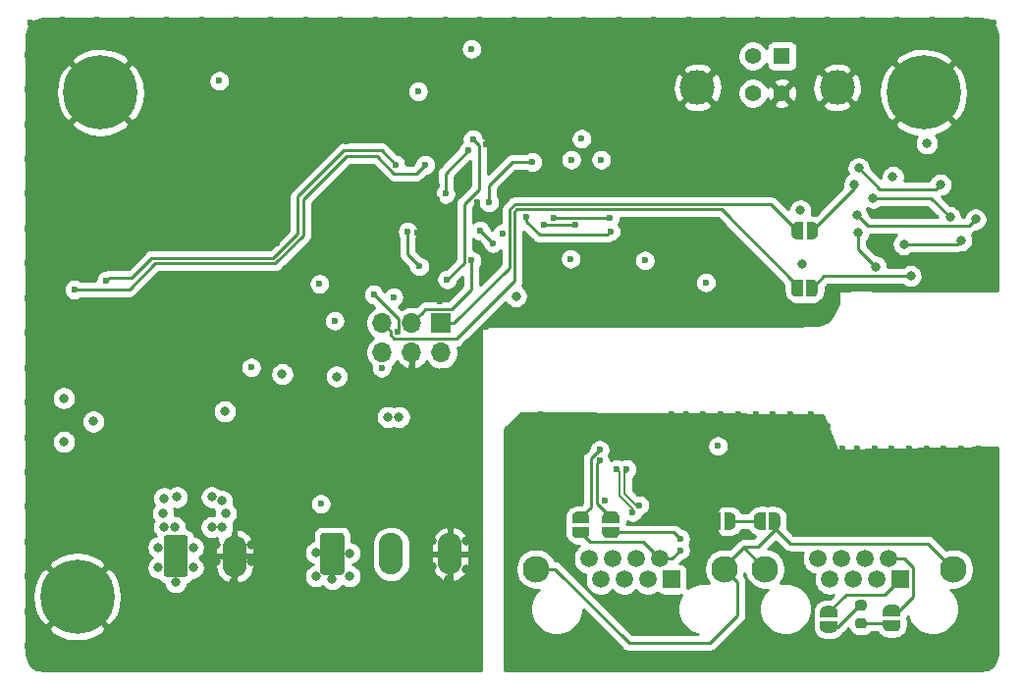
<source format=gbr>
%TF.GenerationSoftware,KiCad,Pcbnew,5.1.9+dfsg1-1~bpo10+1*%
%TF.CreationDate,2021-03-08T15:45:51+01:00*%
%TF.ProjectId,firefly,66697265-666c-4792-9e6b-696361645f70,rev?*%
%TF.SameCoordinates,Original*%
%TF.FileFunction,Copper,L4,Bot*%
%TF.FilePolarity,Positive*%
%FSLAX46Y46*%
G04 Gerber Fmt 4.6, Leading zero omitted, Abs format (unit mm)*
G04 Created by KiCad (PCBNEW 5.1.9+dfsg1-1~bpo10+1) date 2021-03-08 15:45:51*
%MOMM*%
%LPD*%
G01*
G04 APERTURE LIST*
%TA.AperFunction,ComponentPad*%
%ADD10C,2.300000*%
%TD*%
%TA.AperFunction,ComponentPad*%
%ADD11C,1.500000*%
%TD*%
%TA.AperFunction,ComponentPad*%
%ADD12R,1.500000X1.500000*%
%TD*%
%TA.AperFunction,ComponentPad*%
%ADD13O,2.080000X3.600000*%
%TD*%
%TA.AperFunction,SMDPad,CuDef*%
%ADD14C,0.100000*%
%TD*%
%TA.AperFunction,ComponentPad*%
%ADD15R,1.700000X1.700000*%
%TD*%
%TA.AperFunction,ComponentPad*%
%ADD16O,1.700000X1.700000*%
%TD*%
%TA.AperFunction,ComponentPad*%
%ADD17C,0.800000*%
%TD*%
%TA.AperFunction,ComponentPad*%
%ADD18C,6.400000*%
%TD*%
%TA.AperFunction,ComponentPad*%
%ADD19C,3.000000*%
%TD*%
%TA.AperFunction,ComponentPad*%
%ADD20C,1.400000*%
%TD*%
%TA.AperFunction,ComponentPad*%
%ADD21R,1.400000X1.400000*%
%TD*%
%TA.AperFunction,ViaPad*%
%ADD22C,0.800000*%
%TD*%
%TA.AperFunction,ViaPad*%
%ADD23C,0.600000*%
%TD*%
%TA.AperFunction,Conductor*%
%ADD24C,0.250000*%
%TD*%
%TA.AperFunction,Conductor*%
%ADD25C,0.200000*%
%TD*%
%TA.AperFunction,Conductor*%
%ADD26C,0.254000*%
%TD*%
%TA.AperFunction,Conductor*%
%ADD27C,0.100000*%
%TD*%
G04 APERTURE END LIST*
D10*
%TO.P,J2,SH*%
%TO.N,/RS485_transciever/DMXchassignd*%
X216645000Y-106610000D03*
X200385000Y-106610000D03*
D11*
%TO.P,J2,8*%
%TO.N,N/C*%
X204963000Y-105720000D03*
%TO.P,J2,6*%
X206995000Y-105720000D03*
%TO.P,J2,4*%
X209027000Y-105720000D03*
%TO.P,J2,2*%
%TO.N,/RS485_transciever/DMX-*%
X211059000Y-105720000D03*
%TO.P,J2,7*%
%TO.N,N/C*%
X205979000Y-107500000D03*
%TO.P,J2,5*%
X208011000Y-107500000D03*
%TO.P,J2,3*%
%TO.N,/RS485_transciever/DXMgnd*%
X210043000Y-107500000D03*
D12*
%TO.P,J2,1*%
%TO.N,/RS485_transciever/DMX+*%
X212075000Y-107500000D03*
%TD*%
%TO.P,J1,1*%
%TO.N,/RS485_transciever/DMX+*%
X192325000Y-107500000D03*
D11*
%TO.P,J1,3*%
%TO.N,/RS485_transciever/DXMgnd*%
X190293000Y-107500000D03*
%TO.P,J1,5*%
%TO.N,N/C*%
X188261000Y-107500000D03*
%TO.P,J1,7*%
X186229000Y-107500000D03*
%TO.P,J1,2*%
%TO.N,/RS485_transciever/DMX-*%
X191309000Y-105720000D03*
%TO.P,J1,4*%
%TO.N,N/C*%
X189277000Y-105720000D03*
%TO.P,J1,6*%
X187245000Y-105720000D03*
%TO.P,J1,8*%
X185213000Y-105720000D03*
D10*
%TO.P,J1,SH*%
%TO.N,/RS485_transciever/DMXchassignd*%
X180635000Y-106610000D03*
X196895000Y-106610000D03*
%TD*%
%TO.P,Jadd1,1*%
%TO.N,Vin_fused*%
%TA.AperFunction,ComponentPad*%
G36*
G01*
X162035000Y-106870002D02*
X162035000Y-103769998D01*
G75*
G02*
X162284998Y-103520000I249998J0D01*
G01*
X163865002Y-103520000D01*
G75*
G02*
X164115000Y-103769998I0J-249998D01*
G01*
X164115000Y-106870002D01*
G75*
G02*
X163865002Y-107120000I-249998J0D01*
G01*
X162284998Y-107120000D01*
G75*
G02*
X162035000Y-106870002I0J249998D01*
G01*
G37*
%TD.AperFunction*%
D13*
%TO.P,Jadd1,2*%
%TO.N,Net-(ESD1-Pad1)*%
X168155000Y-105320000D03*
%TO.P,Jadd1,3*%
%TO.N,GND1*%
X173235000Y-105320000D03*
%TD*%
%TA.AperFunction,SMDPad,CuDef*%
D14*
%TO.P,JP107,2*%
%TO.N,/RS485_transciever/DMXgnd*%
G36*
X197365000Y-101730602D02*
G01*
X197389534Y-101730602D01*
X197438365Y-101735412D01*
X197486490Y-101744984D01*
X197533445Y-101759228D01*
X197578778Y-101778005D01*
X197622051Y-101801136D01*
X197662850Y-101828396D01*
X197700779Y-101859524D01*
X197735476Y-101894221D01*
X197766604Y-101932150D01*
X197793864Y-101972949D01*
X197816995Y-102016222D01*
X197835772Y-102061555D01*
X197850016Y-102108510D01*
X197859588Y-102156635D01*
X197864398Y-102205466D01*
X197864398Y-102230000D01*
X197865000Y-102230000D01*
X197865000Y-102730000D01*
X197864398Y-102730000D01*
X197864398Y-102754534D01*
X197859588Y-102803365D01*
X197850016Y-102851490D01*
X197835772Y-102898445D01*
X197816995Y-102943778D01*
X197793864Y-102987051D01*
X197766604Y-103027850D01*
X197735476Y-103065779D01*
X197700779Y-103100476D01*
X197662850Y-103131604D01*
X197622051Y-103158864D01*
X197578778Y-103181995D01*
X197533445Y-103200772D01*
X197486490Y-103215016D01*
X197438365Y-103224588D01*
X197389534Y-103229398D01*
X197365000Y-103229398D01*
X197365000Y-103230000D01*
X196865000Y-103230000D01*
X196865000Y-101730000D01*
X197365000Y-101730000D01*
X197365000Y-101730602D01*
G37*
%TD.AperFunction*%
%TA.AperFunction,SMDPad,CuDef*%
%TO.P,JP107,1*%
%TO.N,GND2*%
G36*
X196565000Y-103230000D02*
G01*
X196065000Y-103230000D01*
X196065000Y-103229398D01*
X196040466Y-103229398D01*
X195991635Y-103224588D01*
X195943510Y-103215016D01*
X195896555Y-103200772D01*
X195851222Y-103181995D01*
X195807949Y-103158864D01*
X195767150Y-103131604D01*
X195729221Y-103100476D01*
X195694524Y-103065779D01*
X195663396Y-103027850D01*
X195636136Y-102987051D01*
X195613005Y-102943778D01*
X195594228Y-102898445D01*
X195579984Y-102851490D01*
X195570412Y-102803365D01*
X195565602Y-102754534D01*
X195565602Y-102730000D01*
X195565000Y-102730000D01*
X195565000Y-102230000D01*
X195565602Y-102230000D01*
X195565602Y-102205466D01*
X195570412Y-102156635D01*
X195579984Y-102108510D01*
X195594228Y-102061555D01*
X195613005Y-102016222D01*
X195636136Y-101972949D01*
X195663396Y-101932150D01*
X195694524Y-101894221D01*
X195729221Y-101859524D01*
X195767150Y-101828396D01*
X195807949Y-101801136D01*
X195851222Y-101778005D01*
X195896555Y-101759228D01*
X195943510Y-101744984D01*
X195991635Y-101735412D01*
X196040466Y-101730602D01*
X196065000Y-101730602D01*
X196065000Y-101730000D01*
X196565000Y-101730000D01*
X196565000Y-103230000D01*
G37*
%TD.AperFunction*%
%TD*%
%TA.AperFunction,SMDPad,CuDef*%
%TO.P,JP105,2*%
%TO.N,/RS485_transciever/DMX-*%
G36*
X185244398Y-103460000D02*
G01*
X185244398Y-103484534D01*
X185239588Y-103533365D01*
X185230016Y-103581490D01*
X185215772Y-103628445D01*
X185196995Y-103673778D01*
X185173864Y-103717051D01*
X185146604Y-103757850D01*
X185115476Y-103795779D01*
X185080779Y-103830476D01*
X185042850Y-103861604D01*
X185002051Y-103888864D01*
X184958778Y-103911995D01*
X184913445Y-103930772D01*
X184866490Y-103945016D01*
X184818365Y-103954588D01*
X184769534Y-103959398D01*
X184745000Y-103959398D01*
X184745000Y-103960000D01*
X184245000Y-103960000D01*
X184245000Y-103959398D01*
X184220466Y-103959398D01*
X184171635Y-103954588D01*
X184123510Y-103945016D01*
X184076555Y-103930772D01*
X184031222Y-103911995D01*
X183987949Y-103888864D01*
X183947150Y-103861604D01*
X183909221Y-103830476D01*
X183874524Y-103795779D01*
X183843396Y-103757850D01*
X183816136Y-103717051D01*
X183793005Y-103673778D01*
X183774228Y-103628445D01*
X183759984Y-103581490D01*
X183750412Y-103533365D01*
X183745602Y-103484534D01*
X183745602Y-103460000D01*
X183745000Y-103460000D01*
X183745000Y-102960000D01*
X185245000Y-102960000D01*
X185245000Y-103460000D01*
X185244398Y-103460000D01*
G37*
%TD.AperFunction*%
%TA.AperFunction,SMDPad,CuDef*%
%TO.P,JP105,1*%
%TO.N,/RS485_transciever/DMXTransmitterZ*%
G36*
X183745000Y-102660000D02*
G01*
X183745000Y-102160000D01*
X183745602Y-102160000D01*
X183745602Y-102135466D01*
X183750412Y-102086635D01*
X183759984Y-102038510D01*
X183774228Y-101991555D01*
X183793005Y-101946222D01*
X183816136Y-101902949D01*
X183843396Y-101862150D01*
X183874524Y-101824221D01*
X183909221Y-101789524D01*
X183947150Y-101758396D01*
X183987949Y-101731136D01*
X184031222Y-101708005D01*
X184076555Y-101689228D01*
X184123510Y-101674984D01*
X184171635Y-101665412D01*
X184220466Y-101660602D01*
X184245000Y-101660602D01*
X184245000Y-101660000D01*
X184745000Y-101660000D01*
X184745000Y-101660602D01*
X184769534Y-101660602D01*
X184818365Y-101665412D01*
X184866490Y-101674984D01*
X184913445Y-101689228D01*
X184958778Y-101708005D01*
X185002051Y-101731136D01*
X185042850Y-101758396D01*
X185080779Y-101789524D01*
X185115476Y-101824221D01*
X185146604Y-101862150D01*
X185173864Y-101902949D01*
X185196995Y-101946222D01*
X185215772Y-101991555D01*
X185230016Y-102038510D01*
X185239588Y-102086635D01*
X185244398Y-102135466D01*
X185244398Y-102160000D01*
X185245000Y-102160000D01*
X185245000Y-102660000D01*
X183745000Y-102660000D01*
G37*
%TD.AperFunction*%
%TD*%
%TA.AperFunction,SMDPad,CuDef*%
%TO.P,JP106,1*%
%TO.N,/RS485_transciever/DMXTransmitterY*%
G36*
X186345000Y-102660000D02*
G01*
X186345000Y-102160000D01*
X186345602Y-102160000D01*
X186345602Y-102135466D01*
X186350412Y-102086635D01*
X186359984Y-102038510D01*
X186374228Y-101991555D01*
X186393005Y-101946222D01*
X186416136Y-101902949D01*
X186443396Y-101862150D01*
X186474524Y-101824221D01*
X186509221Y-101789524D01*
X186547150Y-101758396D01*
X186587949Y-101731136D01*
X186631222Y-101708005D01*
X186676555Y-101689228D01*
X186723510Y-101674984D01*
X186771635Y-101665412D01*
X186820466Y-101660602D01*
X186845000Y-101660602D01*
X186845000Y-101660000D01*
X187345000Y-101660000D01*
X187345000Y-101660602D01*
X187369534Y-101660602D01*
X187418365Y-101665412D01*
X187466490Y-101674984D01*
X187513445Y-101689228D01*
X187558778Y-101708005D01*
X187602051Y-101731136D01*
X187642850Y-101758396D01*
X187680779Y-101789524D01*
X187715476Y-101824221D01*
X187746604Y-101862150D01*
X187773864Y-101902949D01*
X187796995Y-101946222D01*
X187815772Y-101991555D01*
X187830016Y-102038510D01*
X187839588Y-102086635D01*
X187844398Y-102135466D01*
X187844398Y-102160000D01*
X187845000Y-102160000D01*
X187845000Y-102660000D01*
X186345000Y-102660000D01*
G37*
%TD.AperFunction*%
%TA.AperFunction,SMDPad,CuDef*%
%TO.P,JP106,2*%
%TO.N,/RS485_transciever/DMX+*%
G36*
X187844398Y-103460000D02*
G01*
X187844398Y-103484534D01*
X187839588Y-103533365D01*
X187830016Y-103581490D01*
X187815772Y-103628445D01*
X187796995Y-103673778D01*
X187773864Y-103717051D01*
X187746604Y-103757850D01*
X187715476Y-103795779D01*
X187680779Y-103830476D01*
X187642850Y-103861604D01*
X187602051Y-103888864D01*
X187558778Y-103911995D01*
X187513445Y-103930772D01*
X187466490Y-103945016D01*
X187418365Y-103954588D01*
X187369534Y-103959398D01*
X187345000Y-103959398D01*
X187345000Y-103960000D01*
X186845000Y-103960000D01*
X186845000Y-103959398D01*
X186820466Y-103959398D01*
X186771635Y-103954588D01*
X186723510Y-103945016D01*
X186676555Y-103930772D01*
X186631222Y-103911995D01*
X186587949Y-103888864D01*
X186547150Y-103861604D01*
X186509221Y-103830476D01*
X186474524Y-103795779D01*
X186443396Y-103757850D01*
X186416136Y-103717051D01*
X186393005Y-103673778D01*
X186374228Y-103628445D01*
X186359984Y-103581490D01*
X186350412Y-103533365D01*
X186345602Y-103484534D01*
X186345602Y-103460000D01*
X186345000Y-103460000D01*
X186345000Y-102960000D01*
X187845000Y-102960000D01*
X187845000Y-103460000D01*
X187844398Y-103460000D01*
G37*
%TD.AperFunction*%
%TD*%
D15*
%TO.P,J101,1*%
%TO.N,/MISO*%
X172475000Y-85400000D03*
D16*
%TO.P,J101,2*%
%TO.N,/SCK*%
X172475000Y-87940000D03*
%TO.P,J101,3*%
%TO.N,/RST*%
X169935000Y-85400000D03*
%TO.P,J101,4*%
%TO.N,GND1*%
X169935000Y-87940000D03*
%TO.P,J101,5*%
%TO.N,/MOSI*%
X167395000Y-85400000D03*
%TO.P,J101,6*%
%TO.N,+3V3*%
X167395000Y-87940000D03*
%TD*%
%TA.AperFunction,SMDPad,CuDef*%
D14*
%TO.P,JP108,1*%
%TO.N,/RS485_transciever/DMXgnd*%
G36*
X200425000Y-103220000D02*
G01*
X199925000Y-103220000D01*
X199925000Y-103219398D01*
X199900466Y-103219398D01*
X199851635Y-103214588D01*
X199803510Y-103205016D01*
X199756555Y-103190772D01*
X199711222Y-103171995D01*
X199667949Y-103148864D01*
X199627150Y-103121604D01*
X199589221Y-103090476D01*
X199554524Y-103055779D01*
X199523396Y-103017850D01*
X199496136Y-102977051D01*
X199473005Y-102933778D01*
X199454228Y-102888445D01*
X199439984Y-102841490D01*
X199430412Y-102793365D01*
X199425602Y-102744534D01*
X199425602Y-102720000D01*
X199425000Y-102720000D01*
X199425000Y-102220000D01*
X199425602Y-102220000D01*
X199425602Y-102195466D01*
X199430412Y-102146635D01*
X199439984Y-102098510D01*
X199454228Y-102051555D01*
X199473005Y-102006222D01*
X199496136Y-101962949D01*
X199523396Y-101922150D01*
X199554524Y-101884221D01*
X199589221Y-101849524D01*
X199627150Y-101818396D01*
X199667949Y-101791136D01*
X199711222Y-101768005D01*
X199756555Y-101749228D01*
X199803510Y-101734984D01*
X199851635Y-101725412D01*
X199900466Y-101720602D01*
X199925000Y-101720602D01*
X199925000Y-101720000D01*
X200425000Y-101720000D01*
X200425000Y-103220000D01*
G37*
%TD.AperFunction*%
%TA.AperFunction,SMDPad,CuDef*%
%TO.P,JP108,2*%
%TO.N,/RS485_transciever/DMXchassignd*%
G36*
X201225000Y-101720602D02*
G01*
X201249534Y-101720602D01*
X201298365Y-101725412D01*
X201346490Y-101734984D01*
X201393445Y-101749228D01*
X201438778Y-101768005D01*
X201482051Y-101791136D01*
X201522850Y-101818396D01*
X201560779Y-101849524D01*
X201595476Y-101884221D01*
X201626604Y-101922150D01*
X201653864Y-101962949D01*
X201676995Y-102006222D01*
X201695772Y-102051555D01*
X201710016Y-102098510D01*
X201719588Y-102146635D01*
X201724398Y-102195466D01*
X201724398Y-102220000D01*
X201725000Y-102220000D01*
X201725000Y-102720000D01*
X201724398Y-102720000D01*
X201724398Y-102744534D01*
X201719588Y-102793365D01*
X201710016Y-102841490D01*
X201695772Y-102888445D01*
X201676995Y-102933778D01*
X201653864Y-102977051D01*
X201626604Y-103017850D01*
X201595476Y-103055779D01*
X201560779Y-103090476D01*
X201522850Y-103121604D01*
X201482051Y-103148864D01*
X201438778Y-103171995D01*
X201393445Y-103190772D01*
X201346490Y-103205016D01*
X201298365Y-103214588D01*
X201249534Y-103219398D01*
X201225000Y-103219398D01*
X201225000Y-103220000D01*
X200725000Y-103220000D01*
X200725000Y-101720000D01*
X201225000Y-101720000D01*
X201225000Y-101720602D01*
G37*
%TD.AperFunction*%
%TD*%
%TO.P,R105,1*%
%TO.N,Net-(JP1-Pad2)*%
%TA.AperFunction,SMDPad,CuDef*%
G36*
G01*
X208408750Y-109295000D02*
X208921250Y-109295000D01*
G75*
G02*
X209140000Y-109513750I0J-218750D01*
G01*
X209140000Y-109951250D01*
G75*
G02*
X208921250Y-110170000I-218750J0D01*
G01*
X208408750Y-110170000D01*
G75*
G02*
X208190000Y-109951250I0J218750D01*
G01*
X208190000Y-109513750D01*
G75*
G02*
X208408750Y-109295000I218750J0D01*
G01*
G37*
%TD.AperFunction*%
%TO.P,R105,2*%
%TO.N,Net-(JP2-Pad1)*%
%TA.AperFunction,SMDPad,CuDef*%
G36*
G01*
X208408750Y-110870000D02*
X208921250Y-110870000D01*
G75*
G02*
X209140000Y-111088750I0J-218750D01*
G01*
X209140000Y-111526250D01*
G75*
G02*
X208921250Y-111745000I-218750J0D01*
G01*
X208408750Y-111745000D01*
G75*
G02*
X208190000Y-111526250I0J218750D01*
G01*
X208190000Y-111088750D01*
G75*
G02*
X208408750Y-110870000I218750J0D01*
G01*
G37*
%TD.AperFunction*%
%TD*%
%TO.P,Jc1,1*%
%TO.N,/Vin*%
%TA.AperFunction,ComponentPad*%
G36*
G01*
X148535000Y-107050002D02*
X148535000Y-103949998D01*
G75*
G02*
X148784998Y-103700000I249998J0D01*
G01*
X150365002Y-103700000D01*
G75*
G02*
X150615000Y-103949998I0J-249998D01*
G01*
X150615000Y-107050002D01*
G75*
G02*
X150365002Y-107300000I-249998J0D01*
G01*
X148784998Y-107300000D01*
G75*
G02*
X148535000Y-107050002I0J249998D01*
G01*
G37*
%TD.AperFunction*%
D13*
%TO.P,Jc1,2*%
%TO.N,GND1*%
X154655000Y-105500000D03*
%TD*%
%TA.AperFunction,SMDPad,CuDef*%
D14*
%TO.P,JP1,2*%
%TO.N,Net-(JP1-Pad2)*%
G36*
X206634398Y-111610000D02*
G01*
X206634398Y-111634534D01*
X206629588Y-111683365D01*
X206620016Y-111731490D01*
X206605772Y-111778445D01*
X206586995Y-111823778D01*
X206563864Y-111867051D01*
X206536604Y-111907850D01*
X206505476Y-111945779D01*
X206470779Y-111980476D01*
X206432850Y-112011604D01*
X206392051Y-112038864D01*
X206348778Y-112061995D01*
X206303445Y-112080772D01*
X206256490Y-112095016D01*
X206208365Y-112104588D01*
X206159534Y-112109398D01*
X206135000Y-112109398D01*
X206135000Y-112110000D01*
X205635000Y-112110000D01*
X205635000Y-112109398D01*
X205610466Y-112109398D01*
X205561635Y-112104588D01*
X205513510Y-112095016D01*
X205466555Y-112080772D01*
X205421222Y-112061995D01*
X205377949Y-112038864D01*
X205337150Y-112011604D01*
X205299221Y-111980476D01*
X205264524Y-111945779D01*
X205233396Y-111907850D01*
X205206136Y-111867051D01*
X205183005Y-111823778D01*
X205164228Y-111778445D01*
X205149984Y-111731490D01*
X205140412Y-111683365D01*
X205135602Y-111634534D01*
X205135602Y-111610000D01*
X205135000Y-111610000D01*
X205135000Y-111110000D01*
X206635000Y-111110000D01*
X206635000Y-111610000D01*
X206634398Y-111610000D01*
G37*
%TD.AperFunction*%
%TA.AperFunction,SMDPad,CuDef*%
%TO.P,JP1,1*%
%TO.N,/RS485_transciever/DMX+*%
G36*
X205135000Y-110810000D02*
G01*
X205135000Y-110310000D01*
X205135602Y-110310000D01*
X205135602Y-110285466D01*
X205140412Y-110236635D01*
X205149984Y-110188510D01*
X205164228Y-110141555D01*
X205183005Y-110096222D01*
X205206136Y-110052949D01*
X205233396Y-110012150D01*
X205264524Y-109974221D01*
X205299221Y-109939524D01*
X205337150Y-109908396D01*
X205377949Y-109881136D01*
X205421222Y-109858005D01*
X205466555Y-109839228D01*
X205513510Y-109824984D01*
X205561635Y-109815412D01*
X205610466Y-109810602D01*
X205635000Y-109810602D01*
X205635000Y-109810000D01*
X206135000Y-109810000D01*
X206135000Y-109810602D01*
X206159534Y-109810602D01*
X206208365Y-109815412D01*
X206256490Y-109824984D01*
X206303445Y-109839228D01*
X206348778Y-109858005D01*
X206392051Y-109881136D01*
X206432850Y-109908396D01*
X206470779Y-109939524D01*
X206505476Y-109974221D01*
X206536604Y-110012150D01*
X206563864Y-110052949D01*
X206586995Y-110096222D01*
X206605772Y-110141555D01*
X206620016Y-110188510D01*
X206629588Y-110236635D01*
X206634398Y-110285466D01*
X206634398Y-110310000D01*
X206635000Y-110310000D01*
X206635000Y-110810000D01*
X205135000Y-110810000D01*
G37*
%TD.AperFunction*%
%TD*%
%TA.AperFunction,SMDPad,CuDef*%
%TO.P,JP2,1*%
%TO.N,Net-(JP2-Pad1)*%
G36*
X212065000Y-111000000D02*
G01*
X212065000Y-111500000D01*
X212064398Y-111500000D01*
X212064398Y-111524534D01*
X212059588Y-111573365D01*
X212050016Y-111621490D01*
X212035772Y-111668445D01*
X212016995Y-111713778D01*
X211993864Y-111757051D01*
X211966604Y-111797850D01*
X211935476Y-111835779D01*
X211900779Y-111870476D01*
X211862850Y-111901604D01*
X211822051Y-111928864D01*
X211778778Y-111951995D01*
X211733445Y-111970772D01*
X211686490Y-111985016D01*
X211638365Y-111994588D01*
X211589534Y-111999398D01*
X211565000Y-111999398D01*
X211565000Y-112000000D01*
X211065000Y-112000000D01*
X211065000Y-111999398D01*
X211040466Y-111999398D01*
X210991635Y-111994588D01*
X210943510Y-111985016D01*
X210896555Y-111970772D01*
X210851222Y-111951995D01*
X210807949Y-111928864D01*
X210767150Y-111901604D01*
X210729221Y-111870476D01*
X210694524Y-111835779D01*
X210663396Y-111797850D01*
X210636136Y-111757051D01*
X210613005Y-111713778D01*
X210594228Y-111668445D01*
X210579984Y-111621490D01*
X210570412Y-111573365D01*
X210565602Y-111524534D01*
X210565602Y-111500000D01*
X210565000Y-111500000D01*
X210565000Y-111000000D01*
X212065000Y-111000000D01*
G37*
%TD.AperFunction*%
%TA.AperFunction,SMDPad,CuDef*%
%TO.P,JP2,2*%
%TO.N,/RS485_transciever/DMX-*%
G36*
X210565602Y-110200000D02*
G01*
X210565602Y-110175466D01*
X210570412Y-110126635D01*
X210579984Y-110078510D01*
X210594228Y-110031555D01*
X210613005Y-109986222D01*
X210636136Y-109942949D01*
X210663396Y-109902150D01*
X210694524Y-109864221D01*
X210729221Y-109829524D01*
X210767150Y-109798396D01*
X210807949Y-109771136D01*
X210851222Y-109748005D01*
X210896555Y-109729228D01*
X210943510Y-109714984D01*
X210991635Y-109705412D01*
X211040466Y-109700602D01*
X211065000Y-109700602D01*
X211065000Y-109700000D01*
X211565000Y-109700000D01*
X211565000Y-109700602D01*
X211589534Y-109700602D01*
X211638365Y-109705412D01*
X211686490Y-109714984D01*
X211733445Y-109729228D01*
X211778778Y-109748005D01*
X211822051Y-109771136D01*
X211862850Y-109798396D01*
X211900779Y-109829524D01*
X211935476Y-109864221D01*
X211966604Y-109902150D01*
X211993864Y-109942949D01*
X212016995Y-109986222D01*
X212035772Y-110031555D01*
X212050016Y-110078510D01*
X212059588Y-110126635D01*
X212064398Y-110175466D01*
X212064398Y-110200000D01*
X212065000Y-110200000D01*
X212065000Y-110700000D01*
X210565000Y-110700000D01*
X210565000Y-110200000D01*
X210565602Y-110200000D01*
G37*
%TD.AperFunction*%
%TD*%
D17*
%TO.P,H1,1*%
%TO.N,GND1*%
X144772056Y-63802944D03*
X143075000Y-63100000D03*
X141377944Y-63802944D03*
X140675000Y-65500000D03*
X141377944Y-67197056D03*
X143075000Y-67900000D03*
X144772056Y-67197056D03*
X145475000Y-65500000D03*
D18*
X143075000Y-65500000D03*
%TD*%
%TO.P,H2,1*%
%TO.N,GND1*%
X141075000Y-109000000D03*
D17*
X143475000Y-109000000D03*
X142772056Y-110697056D03*
X141075000Y-111400000D03*
X139377944Y-110697056D03*
X138675000Y-109000000D03*
X139377944Y-107302944D03*
X141075000Y-106600000D03*
X142772056Y-107302944D03*
%TD*%
%TO.P,H4,1*%
%TO.N,GND1*%
X215772056Y-63802944D03*
X214075000Y-63100000D03*
X212377944Y-63802944D03*
X211675000Y-65500000D03*
X212377944Y-67197056D03*
X214075000Y-67900000D03*
X215772056Y-67197056D03*
X216475000Y-65500000D03*
D18*
X214075000Y-65500000D03*
%TD*%
D19*
%TO.P,J3,5*%
%TO.N,GND1*%
X206615760Y-65070280D03*
D20*
%TO.P,J3,4*%
X201845760Y-65560280D03*
%TO.P,J3,3*%
%TO.N,Net-(C204-Pad1)*%
X199345760Y-65560280D03*
D21*
%TO.P,J3,1*%
%TO.N,+3V3*%
X201845760Y-62360280D03*
D19*
%TO.P,J3,5*%
%TO.N,GND1*%
X194575760Y-65070280D03*
D20*
%TO.P,J3,2*%
%TO.N,Net-(C203-Pad1)*%
X199345760Y-62360280D03*
%TD*%
%TA.AperFunction,SMDPad,CuDef*%
D14*
%TO.P,JP3,1*%
%TO.N,/MISO*%
G36*
X203676960Y-78172480D02*
G01*
X203176960Y-78172480D01*
X203176960Y-78171878D01*
X203152426Y-78171878D01*
X203103595Y-78167068D01*
X203055470Y-78157496D01*
X203008515Y-78143252D01*
X202963182Y-78124475D01*
X202919909Y-78101344D01*
X202879110Y-78074084D01*
X202841181Y-78042956D01*
X202806484Y-78008259D01*
X202775356Y-77970330D01*
X202748096Y-77929531D01*
X202724965Y-77886258D01*
X202706188Y-77840925D01*
X202691944Y-77793970D01*
X202682372Y-77745845D01*
X202677562Y-77697014D01*
X202677562Y-77672480D01*
X202676960Y-77672480D01*
X202676960Y-77172480D01*
X202677562Y-77172480D01*
X202677562Y-77147946D01*
X202682372Y-77099115D01*
X202691944Y-77050990D01*
X202706188Y-77004035D01*
X202724965Y-76958702D01*
X202748096Y-76915429D01*
X202775356Y-76874630D01*
X202806484Y-76836701D01*
X202841181Y-76802004D01*
X202879110Y-76770876D01*
X202919909Y-76743616D01*
X202963182Y-76720485D01*
X203008515Y-76701708D01*
X203055470Y-76687464D01*
X203103595Y-76677892D01*
X203152426Y-76673082D01*
X203176960Y-76673082D01*
X203176960Y-76672480D01*
X203676960Y-76672480D01*
X203676960Y-78172480D01*
G37*
%TD.AperFunction*%
%TA.AperFunction,SMDPad,CuDef*%
%TO.P,JP3,2*%
%TO.N,/USB-serial/FTDI_TXD*%
G36*
X204476960Y-76673082D02*
G01*
X204501494Y-76673082D01*
X204550325Y-76677892D01*
X204598450Y-76687464D01*
X204645405Y-76701708D01*
X204690738Y-76720485D01*
X204734011Y-76743616D01*
X204774810Y-76770876D01*
X204812739Y-76802004D01*
X204847436Y-76836701D01*
X204878564Y-76874630D01*
X204905824Y-76915429D01*
X204928955Y-76958702D01*
X204947732Y-77004035D01*
X204961976Y-77050990D01*
X204971548Y-77099115D01*
X204976358Y-77147946D01*
X204976358Y-77172480D01*
X204976960Y-77172480D01*
X204976960Y-77672480D01*
X204976358Y-77672480D01*
X204976358Y-77697014D01*
X204971548Y-77745845D01*
X204961976Y-77793970D01*
X204947732Y-77840925D01*
X204928955Y-77886258D01*
X204905824Y-77929531D01*
X204878564Y-77970330D01*
X204847436Y-78008259D01*
X204812739Y-78042956D01*
X204774810Y-78074084D01*
X204734011Y-78101344D01*
X204690738Y-78124475D01*
X204645405Y-78143252D01*
X204598450Y-78157496D01*
X204550325Y-78167068D01*
X204501494Y-78171878D01*
X204476960Y-78171878D01*
X204476960Y-78172480D01*
X203976960Y-78172480D01*
X203976960Y-76672480D01*
X204476960Y-76672480D01*
X204476960Y-76673082D01*
G37*
%TD.AperFunction*%
%TD*%
%TA.AperFunction,SMDPad,CuDef*%
%TO.P,JP4,2*%
%TO.N,/USB-serial/FTDI_RXD*%
G36*
X204451560Y-81636242D02*
G01*
X204476094Y-81636242D01*
X204524925Y-81641052D01*
X204573050Y-81650624D01*
X204620005Y-81664868D01*
X204665338Y-81683645D01*
X204708611Y-81706776D01*
X204749410Y-81734036D01*
X204787339Y-81765164D01*
X204822036Y-81799861D01*
X204853164Y-81837790D01*
X204880424Y-81878589D01*
X204903555Y-81921862D01*
X204922332Y-81967195D01*
X204936576Y-82014150D01*
X204946148Y-82062275D01*
X204950958Y-82111106D01*
X204950958Y-82135640D01*
X204951560Y-82135640D01*
X204951560Y-82635640D01*
X204950958Y-82635640D01*
X204950958Y-82660174D01*
X204946148Y-82709005D01*
X204936576Y-82757130D01*
X204922332Y-82804085D01*
X204903555Y-82849418D01*
X204880424Y-82892691D01*
X204853164Y-82933490D01*
X204822036Y-82971419D01*
X204787339Y-83006116D01*
X204749410Y-83037244D01*
X204708611Y-83064504D01*
X204665338Y-83087635D01*
X204620005Y-83106412D01*
X204573050Y-83120656D01*
X204524925Y-83130228D01*
X204476094Y-83135038D01*
X204451560Y-83135038D01*
X204451560Y-83135640D01*
X203951560Y-83135640D01*
X203951560Y-81635640D01*
X204451560Y-81635640D01*
X204451560Y-81636242D01*
G37*
%TD.AperFunction*%
%TA.AperFunction,SMDPad,CuDef*%
%TO.P,JP4,1*%
%TO.N,/MOSI*%
G36*
X203651560Y-83135640D02*
G01*
X203151560Y-83135640D01*
X203151560Y-83135038D01*
X203127026Y-83135038D01*
X203078195Y-83130228D01*
X203030070Y-83120656D01*
X202983115Y-83106412D01*
X202937782Y-83087635D01*
X202894509Y-83064504D01*
X202853710Y-83037244D01*
X202815781Y-83006116D01*
X202781084Y-82971419D01*
X202749956Y-82933490D01*
X202722696Y-82892691D01*
X202699565Y-82849418D01*
X202680788Y-82804085D01*
X202666544Y-82757130D01*
X202656972Y-82709005D01*
X202652162Y-82660174D01*
X202652162Y-82635640D01*
X202651560Y-82635640D01*
X202651560Y-82135640D01*
X202652162Y-82135640D01*
X202652162Y-82111106D01*
X202656972Y-82062275D01*
X202666544Y-82014150D01*
X202680788Y-81967195D01*
X202699565Y-81921862D01*
X202722696Y-81878589D01*
X202749956Y-81837790D01*
X202781084Y-81799861D01*
X202815781Y-81765164D01*
X202853710Y-81734036D01*
X202894509Y-81706776D01*
X202937782Y-81683645D01*
X202983115Y-81664868D01*
X203030070Y-81650624D01*
X203078195Y-81641052D01*
X203127026Y-81636242D01*
X203151560Y-81636242D01*
X203151560Y-81635640D01*
X203651560Y-81635640D01*
X203651560Y-83135640D01*
G37*
%TD.AperFunction*%
%TD*%
D22*
%TO.N,GND1*%
X153075000Y-104500000D03*
X153075000Y-106000000D03*
X156075000Y-106000000D03*
X156075000Y-104500000D03*
D23*
X194825000Y-85250000D03*
X196825000Y-85250000D03*
X179075000Y-85250000D03*
X175825000Y-112500000D03*
X177575000Y-85250000D03*
X175825000Y-114000000D03*
X180575000Y-85250000D03*
X175825000Y-109500000D03*
X175825000Y-111000000D03*
X175825000Y-105000000D03*
X175825000Y-108000000D03*
X175825000Y-106500000D03*
X175825000Y-102000000D03*
X175825000Y-103500000D03*
X175825000Y-100500000D03*
X175825000Y-97500000D03*
X175825000Y-99000000D03*
X175825000Y-94500000D03*
X175825000Y-96000000D03*
X175825000Y-91500000D03*
X175825000Y-90000000D03*
X175825000Y-93000000D03*
X202575000Y-85250000D03*
X199075000Y-85250000D03*
D22*
X171675000Y-104200000D03*
X171675000Y-106400000D03*
X174675000Y-104200000D03*
X174675000Y-106600000D03*
X173475000Y-93500000D03*
D23*
X168875000Y-65400000D03*
X169875000Y-89250000D03*
X160075000Y-72250000D03*
X142725000Y-73500000D03*
X182025000Y-79850000D03*
X148325000Y-73000000D03*
X139825000Y-59250000D03*
X142825000Y-59250000D03*
X137075000Y-59500000D03*
X136825000Y-62250000D03*
X136825000Y-65250000D03*
X136825000Y-71250000D03*
X136825000Y-74250000D03*
X136825000Y-68250000D03*
X136825000Y-92250000D03*
X136825000Y-80250000D03*
X136825000Y-83250000D03*
X136825000Y-86250000D03*
X136825000Y-77250000D03*
X136825000Y-89250000D03*
X136825000Y-95250000D03*
X136825000Y-98250000D03*
X136825000Y-101250000D03*
X136825000Y-110250000D03*
X136825000Y-107250000D03*
X136825000Y-113250000D03*
X136825000Y-104250000D03*
X151825000Y-59250000D03*
X145825000Y-59250000D03*
X148825000Y-59250000D03*
X160825000Y-59250000D03*
X166825000Y-59250000D03*
X169825000Y-59250000D03*
X154825000Y-59250000D03*
X163825000Y-59250000D03*
X157825000Y-59250000D03*
X178825000Y-59250000D03*
X199825000Y-59250000D03*
X205825000Y-59250000D03*
X184825000Y-59250000D03*
X190825000Y-59250000D03*
X187825000Y-59250000D03*
X202825000Y-59250000D03*
X193825000Y-59250000D03*
X172825000Y-59250000D03*
X196825000Y-59250000D03*
X181825000Y-59250000D03*
X175825000Y-59250000D03*
X175825000Y-88500000D03*
X175825000Y-87000000D03*
X139825000Y-115250000D03*
X160825000Y-115250000D03*
X145825000Y-115250000D03*
X151825000Y-115250000D03*
X148825000Y-115250000D03*
X154825000Y-115250000D03*
X157825000Y-115250000D03*
X142825000Y-115250000D03*
X137575000Y-114750000D03*
X172825000Y-115250000D03*
X163825000Y-115250000D03*
X169825000Y-115250000D03*
X166825000Y-115250000D03*
X152325000Y-65500000D03*
X174075000Y-62750000D03*
X191575000Y-80000000D03*
X169075000Y-76250000D03*
X167575000Y-76250000D03*
X167575000Y-74750000D03*
X169075000Y-74750000D03*
X172075000Y-74750000D03*
X172075000Y-73500000D03*
X169075000Y-73500000D03*
X167575000Y-73500000D03*
X172075000Y-76250000D03*
X204325000Y-85250000D03*
X200825000Y-85250000D03*
X167825000Y-64750000D03*
X192575000Y-85250000D03*
X170249980Y-82400000D03*
X172325000Y-82750000D03*
X181075000Y-80000000D03*
X191825000Y-77750000D03*
X170575000Y-73500000D03*
X170575000Y-76250000D03*
X170575000Y-74750000D03*
X176325000Y-85750000D03*
X175825000Y-115250000D03*
D22*
X154575000Y-107750000D03*
X173075000Y-107500000D03*
X172575000Y-93500000D03*
D23*
X141075000Y-78500000D03*
X143325000Y-78500000D03*
X145575000Y-78500000D03*
X148075000Y-78500000D03*
X150825000Y-78500000D03*
X153325000Y-78500000D03*
X155825000Y-78500000D03*
X158325000Y-78500000D03*
X164325000Y-69750000D03*
X167075000Y-67000000D03*
X166075000Y-86500000D03*
X172575000Y-89500000D03*
X172325000Y-83500000D03*
X169825000Y-83500000D03*
X188825000Y-79750000D03*
X140075000Y-88000000D03*
X144325000Y-88000000D03*
X149075000Y-88000000D03*
X154325000Y-88000000D03*
X159075000Y-88000000D03*
X164325000Y-88500000D03*
X165075000Y-93000000D03*
X165075000Y-97500000D03*
X165075000Y-101500000D03*
X165075000Y-109250000D03*
X165075000Y-112500000D03*
X157075000Y-62500000D03*
X149575000Y-62500000D03*
X149575000Y-68750000D03*
X157075000Y-68750000D03*
X165825000Y-68250000D03*
D22*
X168575000Y-97750000D03*
X173325000Y-97750000D03*
D23*
X175575000Y-75000000D03*
X175575000Y-75750000D03*
X168575000Y-77500000D03*
X172575000Y-69000000D03*
X171575000Y-69000000D03*
X170364971Y-77626352D03*
X169575000Y-71500000D03*
X173575000Y-79000000D03*
X172575000Y-80250000D03*
X161075000Y-65750000D03*
X164075000Y-62250000D03*
X183575000Y-61750000D03*
X191575000Y-61750000D03*
X206075000Y-84250000D03*
X208825000Y-59250000D03*
X211825000Y-59250000D03*
X214825000Y-59250000D03*
X217825000Y-59250000D03*
X220075000Y-59500000D03*
X220325000Y-62250000D03*
X220325000Y-65250000D03*
X220325000Y-77250000D03*
X220325000Y-79500000D03*
X220325000Y-74250000D03*
X220325000Y-71250000D03*
X220325000Y-68250000D03*
X214325000Y-82250000D03*
X208325000Y-82250000D03*
X211325000Y-82250000D03*
X220325000Y-82250000D03*
X217325000Y-82250000D03*
X162974200Y-81010400D03*
X196289200Y-80902240D03*
D22*
X169575000Y-99500000D03*
X217436280Y-69777080D03*
X211406320Y-71311240D03*
X213688987Y-75922339D03*
X214276520Y-81196920D03*
X203547560Y-67607920D03*
X203669480Y-61608440D03*
X196110440Y-61435720D03*
X195048720Y-69203040D03*
X199859480Y-70351120D03*
X176765800Y-80930220D03*
D23*
X176322522Y-69982885D03*
X180745000Y-73920000D03*
D22*
X159325000Y-101470000D03*
D23*
X150405000Y-90220000D03*
D22*
X145335000Y-93830000D03*
X147935000Y-92080000D03*
X147955000Y-95600000D03*
D23*
X169825000Y-62310000D03*
X178805000Y-65480000D03*
X191525000Y-71300000D03*
X188875000Y-71300000D03*
D22*
%TO.N,+3V3*%
X167875000Y-93500000D03*
D23*
X167325000Y-89250000D03*
X170475000Y-65400000D03*
X163275000Y-85200000D03*
X183625000Y-79850000D03*
X190025000Y-80000000D03*
X153325000Y-64500000D03*
X175075000Y-61750000D03*
X168349561Y-83174979D03*
D22*
X168825000Y-93500000D03*
D23*
X184575000Y-69500000D03*
X161974200Y-82010400D03*
X195289200Y-81902240D03*
X177748179Y-77659188D03*
D22*
X211416480Y-72774280D03*
X203603440Y-80282520D03*
X203440880Y-75690200D03*
X214332400Y-69899000D03*
X178924800Y-83079060D03*
X153795000Y-93020000D03*
X158745000Y-89800000D03*
X163445000Y-90000000D03*
D23*
X156085000Y-89230000D03*
X186275000Y-71300000D03*
X183675000Y-71300000D03*
%TO.N,Net-(C108-Pad1)*%
X169575000Y-77500000D03*
X170575000Y-80500000D03*
%TO.N,GND2*%
X193575000Y-93250000D03*
X181075000Y-93250000D03*
X179575000Y-93500000D03*
X178575000Y-94450000D03*
X178325000Y-95950000D03*
X178325000Y-97450000D03*
X178325000Y-98950000D03*
X178325000Y-100450000D03*
X178325000Y-101950000D03*
X178325000Y-103500000D03*
X178325000Y-105000000D03*
X178325000Y-106500000D03*
X178325000Y-111000000D03*
X178325000Y-112500000D03*
X178325000Y-114000000D03*
X196575000Y-93250000D03*
X198075000Y-93250000D03*
X195075000Y-93250000D03*
X199575000Y-93250000D03*
X201075000Y-93250000D03*
X202575000Y-93250000D03*
X204325000Y-93250000D03*
X207075000Y-96250000D03*
X208325000Y-96250000D03*
X209825000Y-96250000D03*
X211325000Y-96250000D03*
X212825000Y-96250000D03*
X214325000Y-96250000D03*
X215825000Y-96250000D03*
X217325000Y-96250000D03*
X220375000Y-101500000D03*
X220375000Y-103000000D03*
X220375000Y-104500000D03*
X220375000Y-106000000D03*
X220375000Y-110500000D03*
X220375000Y-112000000D03*
X205825000Y-94250000D03*
X184325000Y-115250000D03*
X179825000Y-115250000D03*
X185825000Y-115250000D03*
X181325000Y-115250000D03*
X182825000Y-115250000D03*
X188825000Y-115250000D03*
X193325000Y-115250000D03*
X187325000Y-115250000D03*
X191825000Y-115250000D03*
X190325000Y-115250000D03*
X194825000Y-115250000D03*
X199325000Y-115250000D03*
X196325000Y-115250000D03*
X197825000Y-115250000D03*
X200825000Y-115250000D03*
X206825000Y-115250000D03*
X203825000Y-115250000D03*
X205325000Y-115250000D03*
X208325000Y-115250000D03*
X202325000Y-115250000D03*
X211325000Y-115250000D03*
X209825000Y-115250000D03*
X212825000Y-115250000D03*
X215825000Y-115250000D03*
X214325000Y-115250000D03*
X182025000Y-98850000D03*
X191625000Y-98850000D03*
X218825000Y-96250000D03*
X220375000Y-107500000D03*
X220375000Y-109000000D03*
X220325000Y-113500000D03*
X218075000Y-115250000D03*
X219575000Y-114750000D03*
X220375000Y-98750000D03*
X220375000Y-100000000D03*
X192325000Y-93250000D03*
X178325000Y-108000000D03*
X178325000Y-109500000D03*
X219825000Y-97000000D03*
X178325000Y-115250000D03*
X203325000Y-103500000D03*
X205075000Y-103500000D03*
X206575000Y-103500000D03*
X208075000Y-103500000D03*
X209825000Y-103500000D03*
X202825000Y-107250000D03*
X203325000Y-101500000D03*
X205075000Y-101500000D03*
X206575000Y-101500000D03*
X208075000Y-101500000D03*
X209825000Y-101500000D03*
X196065000Y-100940000D03*
%TO.N,/SCK*%
X166641949Y-82933051D03*
X168701990Y-86137727D03*
%TO.N,/RST*%
X175075000Y-80000000D03*
X176575000Y-75000000D03*
X180325000Y-71500000D03*
%TO.N,/DMX_Receive*%
X187075000Y-77500000D03*
X179824992Y-76250000D03*
%TO.N,/DMX_Enable_Receive*%
X182205000Y-76330000D03*
X186995000Y-76330000D03*
%TO.N,/DMX_Enable_Send*%
X176942822Y-78507997D03*
X175815000Y-77430000D03*
X184065000Y-76955010D03*
X181290001Y-76954999D03*
%TO.N,/RS485_transciever/DMX+*%
X188470000Y-98000000D03*
X189575521Y-101099479D03*
X193075000Y-104000000D03*
%TO.N,/RS485_transciever/DMX-*%
X187620000Y-98000000D03*
X188974479Y-101700521D03*
X193075000Y-105000000D03*
%TO.N,/RS485_transciever/DMXTransmitterZ*%
X186126949Y-96348051D03*
%TO.N,/RS485_transciever/DMXTransmitterY*%
X186125000Y-97270000D03*
%TO.N,/Addressable*%
X175191000Y-69518000D03*
X172985747Y-81629253D03*
%TO.N,/SW_1*%
X171075000Y-71750000D03*
X140825000Y-82500000D03*
%TO.N,/SW_2*%
X168575000Y-71750000D03*
X143575000Y-81750000D03*
%TO.N,DMX_3V*%
X196325000Y-96000000D03*
X186575000Y-100750000D03*
%TO.N,Vin_fused*%
X162075000Y-101000000D03*
D22*
X152675000Y-100400000D03*
X153875000Y-101800000D03*
X152675000Y-103000000D03*
X161675000Y-105200000D03*
X153575000Y-100750000D03*
X153575000Y-103000000D03*
X161675000Y-107250000D03*
X163075000Y-107500000D03*
X164575000Y-107250000D03*
X164575000Y-105250000D03*
D23*
%TO.N,Net-(C124-Pad1)*%
X172825000Y-74250000D03*
X174819990Y-70500000D03*
D22*
%TO.N,Net-(C205-Pad2)*%
X215510960Y-73465160D03*
X212361360Y-78601040D03*
X208472620Y-72030060D03*
X217306740Y-78260680D03*
%TO.N,Net-(C206-Pad1)*%
X209922960Y-80521280D03*
X208441240Y-77573503D03*
%TO.N,/USB-serial/FTDI_TXD*%
X208104320Y-73437220D03*
%TO.N,/USB-serial/FTDI_RXD*%
X212960800Y-81339160D03*
%TO.N,Net-(R202-Pad1)*%
X209714680Y-74598000D03*
X216343105Y-76251405D03*
%TO.N,Net-(R203-Pad1)*%
X208297360Y-76045800D03*
X218548800Y-76444580D03*
%TO.N,/Vin*%
X149675000Y-100400000D03*
X148475000Y-101800000D03*
X149475000Y-103000000D03*
X151075000Y-104750000D03*
X151075000Y-106500000D03*
X148075000Y-104750000D03*
X148075000Y-106500000D03*
X148575000Y-103000000D03*
X148575000Y-100500000D03*
X149575000Y-107750000D03*
X139915000Y-91880000D03*
X139945000Y-95640000D03*
X142465000Y-93890000D03*
%TD*%
D24*
%TO.N,Net-(C108-Pad1)*%
X169575000Y-79500000D02*
X170575000Y-80500000D01*
X169575000Y-77500000D02*
X169575000Y-79500000D01*
%TO.N,GND2*%
X196065000Y-102480000D02*
X196065000Y-100940000D01*
%TO.N,/MISO*%
X178373189Y-80601811D02*
X173575000Y-85400000D01*
X203176960Y-77422480D02*
X200880800Y-75126320D01*
X178373189Y-75590160D02*
X178373189Y-80601811D01*
X200880800Y-75126320D02*
X178837029Y-75126320D01*
X173575000Y-85400000D02*
X172475000Y-85400000D01*
X178837029Y-75126320D02*
X178373189Y-75590160D01*
%TO.N,/SCK*%
X168759999Y-85051101D02*
X166641949Y-82933051D01*
X168759999Y-85051101D02*
X168759999Y-86079718D01*
X168759999Y-86079718D02*
X168701990Y-86137727D01*
%TO.N,/RST*%
X176575000Y-75000000D02*
X176575000Y-73500000D01*
X176575000Y-73500000D02*
X178575000Y-71500000D01*
X178575000Y-71500000D02*
X180325000Y-71500000D01*
X171110001Y-84224999D02*
X170784999Y-84550001D01*
X170784999Y-84550001D02*
X169935000Y-85400000D01*
X173350001Y-84224999D02*
X171110001Y-84224999D01*
X175075000Y-80000000D02*
X175075000Y-82500000D01*
X175075000Y-82500000D02*
X173350001Y-84224999D01*
%TO.N,/MOSI*%
X168076989Y-86437728D02*
X168076989Y-86081989D01*
X173768201Y-86764999D02*
X168404260Y-86764999D01*
X203151560Y-82136960D02*
X196618440Y-75603840D01*
X203151560Y-82385640D02*
X203151560Y-82136960D01*
X196618440Y-75603840D02*
X178995920Y-75603840D01*
X178995920Y-75603840D02*
X178823200Y-75776560D01*
X178823200Y-75776560D02*
X178823200Y-81710000D01*
X168076989Y-86081989D02*
X167395000Y-85400000D01*
X168404260Y-86764999D02*
X168076989Y-86437728D01*
X178823200Y-81710000D02*
X173768201Y-86764999D01*
%TO.N,/DMX_Receive*%
X179824992Y-76674264D02*
X179824992Y-76250000D01*
X186775001Y-77799999D02*
X180950727Y-77799999D01*
X180950727Y-77799999D02*
X179824992Y-76674264D01*
X187075000Y-77500000D02*
X186775001Y-77799999D01*
%TO.N,/DMX_Enable_Receive*%
X182205000Y-76330000D02*
X186995000Y-76330000D01*
%TO.N,/DMX_Enable_Send*%
X176942822Y-78507997D02*
X175864825Y-77430000D01*
X175864825Y-77430000D02*
X175815000Y-77430000D01*
X184065000Y-76955010D02*
X181290012Y-76955010D01*
X181290012Y-76955010D02*
X181290001Y-76954999D01*
D25*
%TO.N,/RS485_transciever/DMX+*%
X188470000Y-98000000D02*
X188470000Y-98213603D01*
X189292678Y-101099479D02*
X189575521Y-101099479D01*
X188270000Y-100076801D02*
X189292678Y-101099479D01*
X188470000Y-98000000D02*
X188270000Y-98200000D01*
X188270000Y-98200000D02*
X188270000Y-100076801D01*
D24*
X192325000Y-107500000D02*
X192325000Y-107350000D01*
X191925000Y-107900000D02*
X192325000Y-107500000D01*
X207365000Y-108830000D02*
X205885000Y-110310000D01*
X212075000Y-107500000D02*
X210745000Y-108830000D01*
X210745000Y-108830000D02*
X207365000Y-108830000D01*
X192535000Y-103460000D02*
X193075000Y-104000000D01*
X187095000Y-103460000D02*
X192535000Y-103460000D01*
D25*
%TO.N,/RS485_transciever/DMX-*%
X187820000Y-98200000D02*
X187820000Y-100263199D01*
X188974479Y-101417678D02*
X188974479Y-101700521D01*
X187620000Y-98000000D02*
X187820000Y-98200000D01*
X187820000Y-100263199D02*
X188974479Y-101417678D01*
D24*
X192355000Y-105720000D02*
X193075000Y-105000000D01*
X191309000Y-105720000D02*
X192355000Y-105720000D01*
X212380002Y-105720000D02*
X211059000Y-105720000D01*
X213150001Y-106489999D02*
X212380002Y-105720000D01*
X213150001Y-109022591D02*
X213150001Y-106489999D01*
X211315000Y-110200000D02*
X211972592Y-110200000D01*
X211972592Y-110200000D02*
X213150001Y-109022591D01*
X189874010Y-104285010D02*
X191309000Y-105720000D01*
X185320010Y-104285010D02*
X189874010Y-104285010D01*
X184495000Y-103460000D02*
X185320010Y-104285010D01*
%TO.N,/RS485_transciever/DMXTransmitterZ*%
X185365000Y-97110000D02*
X186126949Y-96348051D01*
X184495000Y-102160000D02*
X185365000Y-101290000D01*
X185365000Y-101290000D02*
X185365000Y-97110000D01*
%TO.N,/RS485_transciever/DMXTransmitterY*%
X185875000Y-97520000D02*
X186125000Y-97270000D01*
X187095000Y-102160000D02*
X185875000Y-100940000D01*
X185875000Y-100940000D02*
X185875000Y-97520000D01*
%TO.N,/RS485_transciever/DMXgnd*%
X199915000Y-102480000D02*
X199925000Y-102470000D01*
X199275000Y-102480000D02*
X199915000Y-102480000D01*
X197365000Y-102480000D02*
X199275000Y-102480000D01*
X199275000Y-102480000D02*
X199565000Y-102480000D01*
%TO.N,/RS485_transciever/DMXchassignd*%
X196895000Y-106380000D02*
X196895000Y-106610000D01*
X200385000Y-106610000D02*
X198575000Y-104800000D01*
X198575000Y-104800000D02*
X198575000Y-104700000D01*
X198575000Y-104700000D02*
X196895000Y-106380000D01*
X182261345Y-106610000D02*
X188651345Y-113000000D01*
X180635000Y-106610000D02*
X182261345Y-106610000D01*
X198044999Y-107759999D02*
X196895000Y-106610000D01*
X195621345Y-113000000D02*
X198044999Y-110576346D01*
X198044999Y-110576346D02*
X198044999Y-107759999D01*
X188651345Y-113000000D02*
X195621345Y-113000000D01*
X201225000Y-103217592D02*
X201225000Y-102470000D01*
X199742592Y-104700000D02*
X201225000Y-103217592D01*
X198575000Y-104700000D02*
X199742592Y-104700000D01*
X214435000Y-104400000D02*
X216645000Y-106610000D01*
X202535000Y-104400000D02*
X214435000Y-104400000D01*
X201225000Y-102470000D02*
X201225000Y-103090000D01*
X201225000Y-103090000D02*
X202535000Y-104400000D01*
%TO.N,/Addressable*%
X175191000Y-69518000D02*
X175699000Y-70026000D01*
X175699000Y-70026000D02*
X175699000Y-73836000D01*
X175699000Y-73836000D02*
X174429000Y-75106000D01*
X174429000Y-80186000D02*
X172985747Y-81629253D01*
X174429000Y-75106000D02*
X174429000Y-80186000D01*
%TO.N,/SW_1*%
X164325000Y-71000000D02*
X160575000Y-74750000D01*
X168395000Y-72500000D02*
X166895000Y-71000000D01*
X160575000Y-77840000D02*
X158165000Y-80250000D01*
X171075000Y-71750000D02*
X170325000Y-72500000D01*
X160575000Y-74750000D02*
X160575000Y-77840000D01*
X158165000Y-80250000D02*
X147825000Y-80250000D01*
X166895000Y-71000000D02*
X164325000Y-71000000D01*
X170325000Y-72500000D02*
X168395000Y-72500000D01*
X147825000Y-80250000D02*
X145575000Y-82500000D01*
X145575000Y-82500000D02*
X140825000Y-82500000D01*
%TO.N,/SW_2*%
X143874999Y-81450001D02*
X143575000Y-81750000D01*
X145804999Y-81450001D02*
X143874999Y-81450001D01*
X147475000Y-79780000D02*
X145804999Y-81450001D01*
X167325000Y-70500000D02*
X164075000Y-70500000D01*
X164075000Y-70500000D02*
X160075000Y-74500000D01*
X157998590Y-79780000D02*
X147475000Y-79780000D01*
X160075000Y-74500000D02*
X160075000Y-77703590D01*
X168575000Y-71750000D02*
X167325000Y-70500000D01*
X160075000Y-77703590D02*
X157998590Y-79780000D01*
%TO.N,Net-(JP1-Pad2)*%
X208510092Y-109732500D02*
X208665000Y-109732500D01*
X206632592Y-111610000D02*
X208510092Y-109732500D01*
X205885000Y-111610000D02*
X206632592Y-111610000D01*
%TO.N,Net-(JP2-Pad1)*%
X211122500Y-111307500D02*
X211315000Y-111500000D01*
X208665000Y-111307500D02*
X211122500Y-111307500D01*
%TO.N,Net-(C124-Pad1)*%
X172825000Y-74250000D02*
X172825000Y-72494990D01*
X172825000Y-72494990D02*
X174819990Y-70500000D01*
%TO.N,Net-(C205-Pad2)*%
X215110961Y-73865159D02*
X210307719Y-73865159D01*
X215510960Y-73465160D02*
X215110961Y-73865159D01*
X210307719Y-73865159D02*
X208472620Y-72030060D01*
X212361360Y-78601040D02*
X216966380Y-78601040D01*
X216966380Y-78601040D02*
X217306740Y-78260680D01*
%TO.N,Net-(C206-Pad1)*%
X208441240Y-79039560D02*
X208441240Y-77573503D01*
X209922960Y-80521280D02*
X208441240Y-79039560D01*
%TO.N,/USB-serial/FTDI_TXD*%
X208104320Y-73795120D02*
X208104320Y-73437220D01*
X204476960Y-77422480D02*
X208104320Y-73795120D01*
%TO.N,/USB-serial/FTDI_RXD*%
X204451560Y-82385640D02*
X205498040Y-81339160D01*
X205498040Y-81339160D02*
X212960800Y-81339160D01*
%TO.N,Net-(R202-Pad1)*%
X214689700Y-74598000D02*
X216343105Y-76251405D01*
X209714680Y-74598000D02*
X214689700Y-74598000D01*
%TO.N,Net-(R203-Pad1)*%
X217992540Y-77000840D02*
X218548800Y-76444580D01*
X208297360Y-76045800D02*
X209252400Y-77000840D01*
X209252400Y-77000840D02*
X217992540Y-77000840D01*
%TD*%
D26*
%TO.N,GND1*%
X219334658Y-59188624D02*
X219584430Y-59264035D01*
X219814792Y-59386521D01*
X220016978Y-59551420D01*
X220183287Y-59752453D01*
X220307378Y-59981954D01*
X220384531Y-60231195D01*
X220415000Y-60521089D01*
X220415001Y-82623000D01*
X209639182Y-82623000D01*
X209636973Y-82615719D01*
X209625237Y-82593763D01*
X209609443Y-82574517D01*
X209590197Y-82558723D01*
X209568241Y-82546987D01*
X209544416Y-82539760D01*
X209519640Y-82537320D01*
X207769640Y-82537320D01*
X207744994Y-82539734D01*
X207721162Y-82546937D01*
X207699193Y-82558650D01*
X207602668Y-82623000D01*
X206825000Y-82623000D01*
X206800224Y-82625440D01*
X206776399Y-82632667D01*
X206754443Y-82644403D01*
X206735197Y-82660197D01*
X206719403Y-82679443D01*
X206707667Y-82701399D01*
X206700440Y-82725224D01*
X206698000Y-82750000D01*
X206698000Y-83727630D01*
X206652010Y-83865600D01*
X206165266Y-84839088D01*
X205701036Y-85303318D01*
X204999030Y-85537320D01*
X203769640Y-85537320D01*
X203744864Y-85539760D01*
X203721039Y-85546987D01*
X203699083Y-85558723D01*
X203679837Y-85574517D01*
X203664043Y-85593763D01*
X203652307Y-85615719D01*
X203650098Y-85623000D01*
X176075000Y-85623000D01*
X176050224Y-85625440D01*
X176026399Y-85632667D01*
X176004443Y-85644403D01*
X175985197Y-85660197D01*
X175969403Y-85679443D01*
X175957667Y-85701399D01*
X175950440Y-85725224D01*
X175948000Y-85750000D01*
X175948000Y-115340001D01*
X138107290Y-115340002D01*
X137815341Y-115311376D01*
X137565573Y-115235967D01*
X137335207Y-115113479D01*
X137133022Y-114948581D01*
X136966713Y-114747547D01*
X136842622Y-114518046D01*
X136765469Y-114268806D01*
X136735000Y-113978911D01*
X136735000Y-111700881D01*
X138553724Y-111700881D01*
X138913912Y-112190548D01*
X139577882Y-112550849D01*
X140299385Y-112774694D01*
X141050695Y-112853480D01*
X141802938Y-112784178D01*
X142527208Y-112569452D01*
X143195670Y-112217555D01*
X143236088Y-112190548D01*
X143596276Y-111700881D01*
X141075000Y-109179605D01*
X138553724Y-111700881D01*
X136735000Y-111700881D01*
X136735000Y-108975695D01*
X137221520Y-108975695D01*
X137290822Y-109727938D01*
X137505548Y-110452208D01*
X137857445Y-111120670D01*
X137884452Y-111161088D01*
X138374119Y-111521276D01*
X140895395Y-109000000D01*
X141254605Y-109000000D01*
X143775881Y-111521276D01*
X144265548Y-111161088D01*
X144625849Y-110497118D01*
X144849694Y-109775615D01*
X144928480Y-109024305D01*
X144859178Y-108272062D01*
X144644452Y-107547792D01*
X144292555Y-106879330D01*
X144265548Y-106838912D01*
X143775881Y-106478724D01*
X141254605Y-109000000D01*
X140895395Y-109000000D01*
X138374119Y-106478724D01*
X137884452Y-106838912D01*
X137524151Y-107502882D01*
X137300306Y-108224385D01*
X137221520Y-108975695D01*
X136735000Y-108975695D01*
X136735000Y-106299119D01*
X138553724Y-106299119D01*
X141075000Y-108820395D01*
X143596276Y-106299119D01*
X143236088Y-105809452D01*
X142572118Y-105449151D01*
X141850615Y-105225306D01*
X141099305Y-105146520D01*
X140347062Y-105215822D01*
X139622792Y-105430548D01*
X138954330Y-105782445D01*
X138913912Y-105809452D01*
X138553724Y-106299119D01*
X136735000Y-106299119D01*
X136735000Y-104648061D01*
X147040000Y-104648061D01*
X147040000Y-104851939D01*
X147079774Y-105051898D01*
X147157795Y-105240256D01*
X147271063Y-105409774D01*
X147415226Y-105553937D01*
X147521580Y-105625000D01*
X147415226Y-105696063D01*
X147271063Y-105840226D01*
X147157795Y-106009744D01*
X147079774Y-106198102D01*
X147040000Y-106398061D01*
X147040000Y-106601939D01*
X147079774Y-106801898D01*
X147157795Y-106990256D01*
X147271063Y-107159774D01*
X147415226Y-107303937D01*
X147584744Y-107417205D01*
X147773102Y-107495226D01*
X147973061Y-107535000D01*
X148042112Y-107535000D01*
X148046595Y-107543387D01*
X148157038Y-107677962D01*
X148291613Y-107788405D01*
X148445148Y-107870472D01*
X148550014Y-107902282D01*
X148579774Y-108051898D01*
X148657795Y-108240256D01*
X148771063Y-108409774D01*
X148915226Y-108553937D01*
X149084744Y-108667205D01*
X149273102Y-108745226D01*
X149473061Y-108785000D01*
X149676939Y-108785000D01*
X149876898Y-108745226D01*
X150065256Y-108667205D01*
X150234774Y-108553937D01*
X150378937Y-108409774D01*
X150492205Y-108240256D01*
X150570226Y-108051898D01*
X150599986Y-107902282D01*
X150704852Y-107870472D01*
X150858387Y-107788405D01*
X150992962Y-107677962D01*
X151103405Y-107543387D01*
X151107888Y-107535000D01*
X151176939Y-107535000D01*
X151376898Y-107495226D01*
X151565256Y-107417205D01*
X151734774Y-107303937D01*
X151878937Y-107159774D01*
X151992205Y-106990256D01*
X152070226Y-106801898D01*
X152110000Y-106601939D01*
X152110000Y-106398061D01*
X152070226Y-106198102D01*
X151992205Y-106009744D01*
X151878937Y-105840226D01*
X151734774Y-105696063D01*
X151631414Y-105627000D01*
X152980000Y-105627000D01*
X152980000Y-106387000D01*
X153036961Y-106711336D01*
X153156102Y-107018327D01*
X153332845Y-107296176D01*
X153560398Y-107534206D01*
X153830016Y-107723269D01*
X154131337Y-107856099D01*
X154268290Y-107889748D01*
X154528000Y-107770922D01*
X154528000Y-105627000D01*
X154782000Y-105627000D01*
X154782000Y-107770922D01*
X155041710Y-107889748D01*
X155178663Y-107856099D01*
X155479984Y-107723269D01*
X155749602Y-107534206D01*
X155977155Y-107296176D01*
X156153898Y-107018327D01*
X156273039Y-106711336D01*
X156330000Y-106387000D01*
X156330000Y-105627000D01*
X154782000Y-105627000D01*
X154528000Y-105627000D01*
X152980000Y-105627000D01*
X151631414Y-105627000D01*
X151628420Y-105625000D01*
X151734774Y-105553937D01*
X151878937Y-105409774D01*
X151992205Y-105240256D01*
X152070226Y-105051898D01*
X152110000Y-104851939D01*
X152110000Y-104648061D01*
X152070226Y-104448102D01*
X151992205Y-104259744D01*
X151878937Y-104090226D01*
X151734774Y-103946063D01*
X151565256Y-103832795D01*
X151376898Y-103754774D01*
X151219869Y-103723539D01*
X151185472Y-103610148D01*
X151103405Y-103456613D01*
X150992962Y-103322038D01*
X150858387Y-103211595D01*
X150704852Y-103129528D01*
X150538256Y-103078992D01*
X150510000Y-103076209D01*
X150510000Y-102898061D01*
X150470226Y-102698102D01*
X150392205Y-102509744D01*
X150278937Y-102340226D01*
X150134774Y-102196063D01*
X149965256Y-102082795D01*
X149776898Y-102004774D01*
X149576939Y-101965000D01*
X149497456Y-101965000D01*
X149510000Y-101901939D01*
X149510000Y-101698061D01*
X149470226Y-101498102D01*
X149432508Y-101407042D01*
X149573061Y-101435000D01*
X149776939Y-101435000D01*
X149976898Y-101395226D01*
X150165256Y-101317205D01*
X150334774Y-101203937D01*
X150478937Y-101059774D01*
X150592205Y-100890256D01*
X150670226Y-100701898D01*
X150710000Y-100501939D01*
X150710000Y-100298061D01*
X151640000Y-100298061D01*
X151640000Y-100501939D01*
X151679774Y-100701898D01*
X151757795Y-100890256D01*
X151871063Y-101059774D01*
X152015226Y-101203937D01*
X152184744Y-101317205D01*
X152373102Y-101395226D01*
X152573061Y-101435000D01*
X152776939Y-101435000D01*
X152793079Y-101431790D01*
X152876392Y-101515103D01*
X152840000Y-101698061D01*
X152840000Y-101901939D01*
X152855658Y-101980658D01*
X152776939Y-101965000D01*
X152573061Y-101965000D01*
X152373102Y-102004774D01*
X152184744Y-102082795D01*
X152015226Y-102196063D01*
X151871063Y-102340226D01*
X151757795Y-102509744D01*
X151679774Y-102698102D01*
X151640000Y-102898061D01*
X151640000Y-103101939D01*
X151679774Y-103301898D01*
X151757795Y-103490256D01*
X151871063Y-103659774D01*
X152015226Y-103803937D01*
X152184744Y-103917205D01*
X152373102Y-103995226D01*
X152573061Y-104035000D01*
X152776939Y-104035000D01*
X152976898Y-103995226D01*
X153125000Y-103933880D01*
X153173678Y-103954043D01*
X153156102Y-103981673D01*
X153036961Y-104288664D01*
X152980000Y-104613000D01*
X152980000Y-105373000D01*
X154528000Y-105373000D01*
X154528000Y-103403840D01*
X154570226Y-103301898D01*
X154584710Y-103229078D01*
X154782000Y-103229078D01*
X154782000Y-105373000D01*
X156330000Y-105373000D01*
X156330000Y-105098061D01*
X160640000Y-105098061D01*
X160640000Y-105301939D01*
X160679774Y-105501898D01*
X160757795Y-105690256D01*
X160871063Y-105859774D01*
X161015226Y-106003937D01*
X161184744Y-106117205D01*
X161373102Y-106195226D01*
X161396928Y-106199965D01*
X161396928Y-106250035D01*
X161373102Y-106254774D01*
X161184744Y-106332795D01*
X161015226Y-106446063D01*
X160871063Y-106590226D01*
X160757795Y-106759744D01*
X160679774Y-106948102D01*
X160640000Y-107148061D01*
X160640000Y-107351939D01*
X160679774Y-107551898D01*
X160757795Y-107740256D01*
X160871063Y-107909774D01*
X161015226Y-108053937D01*
X161184744Y-108167205D01*
X161373102Y-108245226D01*
X161573061Y-108285000D01*
X161776939Y-108285000D01*
X161976898Y-108245226D01*
X162165256Y-108167205D01*
X162241838Y-108116035D01*
X162271063Y-108159774D01*
X162415226Y-108303937D01*
X162584744Y-108417205D01*
X162773102Y-108495226D01*
X162973061Y-108535000D01*
X163176939Y-108535000D01*
X163376898Y-108495226D01*
X163565256Y-108417205D01*
X163734774Y-108303937D01*
X163878937Y-108159774D01*
X163939028Y-108069841D01*
X164084744Y-108167205D01*
X164273102Y-108245226D01*
X164473061Y-108285000D01*
X164676939Y-108285000D01*
X164876898Y-108245226D01*
X165065256Y-108167205D01*
X165234774Y-108053937D01*
X165378937Y-107909774D01*
X165492205Y-107740256D01*
X165570226Y-107551898D01*
X165610000Y-107351939D01*
X165610000Y-107148061D01*
X165570226Y-106948102D01*
X165492205Y-106759744D01*
X165378937Y-106590226D01*
X165234774Y-106446063D01*
X165065256Y-106332795D01*
X164876898Y-106254774D01*
X164852897Y-106250000D01*
X164876898Y-106245226D01*
X165065256Y-106167205D01*
X165234774Y-106053937D01*
X165378937Y-105909774D01*
X165492205Y-105740256D01*
X165570226Y-105551898D01*
X165610000Y-105351939D01*
X165610000Y-105148061D01*
X165570226Y-104948102D01*
X165492205Y-104759744D01*
X165378937Y-104590226D01*
X165266430Y-104477719D01*
X166480000Y-104477719D01*
X166480000Y-106162282D01*
X166504236Y-106408357D01*
X166600016Y-106724096D01*
X166755551Y-107015082D01*
X166964867Y-107270134D01*
X167219919Y-107479450D01*
X167510905Y-107634985D01*
X167826644Y-107730764D01*
X168155000Y-107763104D01*
X168483357Y-107730764D01*
X168799096Y-107634985D01*
X169090082Y-107479450D01*
X169345134Y-107270134D01*
X169554450Y-107015082D01*
X169709985Y-106724096D01*
X169805764Y-106408357D01*
X169830000Y-106162282D01*
X169830000Y-105447000D01*
X171560000Y-105447000D01*
X171560000Y-106207000D01*
X171616961Y-106531336D01*
X171736102Y-106838327D01*
X171912845Y-107116176D01*
X172140398Y-107354206D01*
X172410016Y-107543269D01*
X172711337Y-107676099D01*
X172848290Y-107709748D01*
X173108000Y-107590922D01*
X173108000Y-105447000D01*
X173362000Y-105447000D01*
X173362000Y-107590922D01*
X173621710Y-107709748D01*
X173758663Y-107676099D01*
X174059984Y-107543269D01*
X174329602Y-107354206D01*
X174557155Y-107116176D01*
X174733898Y-106838327D01*
X174853039Y-106531336D01*
X174910000Y-106207000D01*
X174910000Y-105447000D01*
X173362000Y-105447000D01*
X173108000Y-105447000D01*
X171560000Y-105447000D01*
X169830000Y-105447000D01*
X169830000Y-104477718D01*
X169825596Y-104433000D01*
X171560000Y-104433000D01*
X171560000Y-105193000D01*
X173108000Y-105193000D01*
X173108000Y-103049078D01*
X173362000Y-103049078D01*
X173362000Y-105193000D01*
X174910000Y-105193000D01*
X174910000Y-104433000D01*
X174853039Y-104108664D01*
X174733898Y-103801673D01*
X174557155Y-103523824D01*
X174329602Y-103285794D01*
X174059984Y-103096731D01*
X173758663Y-102963901D01*
X173621710Y-102930252D01*
X173362000Y-103049078D01*
X173108000Y-103049078D01*
X172848290Y-102930252D01*
X172711337Y-102963901D01*
X172410016Y-103096731D01*
X172140398Y-103285794D01*
X171912845Y-103523824D01*
X171736102Y-103801673D01*
X171616961Y-104108664D01*
X171560000Y-104433000D01*
X169825596Y-104433000D01*
X169805764Y-104231643D01*
X169709985Y-103915904D01*
X169554450Y-103624918D01*
X169345134Y-103369866D01*
X169090081Y-103160550D01*
X168799095Y-103005015D01*
X168483356Y-102909236D01*
X168155000Y-102876896D01*
X167826643Y-102909236D01*
X167510904Y-103005015D01*
X167219918Y-103160550D01*
X166964866Y-103369866D01*
X166755550Y-103624919D01*
X166600015Y-103915905D01*
X166504236Y-104231644D01*
X166480000Y-104477719D01*
X165266430Y-104477719D01*
X165234774Y-104446063D01*
X165065256Y-104332795D01*
X164876898Y-104254774D01*
X164753072Y-104230144D01*
X164753072Y-103769998D01*
X164736008Y-103596744D01*
X164685472Y-103430148D01*
X164603405Y-103276613D01*
X164492962Y-103142038D01*
X164358387Y-103031595D01*
X164204852Y-102949528D01*
X164038256Y-102898992D01*
X163865002Y-102881928D01*
X162284998Y-102881928D01*
X162111744Y-102898992D01*
X161945148Y-102949528D01*
X161791613Y-103031595D01*
X161657038Y-103142038D01*
X161546595Y-103276613D01*
X161464528Y-103430148D01*
X161413992Y-103596744D01*
X161396928Y-103769998D01*
X161396928Y-104200035D01*
X161373102Y-104204774D01*
X161184744Y-104282795D01*
X161015226Y-104396063D01*
X160871063Y-104540226D01*
X160757795Y-104709744D01*
X160679774Y-104898102D01*
X160640000Y-105098061D01*
X156330000Y-105098061D01*
X156330000Y-104613000D01*
X156273039Y-104288664D01*
X156153898Y-103981673D01*
X155977155Y-103703824D01*
X155749602Y-103465794D01*
X155479984Y-103276731D01*
X155178663Y-103143901D01*
X155041710Y-103110252D01*
X154782000Y-103229078D01*
X154584710Y-103229078D01*
X154610000Y-103101939D01*
X154610000Y-102898061D01*
X154570226Y-102698102D01*
X154531991Y-102605796D01*
X154534774Y-102603937D01*
X154678937Y-102459774D01*
X154792205Y-102290256D01*
X154870226Y-102101898D01*
X154910000Y-101901939D01*
X154910000Y-101698061D01*
X154870226Y-101498102D01*
X154792205Y-101309744D01*
X154678937Y-101140226D01*
X154573608Y-101034897D01*
X154598866Y-100907911D01*
X161140000Y-100907911D01*
X161140000Y-101092089D01*
X161175932Y-101272729D01*
X161246414Y-101442889D01*
X161348738Y-101596028D01*
X161478972Y-101726262D01*
X161632111Y-101828586D01*
X161802271Y-101899068D01*
X161982911Y-101935000D01*
X162167089Y-101935000D01*
X162347729Y-101899068D01*
X162517889Y-101828586D01*
X162671028Y-101726262D01*
X162801262Y-101596028D01*
X162903586Y-101442889D01*
X162974068Y-101272729D01*
X163010000Y-101092089D01*
X163010000Y-100907911D01*
X162974068Y-100727271D01*
X162903586Y-100557111D01*
X162801262Y-100403972D01*
X162671028Y-100273738D01*
X162517889Y-100171414D01*
X162347729Y-100100932D01*
X162167089Y-100065000D01*
X161982911Y-100065000D01*
X161802271Y-100100932D01*
X161632111Y-100171414D01*
X161478972Y-100273738D01*
X161348738Y-100403972D01*
X161246414Y-100557111D01*
X161175932Y-100727271D01*
X161140000Y-100907911D01*
X154598866Y-100907911D01*
X154610000Y-100851939D01*
X154610000Y-100648061D01*
X154570226Y-100448102D01*
X154492205Y-100259744D01*
X154378937Y-100090226D01*
X154234774Y-99946063D01*
X154065256Y-99832795D01*
X153876898Y-99754774D01*
X153676939Y-99715000D01*
X153473061Y-99715000D01*
X153456921Y-99718210D01*
X153334774Y-99596063D01*
X153165256Y-99482795D01*
X152976898Y-99404774D01*
X152776939Y-99365000D01*
X152573061Y-99365000D01*
X152373102Y-99404774D01*
X152184744Y-99482795D01*
X152015226Y-99596063D01*
X151871063Y-99740226D01*
X151757795Y-99909744D01*
X151679774Y-100098102D01*
X151640000Y-100298061D01*
X150710000Y-100298061D01*
X150670226Y-100098102D01*
X150592205Y-99909744D01*
X150478937Y-99740226D01*
X150334774Y-99596063D01*
X150165256Y-99482795D01*
X149976898Y-99404774D01*
X149776939Y-99365000D01*
X149573061Y-99365000D01*
X149373102Y-99404774D01*
X149184744Y-99482795D01*
X149046630Y-99575080D01*
X148876898Y-99504774D01*
X148676939Y-99465000D01*
X148473061Y-99465000D01*
X148273102Y-99504774D01*
X148084744Y-99582795D01*
X147915226Y-99696063D01*
X147771063Y-99840226D01*
X147657795Y-100009744D01*
X147579774Y-100198102D01*
X147540000Y-100398061D01*
X147540000Y-100601939D01*
X147579774Y-100801898D01*
X147657795Y-100990256D01*
X147723179Y-101088110D01*
X147671063Y-101140226D01*
X147557795Y-101309744D01*
X147479774Y-101498102D01*
X147440000Y-101698061D01*
X147440000Y-101901939D01*
X147479774Y-102101898D01*
X147557795Y-102290256D01*
X147671063Y-102459774D01*
X147683125Y-102471836D01*
X147657795Y-102509744D01*
X147579774Y-102698102D01*
X147540000Y-102898061D01*
X147540000Y-103101939D01*
X147579774Y-103301898D01*
X147657795Y-103490256D01*
X147771063Y-103659774D01*
X147850640Y-103739351D01*
X147773102Y-103754774D01*
X147584744Y-103832795D01*
X147415226Y-103946063D01*
X147271063Y-104090226D01*
X147157795Y-104259744D01*
X147079774Y-104448102D01*
X147040000Y-104648061D01*
X136735000Y-104648061D01*
X136735000Y-95538061D01*
X138910000Y-95538061D01*
X138910000Y-95741939D01*
X138949774Y-95941898D01*
X139027795Y-96130256D01*
X139141063Y-96299774D01*
X139285226Y-96443937D01*
X139454744Y-96557205D01*
X139643102Y-96635226D01*
X139843061Y-96675000D01*
X140046939Y-96675000D01*
X140246898Y-96635226D01*
X140435256Y-96557205D01*
X140604774Y-96443937D01*
X140748937Y-96299774D01*
X140862205Y-96130256D01*
X140940226Y-95941898D01*
X140980000Y-95741939D01*
X140980000Y-95538061D01*
X140940226Y-95338102D01*
X140862205Y-95149744D01*
X140748937Y-94980226D01*
X140604774Y-94836063D01*
X140435256Y-94722795D01*
X140246898Y-94644774D01*
X140046939Y-94605000D01*
X139843061Y-94605000D01*
X139643102Y-94644774D01*
X139454744Y-94722795D01*
X139285226Y-94836063D01*
X139141063Y-94980226D01*
X139027795Y-95149744D01*
X138949774Y-95338102D01*
X138910000Y-95538061D01*
X136735000Y-95538061D01*
X136735000Y-93788061D01*
X141430000Y-93788061D01*
X141430000Y-93991939D01*
X141469774Y-94191898D01*
X141547795Y-94380256D01*
X141661063Y-94549774D01*
X141805226Y-94693937D01*
X141974744Y-94807205D01*
X142163102Y-94885226D01*
X142363061Y-94925000D01*
X142566939Y-94925000D01*
X142766898Y-94885226D01*
X142955256Y-94807205D01*
X143124774Y-94693937D01*
X143268937Y-94549774D01*
X143382205Y-94380256D01*
X143460226Y-94191898D01*
X143500000Y-93991939D01*
X143500000Y-93788061D01*
X143460226Y-93588102D01*
X143382205Y-93399744D01*
X143268937Y-93230226D01*
X143124774Y-93086063D01*
X142955256Y-92972795D01*
X142823118Y-92918061D01*
X152760000Y-92918061D01*
X152760000Y-93121939D01*
X152799774Y-93321898D01*
X152877795Y-93510256D01*
X152991063Y-93679774D01*
X153135226Y-93823937D01*
X153304744Y-93937205D01*
X153493102Y-94015226D01*
X153693061Y-94055000D01*
X153896939Y-94055000D01*
X154096898Y-94015226D01*
X154285256Y-93937205D01*
X154454774Y-93823937D01*
X154598937Y-93679774D01*
X154712205Y-93510256D01*
X154758678Y-93398061D01*
X166840000Y-93398061D01*
X166840000Y-93601939D01*
X166879774Y-93801898D01*
X166957795Y-93990256D01*
X167071063Y-94159774D01*
X167215226Y-94303937D01*
X167384744Y-94417205D01*
X167573102Y-94495226D01*
X167773061Y-94535000D01*
X167976939Y-94535000D01*
X168176898Y-94495226D01*
X168350000Y-94423524D01*
X168523102Y-94495226D01*
X168723061Y-94535000D01*
X168926939Y-94535000D01*
X169126898Y-94495226D01*
X169315256Y-94417205D01*
X169484774Y-94303937D01*
X169628937Y-94159774D01*
X169742205Y-93990256D01*
X169820226Y-93801898D01*
X169860000Y-93601939D01*
X169860000Y-93398061D01*
X169820226Y-93198102D01*
X169742205Y-93009744D01*
X169628937Y-92840226D01*
X169484774Y-92696063D01*
X169315256Y-92582795D01*
X169126898Y-92504774D01*
X168926939Y-92465000D01*
X168723061Y-92465000D01*
X168523102Y-92504774D01*
X168350000Y-92576476D01*
X168176898Y-92504774D01*
X167976939Y-92465000D01*
X167773061Y-92465000D01*
X167573102Y-92504774D01*
X167384744Y-92582795D01*
X167215226Y-92696063D01*
X167071063Y-92840226D01*
X166957795Y-93009744D01*
X166879774Y-93198102D01*
X166840000Y-93398061D01*
X154758678Y-93398061D01*
X154790226Y-93321898D01*
X154830000Y-93121939D01*
X154830000Y-92918061D01*
X154790226Y-92718102D01*
X154712205Y-92529744D01*
X154598937Y-92360226D01*
X154454774Y-92216063D01*
X154285256Y-92102795D01*
X154096898Y-92024774D01*
X153896939Y-91985000D01*
X153693061Y-91985000D01*
X153493102Y-92024774D01*
X153304744Y-92102795D01*
X153135226Y-92216063D01*
X152991063Y-92360226D01*
X152877795Y-92529744D01*
X152799774Y-92718102D01*
X152760000Y-92918061D01*
X142823118Y-92918061D01*
X142766898Y-92894774D01*
X142566939Y-92855000D01*
X142363061Y-92855000D01*
X142163102Y-92894774D01*
X141974744Y-92972795D01*
X141805226Y-93086063D01*
X141661063Y-93230226D01*
X141547795Y-93399744D01*
X141469774Y-93588102D01*
X141430000Y-93788061D01*
X136735000Y-93788061D01*
X136735000Y-91778061D01*
X138880000Y-91778061D01*
X138880000Y-91981939D01*
X138919774Y-92181898D01*
X138997795Y-92370256D01*
X139111063Y-92539774D01*
X139255226Y-92683937D01*
X139424744Y-92797205D01*
X139613102Y-92875226D01*
X139813061Y-92915000D01*
X140016939Y-92915000D01*
X140216898Y-92875226D01*
X140405256Y-92797205D01*
X140574774Y-92683937D01*
X140718937Y-92539774D01*
X140832205Y-92370256D01*
X140910226Y-92181898D01*
X140950000Y-91981939D01*
X140950000Y-91778061D01*
X140910226Y-91578102D01*
X140832205Y-91389744D01*
X140718937Y-91220226D01*
X140574774Y-91076063D01*
X140405256Y-90962795D01*
X140216898Y-90884774D01*
X140016939Y-90845000D01*
X139813061Y-90845000D01*
X139613102Y-90884774D01*
X139424744Y-90962795D01*
X139255226Y-91076063D01*
X139111063Y-91220226D01*
X138997795Y-91389744D01*
X138919774Y-91578102D01*
X138880000Y-91778061D01*
X136735000Y-91778061D01*
X136735000Y-89137911D01*
X155150000Y-89137911D01*
X155150000Y-89322089D01*
X155185932Y-89502729D01*
X155256414Y-89672889D01*
X155358738Y-89826028D01*
X155488972Y-89956262D01*
X155642111Y-90058586D01*
X155812271Y-90129068D01*
X155992911Y-90165000D01*
X156177089Y-90165000D01*
X156357729Y-90129068D01*
X156527889Y-90058586D01*
X156681028Y-89956262D01*
X156811262Y-89826028D01*
X156896766Y-89698061D01*
X157710000Y-89698061D01*
X157710000Y-89901939D01*
X157749774Y-90101898D01*
X157827795Y-90290256D01*
X157941063Y-90459774D01*
X158085226Y-90603937D01*
X158254744Y-90717205D01*
X158443102Y-90795226D01*
X158643061Y-90835000D01*
X158846939Y-90835000D01*
X159046898Y-90795226D01*
X159235256Y-90717205D01*
X159404774Y-90603937D01*
X159548937Y-90459774D01*
X159662205Y-90290256D01*
X159740226Y-90101898D01*
X159780000Y-89901939D01*
X159780000Y-89898061D01*
X162410000Y-89898061D01*
X162410000Y-90101939D01*
X162449774Y-90301898D01*
X162527795Y-90490256D01*
X162641063Y-90659774D01*
X162785226Y-90803937D01*
X162954744Y-90917205D01*
X163143102Y-90995226D01*
X163343061Y-91035000D01*
X163546939Y-91035000D01*
X163746898Y-90995226D01*
X163935256Y-90917205D01*
X164104774Y-90803937D01*
X164248937Y-90659774D01*
X164362205Y-90490256D01*
X164440226Y-90301898D01*
X164480000Y-90101939D01*
X164480000Y-89898061D01*
X164440226Y-89698102D01*
X164362205Y-89509744D01*
X164248937Y-89340226D01*
X164104774Y-89196063D01*
X163935256Y-89082795D01*
X163746898Y-89004774D01*
X163546939Y-88965000D01*
X163343061Y-88965000D01*
X163143102Y-89004774D01*
X162954744Y-89082795D01*
X162785226Y-89196063D01*
X162641063Y-89340226D01*
X162527795Y-89509744D01*
X162449774Y-89698102D01*
X162410000Y-89898061D01*
X159780000Y-89898061D01*
X159780000Y-89698061D01*
X159740226Y-89498102D01*
X159662205Y-89309744D01*
X159548937Y-89140226D01*
X159404774Y-88996063D01*
X159235256Y-88882795D01*
X159046898Y-88804774D01*
X158846939Y-88765000D01*
X158643061Y-88765000D01*
X158443102Y-88804774D01*
X158254744Y-88882795D01*
X158085226Y-88996063D01*
X157941063Y-89140226D01*
X157827795Y-89309744D01*
X157749774Y-89498102D01*
X157710000Y-89698061D01*
X156896766Y-89698061D01*
X156913586Y-89672889D01*
X156984068Y-89502729D01*
X157020000Y-89322089D01*
X157020000Y-89137911D01*
X156984068Y-88957271D01*
X156913586Y-88787111D01*
X156811262Y-88633972D01*
X156681028Y-88503738D01*
X156527889Y-88401414D01*
X156357729Y-88330932D01*
X156177089Y-88295000D01*
X155992911Y-88295000D01*
X155812271Y-88330932D01*
X155642111Y-88401414D01*
X155488972Y-88503738D01*
X155358738Y-88633972D01*
X155256414Y-88787111D01*
X155185932Y-88957271D01*
X155150000Y-89137911D01*
X136735000Y-89137911D01*
X136735000Y-85107911D01*
X162340000Y-85107911D01*
X162340000Y-85292089D01*
X162375932Y-85472729D01*
X162446414Y-85642889D01*
X162548738Y-85796028D01*
X162678972Y-85926262D01*
X162832111Y-86028586D01*
X163002271Y-86099068D01*
X163182911Y-86135000D01*
X163367089Y-86135000D01*
X163547729Y-86099068D01*
X163717889Y-86028586D01*
X163871028Y-85926262D01*
X164001262Y-85796028D01*
X164103586Y-85642889D01*
X164174068Y-85472729D01*
X164210000Y-85292089D01*
X164210000Y-85107911D01*
X164174068Y-84927271D01*
X164103586Y-84757111D01*
X164001262Y-84603972D01*
X163871028Y-84473738D01*
X163717889Y-84371414D01*
X163547729Y-84300932D01*
X163367089Y-84265000D01*
X163182911Y-84265000D01*
X163002271Y-84300932D01*
X162832111Y-84371414D01*
X162678972Y-84473738D01*
X162548738Y-84603972D01*
X162446414Y-84757111D01*
X162375932Y-84927271D01*
X162340000Y-85107911D01*
X136735000Y-85107911D01*
X136735000Y-82407911D01*
X139890000Y-82407911D01*
X139890000Y-82592089D01*
X139925932Y-82772729D01*
X139996414Y-82942889D01*
X140098738Y-83096028D01*
X140228972Y-83226262D01*
X140382111Y-83328586D01*
X140552271Y-83399068D01*
X140732911Y-83435000D01*
X140917089Y-83435000D01*
X141097729Y-83399068D01*
X141267889Y-83328586D01*
X141370535Y-83260000D01*
X145537678Y-83260000D01*
X145575000Y-83263676D01*
X145612322Y-83260000D01*
X145612333Y-83260000D01*
X145723986Y-83249003D01*
X145867247Y-83205546D01*
X145999276Y-83134974D01*
X146115001Y-83040001D01*
X146138804Y-83010997D01*
X147231490Y-81918311D01*
X161039200Y-81918311D01*
X161039200Y-82102489D01*
X161075132Y-82283129D01*
X161145614Y-82453289D01*
X161247938Y-82606428D01*
X161378172Y-82736662D01*
X161531311Y-82838986D01*
X161701471Y-82909468D01*
X161882111Y-82945400D01*
X162066289Y-82945400D01*
X162246929Y-82909468D01*
X162412318Y-82840962D01*
X165706949Y-82840962D01*
X165706949Y-83025140D01*
X165742881Y-83205780D01*
X165813363Y-83375940D01*
X165915687Y-83529079D01*
X166045921Y-83659313D01*
X166199060Y-83761637D01*
X166369220Y-83832119D01*
X166490301Y-83856204D01*
X166710340Y-84076243D01*
X166691589Y-84084010D01*
X166448368Y-84246525D01*
X166241525Y-84453368D01*
X166079010Y-84696589D01*
X165967068Y-84966842D01*
X165910000Y-85253740D01*
X165910000Y-85546260D01*
X165967068Y-85833158D01*
X166079010Y-86103411D01*
X166241525Y-86346632D01*
X166448368Y-86553475D01*
X166622760Y-86670000D01*
X166448368Y-86786525D01*
X166241525Y-86993368D01*
X166079010Y-87236589D01*
X165967068Y-87506842D01*
X165910000Y-87793740D01*
X165910000Y-88086260D01*
X165967068Y-88373158D01*
X166079010Y-88643411D01*
X166241525Y-88886632D01*
X166410375Y-89055482D01*
X166390000Y-89157911D01*
X166390000Y-89342089D01*
X166425932Y-89522729D01*
X166496414Y-89692889D01*
X166598738Y-89846028D01*
X166728972Y-89976262D01*
X166882111Y-90078586D01*
X167052271Y-90149068D01*
X167232911Y-90185000D01*
X167417089Y-90185000D01*
X167597729Y-90149068D01*
X167767889Y-90078586D01*
X167921028Y-89976262D01*
X168051262Y-89846028D01*
X168153586Y-89692889D01*
X168224068Y-89522729D01*
X168260000Y-89342089D01*
X168260000Y-89157911D01*
X168258263Y-89149180D01*
X168341632Y-89093475D01*
X168548475Y-88886632D01*
X168670195Y-88704466D01*
X168739822Y-88821355D01*
X168934731Y-89037588D01*
X169168080Y-89211641D01*
X169430901Y-89336825D01*
X169578110Y-89381476D01*
X169808000Y-89260155D01*
X169808000Y-88067000D01*
X169788000Y-88067000D01*
X169788000Y-87813000D01*
X169808000Y-87813000D01*
X169808000Y-87793000D01*
X170062000Y-87793000D01*
X170062000Y-87813000D01*
X170082000Y-87813000D01*
X170082000Y-88067000D01*
X170062000Y-88067000D01*
X170062000Y-89260155D01*
X170291890Y-89381476D01*
X170439099Y-89336825D01*
X170701920Y-89211641D01*
X170935269Y-89037588D01*
X171130178Y-88821355D01*
X171199805Y-88704466D01*
X171321525Y-88886632D01*
X171528368Y-89093475D01*
X171771589Y-89255990D01*
X172041842Y-89367932D01*
X172328740Y-89425000D01*
X172621260Y-89425000D01*
X172908158Y-89367932D01*
X173178411Y-89255990D01*
X173421632Y-89093475D01*
X173628475Y-88886632D01*
X173790990Y-88643411D01*
X173902932Y-88373158D01*
X173960000Y-88086260D01*
X173960000Y-87793740D01*
X173904603Y-87515241D01*
X173917187Y-87514002D01*
X174060448Y-87470545D01*
X174192477Y-87399973D01*
X174308202Y-87305000D01*
X174332005Y-87275996D01*
X178020048Y-83587954D01*
X178120863Y-83738834D01*
X178265026Y-83882997D01*
X178434544Y-83996265D01*
X178622902Y-84074286D01*
X178822861Y-84114060D01*
X179026739Y-84114060D01*
X179226698Y-84074286D01*
X179415056Y-83996265D01*
X179584574Y-83882997D01*
X179728737Y-83738834D01*
X179842005Y-83569316D01*
X179920026Y-83380958D01*
X179959800Y-83180999D01*
X179959800Y-82977121D01*
X179920026Y-82777162D01*
X179842005Y-82588804D01*
X179728737Y-82419286D01*
X179584574Y-82275123D01*
X179428286Y-82170695D01*
X179458174Y-82134277D01*
X179528746Y-82002247D01*
X179540909Y-81962150D01*
X179572203Y-81858986D01*
X179577012Y-81810151D01*
X194354200Y-81810151D01*
X194354200Y-81994329D01*
X194390132Y-82174969D01*
X194460614Y-82345129D01*
X194562938Y-82498268D01*
X194693172Y-82628502D01*
X194846311Y-82730826D01*
X195016471Y-82801308D01*
X195197111Y-82837240D01*
X195381289Y-82837240D01*
X195561929Y-82801308D01*
X195732089Y-82730826D01*
X195885228Y-82628502D01*
X196015462Y-82498268D01*
X196117786Y-82345129D01*
X196188268Y-82174969D01*
X196224200Y-81994329D01*
X196224200Y-81810151D01*
X196188268Y-81629511D01*
X196117786Y-81459351D01*
X196015462Y-81306212D01*
X195885228Y-81175978D01*
X195732089Y-81073654D01*
X195561929Y-81003172D01*
X195381289Y-80967240D01*
X195197111Y-80967240D01*
X195016471Y-81003172D01*
X194846311Y-81073654D01*
X194693172Y-81175978D01*
X194562938Y-81306212D01*
X194460614Y-81459351D01*
X194390132Y-81629511D01*
X194354200Y-81810151D01*
X179577012Y-81810151D01*
X179583200Y-81747333D01*
X179583200Y-81747324D01*
X179586876Y-81710001D01*
X179583200Y-81672678D01*
X179583200Y-79757911D01*
X182690000Y-79757911D01*
X182690000Y-79942089D01*
X182725932Y-80122729D01*
X182796414Y-80292889D01*
X182898738Y-80446028D01*
X183028972Y-80576262D01*
X183182111Y-80678586D01*
X183352271Y-80749068D01*
X183532911Y-80785000D01*
X183717089Y-80785000D01*
X183897729Y-80749068D01*
X184067889Y-80678586D01*
X184221028Y-80576262D01*
X184351262Y-80446028D01*
X184453586Y-80292889D01*
X184524068Y-80122729D01*
X184560000Y-79942089D01*
X184560000Y-79907911D01*
X189090000Y-79907911D01*
X189090000Y-80092089D01*
X189125932Y-80272729D01*
X189196414Y-80442889D01*
X189298738Y-80596028D01*
X189428972Y-80726262D01*
X189582111Y-80828586D01*
X189752271Y-80899068D01*
X189932911Y-80935000D01*
X190117089Y-80935000D01*
X190297729Y-80899068D01*
X190467889Y-80828586D01*
X190621028Y-80726262D01*
X190751262Y-80596028D01*
X190853586Y-80442889D01*
X190924068Y-80272729D01*
X190960000Y-80092089D01*
X190960000Y-79907911D01*
X190924068Y-79727271D01*
X190853586Y-79557111D01*
X190751262Y-79403972D01*
X190621028Y-79273738D01*
X190467889Y-79171414D01*
X190297729Y-79100932D01*
X190117089Y-79065000D01*
X189932911Y-79065000D01*
X189752271Y-79100932D01*
X189582111Y-79171414D01*
X189428972Y-79273738D01*
X189298738Y-79403972D01*
X189196414Y-79557111D01*
X189125932Y-79727271D01*
X189090000Y-79907911D01*
X184560000Y-79907911D01*
X184560000Y-79757911D01*
X184524068Y-79577271D01*
X184453586Y-79407111D01*
X184351262Y-79253972D01*
X184221028Y-79123738D01*
X184067889Y-79021414D01*
X183897729Y-78950932D01*
X183717089Y-78915000D01*
X183532911Y-78915000D01*
X183352271Y-78950932D01*
X183182111Y-79021414D01*
X183028972Y-79123738D01*
X182898738Y-79253972D01*
X182796414Y-79407111D01*
X182725932Y-79577271D01*
X182690000Y-79757911D01*
X179583200Y-79757911D01*
X179583200Y-77507273D01*
X180386928Y-78311002D01*
X180410726Y-78340000D01*
X180526451Y-78434973D01*
X180658480Y-78505545D01*
X180801741Y-78549002D01*
X180913394Y-78559999D01*
X180913402Y-78559999D01*
X180950727Y-78563675D01*
X180988052Y-78559999D01*
X186737679Y-78559999D01*
X186775001Y-78563675D01*
X186812323Y-78559999D01*
X186812334Y-78559999D01*
X186923987Y-78549002D01*
X187067248Y-78505545D01*
X187199277Y-78434973D01*
X187209531Y-78426558D01*
X187347729Y-78399068D01*
X187517889Y-78328586D01*
X187671028Y-78226262D01*
X187801262Y-78096028D01*
X187903586Y-77942889D01*
X187974068Y-77772729D01*
X188010000Y-77592089D01*
X188010000Y-77407911D01*
X187974068Y-77227271D01*
X187903586Y-77057111D01*
X187801262Y-76903972D01*
X187762140Y-76864850D01*
X187823586Y-76772889D01*
X187894068Y-76602729D01*
X187930000Y-76422089D01*
X187930000Y-76363840D01*
X196303639Y-76363840D01*
X202016840Y-82077042D01*
X202015896Y-82086631D01*
X202015896Y-82111190D01*
X202013488Y-82135640D01*
X202013488Y-82635640D01*
X202015896Y-82660090D01*
X202015896Y-82684649D01*
X202028156Y-82809130D01*
X202047278Y-82905263D01*
X202083587Y-83024959D01*
X202121096Y-83115515D01*
X202180062Y-83225832D01*
X202234518Y-83307331D01*
X202313870Y-83404022D01*
X202383178Y-83473330D01*
X202479869Y-83552682D01*
X202561368Y-83607138D01*
X202671685Y-83666104D01*
X202762241Y-83703613D01*
X202881937Y-83739922D01*
X202978070Y-83759044D01*
X203102551Y-83771304D01*
X203127110Y-83771304D01*
X203151560Y-83773712D01*
X203651560Y-83773712D01*
X203776042Y-83761452D01*
X203801560Y-83753711D01*
X203827078Y-83761452D01*
X203951560Y-83773712D01*
X204451560Y-83773712D01*
X204476010Y-83771304D01*
X204500569Y-83771304D01*
X204625050Y-83759044D01*
X204721183Y-83739922D01*
X204840879Y-83703613D01*
X204931435Y-83666104D01*
X205041752Y-83607138D01*
X205123251Y-83552682D01*
X205219942Y-83473330D01*
X205289250Y-83404022D01*
X205368602Y-83307331D01*
X205423058Y-83225832D01*
X205482024Y-83115515D01*
X205519533Y-83024959D01*
X205555842Y-82905263D01*
X205574964Y-82809130D01*
X205587224Y-82684649D01*
X205587224Y-82660090D01*
X205589632Y-82635640D01*
X205589632Y-82322370D01*
X205812842Y-82099160D01*
X212257089Y-82099160D01*
X212301026Y-82143097D01*
X212470544Y-82256365D01*
X212658902Y-82334386D01*
X212858861Y-82374160D01*
X213062739Y-82374160D01*
X213262698Y-82334386D01*
X213451056Y-82256365D01*
X213620574Y-82143097D01*
X213764737Y-81998934D01*
X213878005Y-81829416D01*
X213956026Y-81641058D01*
X213995800Y-81441099D01*
X213995800Y-81237221D01*
X213956026Y-81037262D01*
X213878005Y-80848904D01*
X213764737Y-80679386D01*
X213620574Y-80535223D01*
X213451056Y-80421955D01*
X213262698Y-80343934D01*
X213062739Y-80304160D01*
X212858861Y-80304160D01*
X212658902Y-80343934D01*
X212470544Y-80421955D01*
X212301026Y-80535223D01*
X212257089Y-80579160D01*
X210957960Y-80579160D01*
X210957960Y-80419341D01*
X210918186Y-80219382D01*
X210840165Y-80031024D01*
X210726897Y-79861506D01*
X210582734Y-79717343D01*
X210413216Y-79604075D01*
X210224858Y-79526054D01*
X210024899Y-79486280D01*
X209962762Y-79486280D01*
X209201240Y-78724759D01*
X209201240Y-78277214D01*
X209245177Y-78233277D01*
X209358445Y-78063759D01*
X209436466Y-77875401D01*
X209459253Y-77760840D01*
X211755858Y-77760840D01*
X211701586Y-77797103D01*
X211557423Y-77941266D01*
X211444155Y-78110784D01*
X211366134Y-78299142D01*
X211326360Y-78499101D01*
X211326360Y-78702979D01*
X211366134Y-78902938D01*
X211444155Y-79091296D01*
X211557423Y-79260814D01*
X211701586Y-79404977D01*
X211871104Y-79518245D01*
X212059462Y-79596266D01*
X212259421Y-79636040D01*
X212463299Y-79636040D01*
X212663258Y-79596266D01*
X212851616Y-79518245D01*
X213021134Y-79404977D01*
X213065071Y-79361040D01*
X216929058Y-79361040D01*
X216966380Y-79364716D01*
X217003702Y-79361040D01*
X217003713Y-79361040D01*
X217115366Y-79350043D01*
X217258627Y-79306586D01*
X217279030Y-79295680D01*
X217408679Y-79295680D01*
X217608638Y-79255906D01*
X217796996Y-79177885D01*
X217966514Y-79064617D01*
X218110677Y-78920454D01*
X218223945Y-78750936D01*
X218301966Y-78562578D01*
X218341740Y-78362619D01*
X218341740Y-78158741D01*
X218301966Y-77958782D01*
X218223945Y-77770424D01*
X218198621Y-77732524D01*
X218284787Y-77706386D01*
X218416816Y-77635814D01*
X218532541Y-77540841D01*
X218556343Y-77511838D01*
X218588601Y-77479580D01*
X218650739Y-77479580D01*
X218850698Y-77439806D01*
X219039056Y-77361785D01*
X219208574Y-77248517D01*
X219352737Y-77104354D01*
X219466005Y-76934836D01*
X219544026Y-76746478D01*
X219583800Y-76546519D01*
X219583800Y-76342641D01*
X219544026Y-76142682D01*
X219466005Y-75954324D01*
X219352737Y-75784806D01*
X219208574Y-75640643D01*
X219039056Y-75527375D01*
X218850698Y-75449354D01*
X218650739Y-75409580D01*
X218446861Y-75409580D01*
X218246902Y-75449354D01*
X218058544Y-75527375D01*
X217889026Y-75640643D01*
X217744863Y-75784806D01*
X217631595Y-75954324D01*
X217553574Y-76142682D01*
X217534049Y-76240840D01*
X217378105Y-76240840D01*
X217378105Y-76149466D01*
X217338331Y-75949507D01*
X217260310Y-75761149D01*
X217147042Y-75591631D01*
X217002879Y-75447468D01*
X216833361Y-75334200D01*
X216645003Y-75256179D01*
X216445044Y-75216405D01*
X216382907Y-75216405D01*
X215657742Y-74491240D01*
X215812858Y-74460386D01*
X216001216Y-74382365D01*
X216170734Y-74269097D01*
X216314897Y-74124934D01*
X216428165Y-73955416D01*
X216506186Y-73767058D01*
X216545960Y-73567099D01*
X216545960Y-73363221D01*
X216506186Y-73163262D01*
X216428165Y-72974904D01*
X216314897Y-72805386D01*
X216170734Y-72661223D01*
X216001216Y-72547955D01*
X215812858Y-72469934D01*
X215612899Y-72430160D01*
X215409021Y-72430160D01*
X215209062Y-72469934D01*
X215020704Y-72547955D01*
X214851186Y-72661223D01*
X214707023Y-72805386D01*
X214593755Y-72974904D01*
X214539801Y-73105159D01*
X212399702Y-73105159D01*
X212411706Y-73076178D01*
X212451480Y-72876219D01*
X212451480Y-72672341D01*
X212411706Y-72472382D01*
X212333685Y-72284024D01*
X212220417Y-72114506D01*
X212076254Y-71970343D01*
X211906736Y-71857075D01*
X211718378Y-71779054D01*
X211518419Y-71739280D01*
X211314541Y-71739280D01*
X211114582Y-71779054D01*
X210926224Y-71857075D01*
X210756706Y-71970343D01*
X210612543Y-72114506D01*
X210499275Y-72284024D01*
X210421254Y-72472382D01*
X210381480Y-72672341D01*
X210381480Y-72864118D01*
X209507620Y-71990259D01*
X209507620Y-71928121D01*
X209467846Y-71728162D01*
X209389825Y-71539804D01*
X209276557Y-71370286D01*
X209132394Y-71226123D01*
X208962876Y-71112855D01*
X208774518Y-71034834D01*
X208574559Y-70995060D01*
X208370681Y-70995060D01*
X208170722Y-71034834D01*
X207982364Y-71112855D01*
X207812846Y-71226123D01*
X207668683Y-71370286D01*
X207555415Y-71539804D01*
X207477394Y-71728162D01*
X207437620Y-71928121D01*
X207437620Y-72131999D01*
X207477394Y-72331958D01*
X207555415Y-72520316D01*
X207573378Y-72547200D01*
X207444546Y-72633283D01*
X207300383Y-72777446D01*
X207187115Y-72946964D01*
X207109094Y-73135322D01*
X207069320Y-73335281D01*
X207069320Y-73539159D01*
X207105183Y-73719455D01*
X204754146Y-76070492D01*
X204746583Y-76068198D01*
X204650450Y-76049076D01*
X204525969Y-76036816D01*
X204501410Y-76036816D01*
X204476960Y-76034408D01*
X204418580Y-76034408D01*
X204436106Y-75992098D01*
X204475880Y-75792139D01*
X204475880Y-75588261D01*
X204436106Y-75388302D01*
X204358085Y-75199944D01*
X204244817Y-75030426D01*
X204100654Y-74886263D01*
X203931136Y-74772995D01*
X203742778Y-74694974D01*
X203542819Y-74655200D01*
X203338941Y-74655200D01*
X203138982Y-74694974D01*
X202950624Y-74772995D01*
X202781106Y-74886263D01*
X202636943Y-75030426D01*
X202523675Y-75199944D01*
X202445654Y-75388302D01*
X202407815Y-75578533D01*
X201444604Y-74615323D01*
X201420801Y-74586319D01*
X201305076Y-74491346D01*
X201173047Y-74420774D01*
X201029786Y-74377317D01*
X200918133Y-74366320D01*
X200918122Y-74366320D01*
X200880800Y-74362644D01*
X200843478Y-74366320D01*
X178874352Y-74366320D01*
X178837029Y-74362644D01*
X178799706Y-74366320D01*
X178799696Y-74366320D01*
X178688043Y-74377317D01*
X178544782Y-74420774D01*
X178412753Y-74491346D01*
X178297028Y-74586319D01*
X178273225Y-74615323D01*
X177862192Y-75026356D01*
X177833188Y-75050159D01*
X177787361Y-75106000D01*
X177738215Y-75165884D01*
X177685944Y-75263676D01*
X177667643Y-75297914D01*
X177624186Y-75441175D01*
X177613189Y-75552828D01*
X177613189Y-75552838D01*
X177609513Y-75590160D01*
X177613189Y-75627483D01*
X177613189Y-76732722D01*
X177475450Y-76760120D01*
X177305290Y-76830602D01*
X177152151Y-76932926D01*
X177021917Y-77063160D01*
X176919593Y-77216299D01*
X176862869Y-77353243D01*
X176725781Y-77216155D01*
X176714068Y-77157271D01*
X176643586Y-76987111D01*
X176541262Y-76833972D01*
X176411028Y-76703738D01*
X176257889Y-76601414D01*
X176087729Y-76530932D01*
X175907089Y-76495000D01*
X175722911Y-76495000D01*
X175542271Y-76530932D01*
X175372111Y-76601414D01*
X175218972Y-76703738D01*
X175189000Y-76733710D01*
X175189000Y-75420801D01*
X175640000Y-74969802D01*
X175640000Y-75092089D01*
X175675932Y-75272729D01*
X175746414Y-75442889D01*
X175848738Y-75596028D01*
X175978972Y-75726262D01*
X176132111Y-75828586D01*
X176302271Y-75899068D01*
X176482911Y-75935000D01*
X176667089Y-75935000D01*
X176847729Y-75899068D01*
X177017889Y-75828586D01*
X177171028Y-75726262D01*
X177301262Y-75596028D01*
X177403586Y-75442889D01*
X177474068Y-75272729D01*
X177510000Y-75092089D01*
X177510000Y-74907911D01*
X177474068Y-74727271D01*
X177403586Y-74557111D01*
X177335000Y-74454465D01*
X177335000Y-73814801D01*
X178889802Y-72260000D01*
X179779465Y-72260000D01*
X179882111Y-72328586D01*
X180052271Y-72399068D01*
X180232911Y-72435000D01*
X180417089Y-72435000D01*
X180597729Y-72399068D01*
X180767889Y-72328586D01*
X180921028Y-72226262D01*
X181051262Y-72096028D01*
X181153586Y-71942889D01*
X181224068Y-71772729D01*
X181260000Y-71592089D01*
X181260000Y-71407911D01*
X181224068Y-71227271D01*
X181216049Y-71207911D01*
X182740000Y-71207911D01*
X182740000Y-71392089D01*
X182775932Y-71572729D01*
X182846414Y-71742889D01*
X182948738Y-71896028D01*
X183078972Y-72026262D01*
X183232111Y-72128586D01*
X183402271Y-72199068D01*
X183582911Y-72235000D01*
X183767089Y-72235000D01*
X183947729Y-72199068D01*
X184117889Y-72128586D01*
X184271028Y-72026262D01*
X184401262Y-71896028D01*
X184503586Y-71742889D01*
X184574068Y-71572729D01*
X184610000Y-71392089D01*
X184610000Y-71207911D01*
X185340000Y-71207911D01*
X185340000Y-71392089D01*
X185375932Y-71572729D01*
X185446414Y-71742889D01*
X185548738Y-71896028D01*
X185678972Y-72026262D01*
X185832111Y-72128586D01*
X186002271Y-72199068D01*
X186182911Y-72235000D01*
X186367089Y-72235000D01*
X186547729Y-72199068D01*
X186717889Y-72128586D01*
X186871028Y-72026262D01*
X187001262Y-71896028D01*
X187103586Y-71742889D01*
X187174068Y-71572729D01*
X187210000Y-71392089D01*
X187210000Y-71207911D01*
X187174068Y-71027271D01*
X187103586Y-70857111D01*
X187001262Y-70703972D01*
X186871028Y-70573738D01*
X186717889Y-70471414D01*
X186547729Y-70400932D01*
X186367089Y-70365000D01*
X186182911Y-70365000D01*
X186002271Y-70400932D01*
X185832111Y-70471414D01*
X185678972Y-70573738D01*
X185548738Y-70703972D01*
X185446414Y-70857111D01*
X185375932Y-71027271D01*
X185340000Y-71207911D01*
X184610000Y-71207911D01*
X184574068Y-71027271D01*
X184503586Y-70857111D01*
X184401262Y-70703972D01*
X184271028Y-70573738D01*
X184117889Y-70471414D01*
X183947729Y-70400932D01*
X183767089Y-70365000D01*
X183582911Y-70365000D01*
X183402271Y-70400932D01*
X183232111Y-70471414D01*
X183078972Y-70573738D01*
X182948738Y-70703972D01*
X182846414Y-70857111D01*
X182775932Y-71027271D01*
X182740000Y-71207911D01*
X181216049Y-71207911D01*
X181153586Y-71057111D01*
X181051262Y-70903972D01*
X180921028Y-70773738D01*
X180767889Y-70671414D01*
X180597729Y-70600932D01*
X180417089Y-70565000D01*
X180232911Y-70565000D01*
X180052271Y-70600932D01*
X179882111Y-70671414D01*
X179779465Y-70740000D01*
X178612322Y-70740000D01*
X178574999Y-70736324D01*
X178537676Y-70740000D01*
X178537667Y-70740000D01*
X178426014Y-70750997D01*
X178298504Y-70789676D01*
X178282753Y-70794454D01*
X178150723Y-70865026D01*
X178078526Y-70924277D01*
X178034999Y-70959999D01*
X178011201Y-70988997D01*
X176459000Y-72541199D01*
X176459000Y-70063322D01*
X176462676Y-70025999D01*
X176459000Y-69988676D01*
X176459000Y-69988667D01*
X176448003Y-69877014D01*
X176404546Y-69733753D01*
X176333974Y-69601724D01*
X176239001Y-69485999D01*
X176210003Y-69462202D01*
X176155713Y-69407911D01*
X183640000Y-69407911D01*
X183640000Y-69592089D01*
X183675932Y-69772729D01*
X183746414Y-69942889D01*
X183848738Y-70096028D01*
X183978972Y-70226262D01*
X184132111Y-70328586D01*
X184302271Y-70399068D01*
X184482911Y-70435000D01*
X184667089Y-70435000D01*
X184847729Y-70399068D01*
X185017889Y-70328586D01*
X185171028Y-70226262D01*
X185301262Y-70096028D01*
X185403586Y-69942889D01*
X185474068Y-69772729D01*
X185510000Y-69592089D01*
X185510000Y-69407911D01*
X185474068Y-69227271D01*
X185403586Y-69057111D01*
X185301262Y-68903972D01*
X185171028Y-68773738D01*
X185017889Y-68671414D01*
X184847729Y-68600932D01*
X184667089Y-68565000D01*
X184482911Y-68565000D01*
X184302271Y-68600932D01*
X184132111Y-68671414D01*
X183978972Y-68773738D01*
X183848738Y-68903972D01*
X183746414Y-69057111D01*
X183675932Y-69227271D01*
X183640000Y-69407911D01*
X176155713Y-69407911D01*
X176114153Y-69366351D01*
X176090068Y-69245271D01*
X176019586Y-69075111D01*
X175917262Y-68921972D01*
X175787028Y-68791738D01*
X175633889Y-68689414D01*
X175463729Y-68618932D01*
X175283089Y-68583000D01*
X175098911Y-68583000D01*
X174918271Y-68618932D01*
X174748111Y-68689414D01*
X174594972Y-68791738D01*
X174464738Y-68921972D01*
X174362414Y-69075111D01*
X174291932Y-69245271D01*
X174256000Y-69425911D01*
X174256000Y-69610089D01*
X174280975Y-69735643D01*
X174223962Y-69773738D01*
X174093728Y-69903972D01*
X173991404Y-70057111D01*
X173920922Y-70227271D01*
X173896837Y-70348351D01*
X172313998Y-71931191D01*
X172285000Y-71954989D01*
X172261202Y-71983987D01*
X172261201Y-71983988D01*
X172190026Y-72070714D01*
X172119454Y-72202744D01*
X172101782Y-72261003D01*
X172075998Y-72346004D01*
X172072160Y-72384974D01*
X172061324Y-72494990D01*
X172065001Y-72532322D01*
X172065000Y-73704464D01*
X171996414Y-73807111D01*
X171925932Y-73977271D01*
X171890000Y-74157911D01*
X171890000Y-74342089D01*
X171925932Y-74522729D01*
X171996414Y-74692889D01*
X172098738Y-74846028D01*
X172228972Y-74976262D01*
X172382111Y-75078586D01*
X172552271Y-75149068D01*
X172732911Y-75185000D01*
X172917089Y-75185000D01*
X173097729Y-75149068D01*
X173267889Y-75078586D01*
X173421028Y-74976262D01*
X173551262Y-74846028D01*
X173653586Y-74692889D01*
X173724068Y-74522729D01*
X173760000Y-74342089D01*
X173760000Y-74157911D01*
X173724068Y-73977271D01*
X173653586Y-73807111D01*
X173585000Y-73704465D01*
X173585000Y-72809791D01*
X174939000Y-71455791D01*
X174939001Y-73521197D01*
X173918003Y-74542196D01*
X173888999Y-74565999D01*
X173849474Y-74614161D01*
X173794026Y-74681724D01*
X173745240Y-74772995D01*
X173723454Y-74813754D01*
X173679997Y-74957015D01*
X173669000Y-75068668D01*
X173669000Y-75068678D01*
X173665324Y-75106000D01*
X173669000Y-75143323D01*
X173669001Y-79871197D01*
X172834098Y-80706100D01*
X172713018Y-80730185D01*
X172542858Y-80800667D01*
X172389719Y-80902991D01*
X172259485Y-81033225D01*
X172157161Y-81186364D01*
X172086679Y-81356524D01*
X172050747Y-81537164D01*
X172050747Y-81721342D01*
X172086679Y-81901982D01*
X172157161Y-82072142D01*
X172259485Y-82225281D01*
X172389719Y-82355515D01*
X172542858Y-82457839D01*
X172713018Y-82528321D01*
X172893658Y-82564253D01*
X173077836Y-82564253D01*
X173258476Y-82528321D01*
X173428636Y-82457839D01*
X173581775Y-82355515D01*
X173712009Y-82225281D01*
X173814333Y-82072142D01*
X173884815Y-81901982D01*
X173908900Y-81780902D01*
X174315001Y-81374801D01*
X174315001Y-82185197D01*
X173035200Y-83464999D01*
X171147323Y-83464999D01*
X171110000Y-83461323D01*
X171072677Y-83464999D01*
X171072668Y-83464999D01*
X170961015Y-83475996D01*
X170817754Y-83519453D01*
X170685725Y-83590025D01*
X170570000Y-83684998D01*
X170546197Y-83714002D01*
X170301408Y-83958791D01*
X170081260Y-83915000D01*
X169788740Y-83915000D01*
X169501842Y-83972068D01*
X169231589Y-84084010D01*
X169013459Y-84229759D01*
X168788783Y-84005084D01*
X168792450Y-84003565D01*
X168945589Y-83901241D01*
X169075823Y-83771007D01*
X169178147Y-83617868D01*
X169248629Y-83447708D01*
X169284561Y-83267068D01*
X169284561Y-83082890D01*
X169248629Y-82902250D01*
X169178147Y-82732090D01*
X169075823Y-82578951D01*
X168945589Y-82448717D01*
X168792450Y-82346393D01*
X168622290Y-82275911D01*
X168441650Y-82239979D01*
X168257472Y-82239979D01*
X168076832Y-82275911D01*
X167906672Y-82346393D01*
X167753533Y-82448717D01*
X167623299Y-82578951D01*
X167547420Y-82692512D01*
X167541017Y-82660322D01*
X167470535Y-82490162D01*
X167368211Y-82337023D01*
X167237977Y-82206789D01*
X167084838Y-82104465D01*
X166914678Y-82033983D01*
X166734038Y-81998051D01*
X166549860Y-81998051D01*
X166369220Y-82033983D01*
X166199060Y-82104465D01*
X166045921Y-82206789D01*
X165915687Y-82337023D01*
X165813363Y-82490162D01*
X165742881Y-82660322D01*
X165706949Y-82840962D01*
X162412318Y-82840962D01*
X162417089Y-82838986D01*
X162570228Y-82736662D01*
X162700462Y-82606428D01*
X162802786Y-82453289D01*
X162873268Y-82283129D01*
X162909200Y-82102489D01*
X162909200Y-81918311D01*
X162873268Y-81737671D01*
X162802786Y-81567511D01*
X162700462Y-81414372D01*
X162570228Y-81284138D01*
X162417089Y-81181814D01*
X162246929Y-81111332D01*
X162066289Y-81075400D01*
X161882111Y-81075400D01*
X161701471Y-81111332D01*
X161531311Y-81181814D01*
X161378172Y-81284138D01*
X161247938Y-81414372D01*
X161145614Y-81567511D01*
X161075132Y-81737671D01*
X161039200Y-81918311D01*
X147231490Y-81918311D01*
X148139802Y-81010000D01*
X158127678Y-81010000D01*
X158165000Y-81013676D01*
X158202322Y-81010000D01*
X158202333Y-81010000D01*
X158313986Y-80999003D01*
X158457247Y-80955546D01*
X158589276Y-80884974D01*
X158705001Y-80790001D01*
X158728804Y-80760997D01*
X161086003Y-78403799D01*
X161115001Y-78380001D01*
X161209974Y-78264276D01*
X161280546Y-78132247D01*
X161324003Y-77988986D01*
X161335000Y-77877333D01*
X161335000Y-77877325D01*
X161338676Y-77840000D01*
X161335000Y-77802675D01*
X161335000Y-77407911D01*
X168640000Y-77407911D01*
X168640000Y-77592089D01*
X168675932Y-77772729D01*
X168746414Y-77942889D01*
X168815000Y-78045536D01*
X168815001Y-79462668D01*
X168811324Y-79500000D01*
X168815001Y-79537333D01*
X168820806Y-79596266D01*
X168825998Y-79648985D01*
X168869454Y-79792246D01*
X168940026Y-79924276D01*
X168993142Y-79988997D01*
X169035000Y-80040001D01*
X169063998Y-80063799D01*
X169651847Y-80651649D01*
X169675932Y-80772729D01*
X169746414Y-80942889D01*
X169848738Y-81096028D01*
X169978972Y-81226262D01*
X170132111Y-81328586D01*
X170302271Y-81399068D01*
X170482911Y-81435000D01*
X170667089Y-81435000D01*
X170847729Y-81399068D01*
X171017889Y-81328586D01*
X171171028Y-81226262D01*
X171301262Y-81096028D01*
X171403586Y-80942889D01*
X171474068Y-80772729D01*
X171510000Y-80592089D01*
X171510000Y-80407911D01*
X171474068Y-80227271D01*
X171403586Y-80057111D01*
X171301262Y-79903972D01*
X171171028Y-79773738D01*
X171017889Y-79671414D01*
X170847729Y-79600932D01*
X170726649Y-79576847D01*
X170335000Y-79185199D01*
X170335000Y-78045535D01*
X170403586Y-77942889D01*
X170474068Y-77772729D01*
X170510000Y-77592089D01*
X170510000Y-77407911D01*
X170474068Y-77227271D01*
X170403586Y-77057111D01*
X170301262Y-76903972D01*
X170171028Y-76773738D01*
X170017889Y-76671414D01*
X169847729Y-76600932D01*
X169667089Y-76565000D01*
X169482911Y-76565000D01*
X169302271Y-76600932D01*
X169132111Y-76671414D01*
X168978972Y-76773738D01*
X168848738Y-76903972D01*
X168746414Y-77057111D01*
X168675932Y-77227271D01*
X168640000Y-77407911D01*
X161335000Y-77407911D01*
X161335000Y-75064801D01*
X164639802Y-71760000D01*
X166580199Y-71760000D01*
X167831201Y-73011003D01*
X167854999Y-73040001D01*
X167970724Y-73134974D01*
X168102753Y-73205546D01*
X168246014Y-73249003D01*
X168357667Y-73260000D01*
X168357676Y-73260000D01*
X168394999Y-73263676D01*
X168432322Y-73260000D01*
X170287678Y-73260000D01*
X170325000Y-73263676D01*
X170362322Y-73260000D01*
X170362333Y-73260000D01*
X170473986Y-73249003D01*
X170617247Y-73205546D01*
X170749276Y-73134974D01*
X170865001Y-73040001D01*
X170888803Y-73010998D01*
X171226649Y-72673153D01*
X171347729Y-72649068D01*
X171517889Y-72578586D01*
X171671028Y-72476262D01*
X171801262Y-72346028D01*
X171903586Y-72192889D01*
X171974068Y-72022729D01*
X172010000Y-71842089D01*
X172010000Y-71657911D01*
X171974068Y-71477271D01*
X171903586Y-71307111D01*
X171801262Y-71153972D01*
X171671028Y-71023738D01*
X171517889Y-70921414D01*
X171347729Y-70850932D01*
X171167089Y-70815000D01*
X170982911Y-70815000D01*
X170802271Y-70850932D01*
X170632111Y-70921414D01*
X170478972Y-71023738D01*
X170348738Y-71153972D01*
X170246414Y-71307111D01*
X170175932Y-71477271D01*
X170151847Y-71598351D01*
X170010199Y-71740000D01*
X169510000Y-71740000D01*
X169510000Y-71657911D01*
X169474068Y-71477271D01*
X169403586Y-71307111D01*
X169301262Y-71153972D01*
X169171028Y-71023738D01*
X169017889Y-70921414D01*
X168847729Y-70850932D01*
X168726649Y-70826847D01*
X167888804Y-69989003D01*
X167865001Y-69959999D01*
X167749276Y-69865026D01*
X167617247Y-69794454D01*
X167473986Y-69750997D01*
X167362333Y-69740000D01*
X167362322Y-69740000D01*
X167325000Y-69736324D01*
X167287678Y-69740000D01*
X164112322Y-69740000D01*
X164074999Y-69736324D01*
X164037676Y-69740000D01*
X164037667Y-69740000D01*
X163926014Y-69750997D01*
X163782753Y-69794454D01*
X163650724Y-69865026D01*
X163534999Y-69959999D01*
X163511201Y-69988997D01*
X159564003Y-73936196D01*
X159534999Y-73959999D01*
X159490564Y-74014144D01*
X159440026Y-74075724D01*
X159413723Y-74124934D01*
X159369454Y-74207754D01*
X159325997Y-74351015D01*
X159315000Y-74462668D01*
X159315000Y-74462678D01*
X159311324Y-74500000D01*
X159315000Y-74537323D01*
X159315001Y-77388787D01*
X157683789Y-79020000D01*
X147512322Y-79020000D01*
X147474999Y-79016324D01*
X147437676Y-79020000D01*
X147437667Y-79020000D01*
X147326014Y-79030997D01*
X147182753Y-79074454D01*
X147050723Y-79145026D01*
X146974290Y-79207754D01*
X146934999Y-79239999D01*
X146911201Y-79268997D01*
X145490198Y-80690001D01*
X143912324Y-80690001D01*
X143874999Y-80686325D01*
X143837674Y-80690001D01*
X143837666Y-80690001D01*
X143726013Y-80700998D01*
X143582752Y-80744455D01*
X143450723Y-80815027D01*
X143440469Y-80823442D01*
X143302271Y-80850932D01*
X143132111Y-80921414D01*
X142978972Y-81023738D01*
X142848738Y-81153972D01*
X142746414Y-81307111D01*
X142675932Y-81477271D01*
X142640000Y-81657911D01*
X142640000Y-81740000D01*
X141370535Y-81740000D01*
X141267889Y-81671414D01*
X141097729Y-81600932D01*
X140917089Y-81565000D01*
X140732911Y-81565000D01*
X140552271Y-81600932D01*
X140382111Y-81671414D01*
X140228972Y-81773738D01*
X140098738Y-81903972D01*
X139996414Y-82057111D01*
X139925932Y-82227271D01*
X139890000Y-82407911D01*
X136735000Y-82407911D01*
X136735000Y-68200881D01*
X140553724Y-68200881D01*
X140913912Y-68690548D01*
X141577882Y-69050849D01*
X142299385Y-69274694D01*
X143050695Y-69353480D01*
X143802938Y-69284178D01*
X144527208Y-69069452D01*
X145195670Y-68717555D01*
X145236088Y-68690548D01*
X145596276Y-68200881D01*
X211553724Y-68200881D01*
X211913912Y-68690548D01*
X212577882Y-69050849D01*
X213299385Y-69274694D01*
X213491316Y-69294821D01*
X213415195Y-69408744D01*
X213337174Y-69597102D01*
X213297400Y-69797061D01*
X213297400Y-70000939D01*
X213337174Y-70200898D01*
X213415195Y-70389256D01*
X213528463Y-70558774D01*
X213672626Y-70702937D01*
X213842144Y-70816205D01*
X214030502Y-70894226D01*
X214230461Y-70934000D01*
X214434339Y-70934000D01*
X214634298Y-70894226D01*
X214822656Y-70816205D01*
X214992174Y-70702937D01*
X215136337Y-70558774D01*
X215249605Y-70389256D01*
X215327626Y-70200898D01*
X215367400Y-70000939D01*
X215367400Y-69797061D01*
X215327626Y-69597102D01*
X215249605Y-69408744D01*
X215136337Y-69239226D01*
X215094769Y-69197658D01*
X215527208Y-69069452D01*
X216195670Y-68717555D01*
X216236088Y-68690548D01*
X216596276Y-68200881D01*
X214075000Y-65679605D01*
X211553724Y-68200881D01*
X145596276Y-68200881D01*
X143075000Y-65679605D01*
X140553724Y-68200881D01*
X136735000Y-68200881D01*
X136735000Y-65475695D01*
X139221520Y-65475695D01*
X139290822Y-66227938D01*
X139505548Y-66952208D01*
X139857445Y-67620670D01*
X139884452Y-67661088D01*
X140374119Y-68021276D01*
X142895395Y-65500000D01*
X143254605Y-65500000D01*
X145775881Y-68021276D01*
X146265548Y-67661088D01*
X146625849Y-66997118D01*
X146760864Y-66561933D01*
X193263712Y-66561933D01*
X193419722Y-66877494D01*
X193794505Y-67068300D01*
X194199311Y-67182324D01*
X194618584Y-67215182D01*
X195036211Y-67165614D01*
X195436143Y-67035523D01*
X195731798Y-66877494D01*
X195887808Y-66561933D01*
X194575760Y-65249885D01*
X193263712Y-66561933D01*
X146760864Y-66561933D01*
X146849694Y-66275615D01*
X146928480Y-65524305D01*
X146859178Y-64772062D01*
X146751218Y-64407911D01*
X152390000Y-64407911D01*
X152390000Y-64592089D01*
X152425932Y-64772729D01*
X152496414Y-64942889D01*
X152598738Y-65096028D01*
X152728972Y-65226262D01*
X152882111Y-65328586D01*
X153052271Y-65399068D01*
X153232911Y-65435000D01*
X153417089Y-65435000D01*
X153597729Y-65399068D01*
X153767889Y-65328586D01*
X153798831Y-65307911D01*
X169540000Y-65307911D01*
X169540000Y-65492089D01*
X169575932Y-65672729D01*
X169646414Y-65842889D01*
X169748738Y-65996028D01*
X169878972Y-66126262D01*
X170032111Y-66228586D01*
X170202271Y-66299068D01*
X170382911Y-66335000D01*
X170567089Y-66335000D01*
X170747729Y-66299068D01*
X170917889Y-66228586D01*
X171071028Y-66126262D01*
X171201262Y-65996028D01*
X171303586Y-65842889D01*
X171374068Y-65672729D01*
X171410000Y-65492089D01*
X171410000Y-65307911D01*
X171374068Y-65127271D01*
X171368200Y-65113104D01*
X192430858Y-65113104D01*
X192480426Y-65530731D01*
X192610517Y-65930663D01*
X192768546Y-66226318D01*
X193084107Y-66382328D01*
X194396155Y-65070280D01*
X194755365Y-65070280D01*
X196067413Y-66382328D01*
X196382974Y-66226318D01*
X196573780Y-65851535D01*
X196687804Y-65446729D01*
X196689209Y-65428794D01*
X198010760Y-65428794D01*
X198010760Y-65691766D01*
X198062064Y-65949685D01*
X198162699Y-66192639D01*
X198308798Y-66411293D01*
X198494747Y-66597242D01*
X198713401Y-66743341D01*
X198956355Y-66843976D01*
X199214274Y-66895280D01*
X199477246Y-66895280D01*
X199735165Y-66843976D01*
X199978119Y-66743341D01*
X200196773Y-66597242D01*
X200312466Y-66481549D01*
X201104096Y-66481549D01*
X201163557Y-66715317D01*
X201402002Y-66826214D01*
X201657500Y-66888463D01*
X201920233Y-66899670D01*
X202180104Y-66859405D01*
X202427126Y-66769215D01*
X202527963Y-66715317D01*
X202566977Y-66561933D01*
X205303712Y-66561933D01*
X205459722Y-66877494D01*
X205834505Y-67068300D01*
X206239311Y-67182324D01*
X206658584Y-67215182D01*
X207076211Y-67165614D01*
X207476143Y-67035523D01*
X207771798Y-66877494D01*
X207927808Y-66561933D01*
X206615760Y-65249885D01*
X205303712Y-66561933D01*
X202566977Y-66561933D01*
X202587424Y-66481549D01*
X201845760Y-65739885D01*
X201104096Y-66481549D01*
X200312466Y-66481549D01*
X200382722Y-66411293D01*
X200528821Y-66192639D01*
X200596121Y-66030162D01*
X200636825Y-66141646D01*
X200690723Y-66242483D01*
X200924491Y-66301944D01*
X201666155Y-65560280D01*
X202025365Y-65560280D01*
X202767029Y-66301944D01*
X203000797Y-66242483D01*
X203111694Y-66004038D01*
X203173943Y-65748540D01*
X203185150Y-65485807D01*
X203144885Y-65225936D01*
X203103690Y-65113104D01*
X204470858Y-65113104D01*
X204520426Y-65530731D01*
X204650517Y-65930663D01*
X204808546Y-66226318D01*
X205124107Y-66382328D01*
X206436155Y-65070280D01*
X206795365Y-65070280D01*
X208107413Y-66382328D01*
X208422974Y-66226318D01*
X208613780Y-65851535D01*
X208719644Y-65475695D01*
X210221520Y-65475695D01*
X210290822Y-66227938D01*
X210505548Y-66952208D01*
X210857445Y-67620670D01*
X210884452Y-67661088D01*
X211374119Y-68021276D01*
X213895395Y-65500000D01*
X214254605Y-65500000D01*
X216775881Y-68021276D01*
X217265548Y-67661088D01*
X217625849Y-66997118D01*
X217849694Y-66275615D01*
X217928480Y-65524305D01*
X217859178Y-64772062D01*
X217644452Y-64047792D01*
X217292555Y-63379330D01*
X217265548Y-63338912D01*
X216775881Y-62978724D01*
X214254605Y-65500000D01*
X213895395Y-65500000D01*
X211374119Y-62978724D01*
X210884452Y-63338912D01*
X210524151Y-64002882D01*
X210300306Y-64724385D01*
X210221520Y-65475695D01*
X208719644Y-65475695D01*
X208727804Y-65446729D01*
X208760662Y-65027456D01*
X208711094Y-64609829D01*
X208581003Y-64209897D01*
X208422974Y-63914242D01*
X208107413Y-63758232D01*
X206795365Y-65070280D01*
X206436155Y-65070280D01*
X205124107Y-63758232D01*
X204808546Y-63914242D01*
X204617740Y-64289025D01*
X204503716Y-64693831D01*
X204470858Y-65113104D01*
X203103690Y-65113104D01*
X203054695Y-64978914D01*
X203000797Y-64878077D01*
X202767029Y-64818616D01*
X202025365Y-65560280D01*
X201666155Y-65560280D01*
X200924491Y-64818616D01*
X200690723Y-64878077D01*
X200594168Y-65085684D01*
X200528821Y-64927921D01*
X200382722Y-64709267D01*
X200312466Y-64639011D01*
X201104096Y-64639011D01*
X201845760Y-65380675D01*
X202587424Y-64639011D01*
X202527963Y-64405243D01*
X202289518Y-64294346D01*
X202034020Y-64232097D01*
X201771287Y-64220890D01*
X201511416Y-64261155D01*
X201264394Y-64351345D01*
X201163557Y-64405243D01*
X201104096Y-64639011D01*
X200312466Y-64639011D01*
X200196773Y-64523318D01*
X199978119Y-64377219D01*
X199735165Y-64276584D01*
X199477246Y-64225280D01*
X199214274Y-64225280D01*
X198956355Y-64276584D01*
X198713401Y-64377219D01*
X198494747Y-64523318D01*
X198308798Y-64709267D01*
X198162699Y-64927921D01*
X198062064Y-65170875D01*
X198010760Y-65428794D01*
X196689209Y-65428794D01*
X196720662Y-65027456D01*
X196671094Y-64609829D01*
X196541003Y-64209897D01*
X196382974Y-63914242D01*
X196067413Y-63758232D01*
X194755365Y-65070280D01*
X194396155Y-65070280D01*
X193084107Y-63758232D01*
X192768546Y-63914242D01*
X192577740Y-64289025D01*
X192463716Y-64693831D01*
X192430858Y-65113104D01*
X171368200Y-65113104D01*
X171303586Y-64957111D01*
X171201262Y-64803972D01*
X171071028Y-64673738D01*
X170917889Y-64571414D01*
X170747729Y-64500932D01*
X170567089Y-64465000D01*
X170382911Y-64465000D01*
X170202271Y-64500932D01*
X170032111Y-64571414D01*
X169878972Y-64673738D01*
X169748738Y-64803972D01*
X169646414Y-64957111D01*
X169575932Y-65127271D01*
X169540000Y-65307911D01*
X153798831Y-65307911D01*
X153921028Y-65226262D01*
X154051262Y-65096028D01*
X154153586Y-64942889D01*
X154224068Y-64772729D01*
X154260000Y-64592089D01*
X154260000Y-64407911D01*
X154224068Y-64227271D01*
X154153586Y-64057111D01*
X154051262Y-63903972D01*
X153921028Y-63773738D01*
X153767889Y-63671414D01*
X153597729Y-63600932D01*
X153485596Y-63578627D01*
X193263712Y-63578627D01*
X194575760Y-64890675D01*
X195887808Y-63578627D01*
X195731798Y-63263066D01*
X195357015Y-63072260D01*
X194952209Y-62958236D01*
X194532936Y-62925378D01*
X194115309Y-62974946D01*
X193715377Y-63105037D01*
X193419722Y-63263066D01*
X193263712Y-63578627D01*
X153485596Y-63578627D01*
X153417089Y-63565000D01*
X153232911Y-63565000D01*
X153052271Y-63600932D01*
X152882111Y-63671414D01*
X152728972Y-63773738D01*
X152598738Y-63903972D01*
X152496414Y-64057111D01*
X152425932Y-64227271D01*
X152390000Y-64407911D01*
X146751218Y-64407911D01*
X146644452Y-64047792D01*
X146292555Y-63379330D01*
X146265548Y-63338912D01*
X145775881Y-62978724D01*
X143254605Y-65500000D01*
X142895395Y-65500000D01*
X140374119Y-62978724D01*
X139884452Y-63338912D01*
X139524151Y-64002882D01*
X139300306Y-64724385D01*
X139221520Y-65475695D01*
X136735000Y-65475695D01*
X136735000Y-62799119D01*
X140553724Y-62799119D01*
X143075000Y-65320395D01*
X145596276Y-62799119D01*
X145236088Y-62309452D01*
X144572118Y-61949151D01*
X143850615Y-61725306D01*
X143207931Y-61657911D01*
X174140000Y-61657911D01*
X174140000Y-61842089D01*
X174175932Y-62022729D01*
X174246414Y-62192889D01*
X174348738Y-62346028D01*
X174478972Y-62476262D01*
X174632111Y-62578586D01*
X174802271Y-62649068D01*
X174982911Y-62685000D01*
X175167089Y-62685000D01*
X175347729Y-62649068D01*
X175517889Y-62578586D01*
X175671028Y-62476262D01*
X175801262Y-62346028D01*
X175879595Y-62228794D01*
X198010760Y-62228794D01*
X198010760Y-62491766D01*
X198062064Y-62749685D01*
X198162699Y-62992639D01*
X198308798Y-63211293D01*
X198494747Y-63397242D01*
X198713401Y-63543341D01*
X198956355Y-63643976D01*
X199214274Y-63695280D01*
X199477246Y-63695280D01*
X199735165Y-63643976D01*
X199978119Y-63543341D01*
X200196773Y-63397242D01*
X200382722Y-63211293D01*
X200507688Y-63024267D01*
X200507688Y-63060280D01*
X200519948Y-63184762D01*
X200556258Y-63304460D01*
X200615223Y-63414774D01*
X200694575Y-63511465D01*
X200791266Y-63590817D01*
X200901580Y-63649782D01*
X201021278Y-63686092D01*
X201145760Y-63698352D01*
X202545760Y-63698352D01*
X202670242Y-63686092D01*
X202789940Y-63649782D01*
X202900254Y-63590817D01*
X202915107Y-63578627D01*
X205303712Y-63578627D01*
X206615760Y-64890675D01*
X207927808Y-63578627D01*
X207771798Y-63263066D01*
X207397015Y-63072260D01*
X206992209Y-62958236D01*
X206572936Y-62925378D01*
X206155309Y-62974946D01*
X205755377Y-63105037D01*
X205459722Y-63263066D01*
X205303712Y-63578627D01*
X202915107Y-63578627D01*
X202996945Y-63511465D01*
X203076297Y-63414774D01*
X203135262Y-63304460D01*
X203171572Y-63184762D01*
X203183832Y-63060280D01*
X203183832Y-62799119D01*
X211553724Y-62799119D01*
X214075000Y-65320395D01*
X216596276Y-62799119D01*
X216236088Y-62309452D01*
X215572118Y-61949151D01*
X214850615Y-61725306D01*
X214099305Y-61646520D01*
X213347062Y-61715822D01*
X212622792Y-61930548D01*
X211954330Y-62282445D01*
X211913912Y-62309452D01*
X211553724Y-62799119D01*
X203183832Y-62799119D01*
X203183832Y-61660280D01*
X203171572Y-61535798D01*
X203135262Y-61416100D01*
X203076297Y-61305786D01*
X202996945Y-61209095D01*
X202900254Y-61129743D01*
X202789940Y-61070778D01*
X202670242Y-61034468D01*
X202545760Y-61022208D01*
X201145760Y-61022208D01*
X201021278Y-61034468D01*
X200901580Y-61070778D01*
X200791266Y-61129743D01*
X200694575Y-61209095D01*
X200615223Y-61305786D01*
X200556258Y-61416100D01*
X200519948Y-61535798D01*
X200507688Y-61660280D01*
X200507688Y-61696293D01*
X200382722Y-61509267D01*
X200196773Y-61323318D01*
X199978119Y-61177219D01*
X199735165Y-61076584D01*
X199477246Y-61025280D01*
X199214274Y-61025280D01*
X198956355Y-61076584D01*
X198713401Y-61177219D01*
X198494747Y-61323318D01*
X198308798Y-61509267D01*
X198162699Y-61727921D01*
X198062064Y-61970875D01*
X198010760Y-62228794D01*
X175879595Y-62228794D01*
X175903586Y-62192889D01*
X175974068Y-62022729D01*
X176010000Y-61842089D01*
X176010000Y-61657911D01*
X175974068Y-61477271D01*
X175903586Y-61307111D01*
X175801262Y-61153972D01*
X175671028Y-61023738D01*
X175517889Y-60921414D01*
X175347729Y-60850932D01*
X175167089Y-60815000D01*
X174982911Y-60815000D01*
X174802271Y-60850932D01*
X174632111Y-60921414D01*
X174478972Y-61023738D01*
X174348738Y-61153972D01*
X174246414Y-61307111D01*
X174175932Y-61477271D01*
X174140000Y-61657911D01*
X143207931Y-61657911D01*
X143099305Y-61646520D01*
X142347062Y-61715822D01*
X141622792Y-61930548D01*
X140954330Y-62282445D01*
X140913912Y-62309452D01*
X140553724Y-62799119D01*
X136735000Y-62799119D01*
X136735000Y-60532279D01*
X136763625Y-60240341D01*
X136839035Y-59990571D01*
X136961522Y-59760208D01*
X137126422Y-59558020D01*
X137327450Y-59391714D01*
X137556954Y-59267622D01*
X137806195Y-59190469D01*
X138096089Y-59160000D01*
X219042710Y-59159998D01*
X219334658Y-59188624D01*
%TA.AperFunction,Conductor*%
D27*
G36*
X219334658Y-59188624D02*
G01*
X219584430Y-59264035D01*
X219814792Y-59386521D01*
X220016978Y-59551420D01*
X220183287Y-59752453D01*
X220307378Y-59981954D01*
X220384531Y-60231195D01*
X220415000Y-60521089D01*
X220415001Y-82623000D01*
X209639182Y-82623000D01*
X209636973Y-82615719D01*
X209625237Y-82593763D01*
X209609443Y-82574517D01*
X209590197Y-82558723D01*
X209568241Y-82546987D01*
X209544416Y-82539760D01*
X209519640Y-82537320D01*
X207769640Y-82537320D01*
X207744994Y-82539734D01*
X207721162Y-82546937D01*
X207699193Y-82558650D01*
X207602668Y-82623000D01*
X206825000Y-82623000D01*
X206800224Y-82625440D01*
X206776399Y-82632667D01*
X206754443Y-82644403D01*
X206735197Y-82660197D01*
X206719403Y-82679443D01*
X206707667Y-82701399D01*
X206700440Y-82725224D01*
X206698000Y-82750000D01*
X206698000Y-83727630D01*
X206652010Y-83865600D01*
X206165266Y-84839088D01*
X205701036Y-85303318D01*
X204999030Y-85537320D01*
X203769640Y-85537320D01*
X203744864Y-85539760D01*
X203721039Y-85546987D01*
X203699083Y-85558723D01*
X203679837Y-85574517D01*
X203664043Y-85593763D01*
X203652307Y-85615719D01*
X203650098Y-85623000D01*
X176075000Y-85623000D01*
X176050224Y-85625440D01*
X176026399Y-85632667D01*
X176004443Y-85644403D01*
X175985197Y-85660197D01*
X175969403Y-85679443D01*
X175957667Y-85701399D01*
X175950440Y-85725224D01*
X175948000Y-85750000D01*
X175948000Y-115340001D01*
X138107290Y-115340002D01*
X137815341Y-115311376D01*
X137565573Y-115235967D01*
X137335207Y-115113479D01*
X137133022Y-114948581D01*
X136966713Y-114747547D01*
X136842622Y-114518046D01*
X136765469Y-114268806D01*
X136735000Y-113978911D01*
X136735000Y-111700881D01*
X138553724Y-111700881D01*
X138913912Y-112190548D01*
X139577882Y-112550849D01*
X140299385Y-112774694D01*
X141050695Y-112853480D01*
X141802938Y-112784178D01*
X142527208Y-112569452D01*
X143195670Y-112217555D01*
X143236088Y-112190548D01*
X143596276Y-111700881D01*
X141075000Y-109179605D01*
X138553724Y-111700881D01*
X136735000Y-111700881D01*
X136735000Y-108975695D01*
X137221520Y-108975695D01*
X137290822Y-109727938D01*
X137505548Y-110452208D01*
X137857445Y-111120670D01*
X137884452Y-111161088D01*
X138374119Y-111521276D01*
X140895395Y-109000000D01*
X141254605Y-109000000D01*
X143775881Y-111521276D01*
X144265548Y-111161088D01*
X144625849Y-110497118D01*
X144849694Y-109775615D01*
X144928480Y-109024305D01*
X144859178Y-108272062D01*
X144644452Y-107547792D01*
X144292555Y-106879330D01*
X144265548Y-106838912D01*
X143775881Y-106478724D01*
X141254605Y-109000000D01*
X140895395Y-109000000D01*
X138374119Y-106478724D01*
X137884452Y-106838912D01*
X137524151Y-107502882D01*
X137300306Y-108224385D01*
X137221520Y-108975695D01*
X136735000Y-108975695D01*
X136735000Y-106299119D01*
X138553724Y-106299119D01*
X141075000Y-108820395D01*
X143596276Y-106299119D01*
X143236088Y-105809452D01*
X142572118Y-105449151D01*
X141850615Y-105225306D01*
X141099305Y-105146520D01*
X140347062Y-105215822D01*
X139622792Y-105430548D01*
X138954330Y-105782445D01*
X138913912Y-105809452D01*
X138553724Y-106299119D01*
X136735000Y-106299119D01*
X136735000Y-104648061D01*
X147040000Y-104648061D01*
X147040000Y-104851939D01*
X147079774Y-105051898D01*
X147157795Y-105240256D01*
X147271063Y-105409774D01*
X147415226Y-105553937D01*
X147521580Y-105625000D01*
X147415226Y-105696063D01*
X147271063Y-105840226D01*
X147157795Y-106009744D01*
X147079774Y-106198102D01*
X147040000Y-106398061D01*
X147040000Y-106601939D01*
X147079774Y-106801898D01*
X147157795Y-106990256D01*
X147271063Y-107159774D01*
X147415226Y-107303937D01*
X147584744Y-107417205D01*
X147773102Y-107495226D01*
X147973061Y-107535000D01*
X148042112Y-107535000D01*
X148046595Y-107543387D01*
X148157038Y-107677962D01*
X148291613Y-107788405D01*
X148445148Y-107870472D01*
X148550014Y-107902282D01*
X148579774Y-108051898D01*
X148657795Y-108240256D01*
X148771063Y-108409774D01*
X148915226Y-108553937D01*
X149084744Y-108667205D01*
X149273102Y-108745226D01*
X149473061Y-108785000D01*
X149676939Y-108785000D01*
X149876898Y-108745226D01*
X150065256Y-108667205D01*
X150234774Y-108553937D01*
X150378937Y-108409774D01*
X150492205Y-108240256D01*
X150570226Y-108051898D01*
X150599986Y-107902282D01*
X150704852Y-107870472D01*
X150858387Y-107788405D01*
X150992962Y-107677962D01*
X151103405Y-107543387D01*
X151107888Y-107535000D01*
X151176939Y-107535000D01*
X151376898Y-107495226D01*
X151565256Y-107417205D01*
X151734774Y-107303937D01*
X151878937Y-107159774D01*
X151992205Y-106990256D01*
X152070226Y-106801898D01*
X152110000Y-106601939D01*
X152110000Y-106398061D01*
X152070226Y-106198102D01*
X151992205Y-106009744D01*
X151878937Y-105840226D01*
X151734774Y-105696063D01*
X151631414Y-105627000D01*
X152980000Y-105627000D01*
X152980000Y-106387000D01*
X153036961Y-106711336D01*
X153156102Y-107018327D01*
X153332845Y-107296176D01*
X153560398Y-107534206D01*
X153830016Y-107723269D01*
X154131337Y-107856099D01*
X154268290Y-107889748D01*
X154528000Y-107770922D01*
X154528000Y-105627000D01*
X154782000Y-105627000D01*
X154782000Y-107770922D01*
X155041710Y-107889748D01*
X155178663Y-107856099D01*
X155479984Y-107723269D01*
X155749602Y-107534206D01*
X155977155Y-107296176D01*
X156153898Y-107018327D01*
X156273039Y-106711336D01*
X156330000Y-106387000D01*
X156330000Y-105627000D01*
X154782000Y-105627000D01*
X154528000Y-105627000D01*
X152980000Y-105627000D01*
X151631414Y-105627000D01*
X151628420Y-105625000D01*
X151734774Y-105553937D01*
X151878937Y-105409774D01*
X151992205Y-105240256D01*
X152070226Y-105051898D01*
X152110000Y-104851939D01*
X152110000Y-104648061D01*
X152070226Y-104448102D01*
X151992205Y-104259744D01*
X151878937Y-104090226D01*
X151734774Y-103946063D01*
X151565256Y-103832795D01*
X151376898Y-103754774D01*
X151219869Y-103723539D01*
X151185472Y-103610148D01*
X151103405Y-103456613D01*
X150992962Y-103322038D01*
X150858387Y-103211595D01*
X150704852Y-103129528D01*
X150538256Y-103078992D01*
X150510000Y-103076209D01*
X150510000Y-102898061D01*
X150470226Y-102698102D01*
X150392205Y-102509744D01*
X150278937Y-102340226D01*
X150134774Y-102196063D01*
X149965256Y-102082795D01*
X149776898Y-102004774D01*
X149576939Y-101965000D01*
X149497456Y-101965000D01*
X149510000Y-101901939D01*
X149510000Y-101698061D01*
X149470226Y-101498102D01*
X149432508Y-101407042D01*
X149573061Y-101435000D01*
X149776939Y-101435000D01*
X149976898Y-101395226D01*
X150165256Y-101317205D01*
X150334774Y-101203937D01*
X150478937Y-101059774D01*
X150592205Y-100890256D01*
X150670226Y-100701898D01*
X150710000Y-100501939D01*
X150710000Y-100298061D01*
X151640000Y-100298061D01*
X151640000Y-100501939D01*
X151679774Y-100701898D01*
X151757795Y-100890256D01*
X151871063Y-101059774D01*
X152015226Y-101203937D01*
X152184744Y-101317205D01*
X152373102Y-101395226D01*
X152573061Y-101435000D01*
X152776939Y-101435000D01*
X152793079Y-101431790D01*
X152876392Y-101515103D01*
X152840000Y-101698061D01*
X152840000Y-101901939D01*
X152855658Y-101980658D01*
X152776939Y-101965000D01*
X152573061Y-101965000D01*
X152373102Y-102004774D01*
X152184744Y-102082795D01*
X152015226Y-102196063D01*
X151871063Y-102340226D01*
X151757795Y-102509744D01*
X151679774Y-102698102D01*
X151640000Y-102898061D01*
X151640000Y-103101939D01*
X151679774Y-103301898D01*
X151757795Y-103490256D01*
X151871063Y-103659774D01*
X152015226Y-103803937D01*
X152184744Y-103917205D01*
X152373102Y-103995226D01*
X152573061Y-104035000D01*
X152776939Y-104035000D01*
X152976898Y-103995226D01*
X153125000Y-103933880D01*
X153173678Y-103954043D01*
X153156102Y-103981673D01*
X153036961Y-104288664D01*
X152980000Y-104613000D01*
X152980000Y-105373000D01*
X154528000Y-105373000D01*
X154528000Y-103403840D01*
X154570226Y-103301898D01*
X154584710Y-103229078D01*
X154782000Y-103229078D01*
X154782000Y-105373000D01*
X156330000Y-105373000D01*
X156330000Y-105098061D01*
X160640000Y-105098061D01*
X160640000Y-105301939D01*
X160679774Y-105501898D01*
X160757795Y-105690256D01*
X160871063Y-105859774D01*
X161015226Y-106003937D01*
X161184744Y-106117205D01*
X161373102Y-106195226D01*
X161396928Y-106199965D01*
X161396928Y-106250035D01*
X161373102Y-106254774D01*
X161184744Y-106332795D01*
X161015226Y-106446063D01*
X160871063Y-106590226D01*
X160757795Y-106759744D01*
X160679774Y-106948102D01*
X160640000Y-107148061D01*
X160640000Y-107351939D01*
X160679774Y-107551898D01*
X160757795Y-107740256D01*
X160871063Y-107909774D01*
X161015226Y-108053937D01*
X161184744Y-108167205D01*
X161373102Y-108245226D01*
X161573061Y-108285000D01*
X161776939Y-108285000D01*
X161976898Y-108245226D01*
X162165256Y-108167205D01*
X162241838Y-108116035D01*
X162271063Y-108159774D01*
X162415226Y-108303937D01*
X162584744Y-108417205D01*
X162773102Y-108495226D01*
X162973061Y-108535000D01*
X163176939Y-108535000D01*
X163376898Y-108495226D01*
X163565256Y-108417205D01*
X163734774Y-108303937D01*
X163878937Y-108159774D01*
X163939028Y-108069841D01*
X164084744Y-108167205D01*
X164273102Y-108245226D01*
X164473061Y-108285000D01*
X164676939Y-108285000D01*
X164876898Y-108245226D01*
X165065256Y-108167205D01*
X165234774Y-108053937D01*
X165378937Y-107909774D01*
X165492205Y-107740256D01*
X165570226Y-107551898D01*
X165610000Y-107351939D01*
X165610000Y-107148061D01*
X165570226Y-106948102D01*
X165492205Y-106759744D01*
X165378937Y-106590226D01*
X165234774Y-106446063D01*
X165065256Y-106332795D01*
X164876898Y-106254774D01*
X164852897Y-106250000D01*
X164876898Y-106245226D01*
X165065256Y-106167205D01*
X165234774Y-106053937D01*
X165378937Y-105909774D01*
X165492205Y-105740256D01*
X165570226Y-105551898D01*
X165610000Y-105351939D01*
X165610000Y-105148061D01*
X165570226Y-104948102D01*
X165492205Y-104759744D01*
X165378937Y-104590226D01*
X165266430Y-104477719D01*
X166480000Y-104477719D01*
X166480000Y-106162282D01*
X166504236Y-106408357D01*
X166600016Y-106724096D01*
X166755551Y-107015082D01*
X166964867Y-107270134D01*
X167219919Y-107479450D01*
X167510905Y-107634985D01*
X167826644Y-107730764D01*
X168155000Y-107763104D01*
X168483357Y-107730764D01*
X168799096Y-107634985D01*
X169090082Y-107479450D01*
X169345134Y-107270134D01*
X169554450Y-107015082D01*
X169709985Y-106724096D01*
X169805764Y-106408357D01*
X169830000Y-106162282D01*
X169830000Y-105447000D01*
X171560000Y-105447000D01*
X171560000Y-106207000D01*
X171616961Y-106531336D01*
X171736102Y-106838327D01*
X171912845Y-107116176D01*
X172140398Y-107354206D01*
X172410016Y-107543269D01*
X172711337Y-107676099D01*
X172848290Y-107709748D01*
X173108000Y-107590922D01*
X173108000Y-105447000D01*
X173362000Y-105447000D01*
X173362000Y-107590922D01*
X173621710Y-107709748D01*
X173758663Y-107676099D01*
X174059984Y-107543269D01*
X174329602Y-107354206D01*
X174557155Y-107116176D01*
X174733898Y-106838327D01*
X174853039Y-106531336D01*
X174910000Y-106207000D01*
X174910000Y-105447000D01*
X173362000Y-105447000D01*
X173108000Y-105447000D01*
X171560000Y-105447000D01*
X169830000Y-105447000D01*
X169830000Y-104477718D01*
X169825596Y-104433000D01*
X171560000Y-104433000D01*
X171560000Y-105193000D01*
X173108000Y-105193000D01*
X173108000Y-103049078D01*
X173362000Y-103049078D01*
X173362000Y-105193000D01*
X174910000Y-105193000D01*
X174910000Y-104433000D01*
X174853039Y-104108664D01*
X174733898Y-103801673D01*
X174557155Y-103523824D01*
X174329602Y-103285794D01*
X174059984Y-103096731D01*
X173758663Y-102963901D01*
X173621710Y-102930252D01*
X173362000Y-103049078D01*
X173108000Y-103049078D01*
X172848290Y-102930252D01*
X172711337Y-102963901D01*
X172410016Y-103096731D01*
X172140398Y-103285794D01*
X171912845Y-103523824D01*
X171736102Y-103801673D01*
X171616961Y-104108664D01*
X171560000Y-104433000D01*
X169825596Y-104433000D01*
X169805764Y-104231643D01*
X169709985Y-103915904D01*
X169554450Y-103624918D01*
X169345134Y-103369866D01*
X169090081Y-103160550D01*
X168799095Y-103005015D01*
X168483356Y-102909236D01*
X168155000Y-102876896D01*
X167826643Y-102909236D01*
X167510904Y-103005015D01*
X167219918Y-103160550D01*
X166964866Y-103369866D01*
X166755550Y-103624919D01*
X166600015Y-103915905D01*
X166504236Y-104231644D01*
X166480000Y-104477719D01*
X165266430Y-104477719D01*
X165234774Y-104446063D01*
X165065256Y-104332795D01*
X164876898Y-104254774D01*
X164753072Y-104230144D01*
X164753072Y-103769998D01*
X164736008Y-103596744D01*
X164685472Y-103430148D01*
X164603405Y-103276613D01*
X164492962Y-103142038D01*
X164358387Y-103031595D01*
X164204852Y-102949528D01*
X164038256Y-102898992D01*
X163865002Y-102881928D01*
X162284998Y-102881928D01*
X162111744Y-102898992D01*
X161945148Y-102949528D01*
X161791613Y-103031595D01*
X161657038Y-103142038D01*
X161546595Y-103276613D01*
X161464528Y-103430148D01*
X161413992Y-103596744D01*
X161396928Y-103769998D01*
X161396928Y-104200035D01*
X161373102Y-104204774D01*
X161184744Y-104282795D01*
X161015226Y-104396063D01*
X160871063Y-104540226D01*
X160757795Y-104709744D01*
X160679774Y-104898102D01*
X160640000Y-105098061D01*
X156330000Y-105098061D01*
X156330000Y-104613000D01*
X156273039Y-104288664D01*
X156153898Y-103981673D01*
X155977155Y-103703824D01*
X155749602Y-103465794D01*
X155479984Y-103276731D01*
X155178663Y-103143901D01*
X155041710Y-103110252D01*
X154782000Y-103229078D01*
X154584710Y-103229078D01*
X154610000Y-103101939D01*
X154610000Y-102898061D01*
X154570226Y-102698102D01*
X154531991Y-102605796D01*
X154534774Y-102603937D01*
X154678937Y-102459774D01*
X154792205Y-102290256D01*
X154870226Y-102101898D01*
X154910000Y-101901939D01*
X154910000Y-101698061D01*
X154870226Y-101498102D01*
X154792205Y-101309744D01*
X154678937Y-101140226D01*
X154573608Y-101034897D01*
X154598866Y-100907911D01*
X161140000Y-100907911D01*
X161140000Y-101092089D01*
X161175932Y-101272729D01*
X161246414Y-101442889D01*
X161348738Y-101596028D01*
X161478972Y-101726262D01*
X161632111Y-101828586D01*
X161802271Y-101899068D01*
X161982911Y-101935000D01*
X162167089Y-101935000D01*
X162347729Y-101899068D01*
X162517889Y-101828586D01*
X162671028Y-101726262D01*
X162801262Y-101596028D01*
X162903586Y-101442889D01*
X162974068Y-101272729D01*
X163010000Y-101092089D01*
X163010000Y-100907911D01*
X162974068Y-100727271D01*
X162903586Y-100557111D01*
X162801262Y-100403972D01*
X162671028Y-100273738D01*
X162517889Y-100171414D01*
X162347729Y-100100932D01*
X162167089Y-100065000D01*
X161982911Y-100065000D01*
X161802271Y-100100932D01*
X161632111Y-100171414D01*
X161478972Y-100273738D01*
X161348738Y-100403972D01*
X161246414Y-100557111D01*
X161175932Y-100727271D01*
X161140000Y-100907911D01*
X154598866Y-100907911D01*
X154610000Y-100851939D01*
X154610000Y-100648061D01*
X154570226Y-100448102D01*
X154492205Y-100259744D01*
X154378937Y-100090226D01*
X154234774Y-99946063D01*
X154065256Y-99832795D01*
X153876898Y-99754774D01*
X153676939Y-99715000D01*
X153473061Y-99715000D01*
X153456921Y-99718210D01*
X153334774Y-99596063D01*
X153165256Y-99482795D01*
X152976898Y-99404774D01*
X152776939Y-99365000D01*
X152573061Y-99365000D01*
X152373102Y-99404774D01*
X152184744Y-99482795D01*
X152015226Y-99596063D01*
X151871063Y-99740226D01*
X151757795Y-99909744D01*
X151679774Y-100098102D01*
X151640000Y-100298061D01*
X150710000Y-100298061D01*
X150670226Y-100098102D01*
X150592205Y-99909744D01*
X150478937Y-99740226D01*
X150334774Y-99596063D01*
X150165256Y-99482795D01*
X149976898Y-99404774D01*
X149776939Y-99365000D01*
X149573061Y-99365000D01*
X149373102Y-99404774D01*
X149184744Y-99482795D01*
X149046630Y-99575080D01*
X148876898Y-99504774D01*
X148676939Y-99465000D01*
X148473061Y-99465000D01*
X148273102Y-99504774D01*
X148084744Y-99582795D01*
X147915226Y-99696063D01*
X147771063Y-99840226D01*
X147657795Y-100009744D01*
X147579774Y-100198102D01*
X147540000Y-100398061D01*
X147540000Y-100601939D01*
X147579774Y-100801898D01*
X147657795Y-100990256D01*
X147723179Y-101088110D01*
X147671063Y-101140226D01*
X147557795Y-101309744D01*
X147479774Y-101498102D01*
X147440000Y-101698061D01*
X147440000Y-101901939D01*
X147479774Y-102101898D01*
X147557795Y-102290256D01*
X147671063Y-102459774D01*
X147683125Y-102471836D01*
X147657795Y-102509744D01*
X147579774Y-102698102D01*
X147540000Y-102898061D01*
X147540000Y-103101939D01*
X147579774Y-103301898D01*
X147657795Y-103490256D01*
X147771063Y-103659774D01*
X147850640Y-103739351D01*
X147773102Y-103754774D01*
X147584744Y-103832795D01*
X147415226Y-103946063D01*
X147271063Y-104090226D01*
X147157795Y-104259744D01*
X147079774Y-104448102D01*
X147040000Y-104648061D01*
X136735000Y-104648061D01*
X136735000Y-95538061D01*
X138910000Y-95538061D01*
X138910000Y-95741939D01*
X138949774Y-95941898D01*
X139027795Y-96130256D01*
X139141063Y-96299774D01*
X139285226Y-96443937D01*
X139454744Y-96557205D01*
X139643102Y-96635226D01*
X139843061Y-96675000D01*
X140046939Y-96675000D01*
X140246898Y-96635226D01*
X140435256Y-96557205D01*
X140604774Y-96443937D01*
X140748937Y-96299774D01*
X140862205Y-96130256D01*
X140940226Y-95941898D01*
X140980000Y-95741939D01*
X140980000Y-95538061D01*
X140940226Y-95338102D01*
X140862205Y-95149744D01*
X140748937Y-94980226D01*
X140604774Y-94836063D01*
X140435256Y-94722795D01*
X140246898Y-94644774D01*
X140046939Y-94605000D01*
X139843061Y-94605000D01*
X139643102Y-94644774D01*
X139454744Y-94722795D01*
X139285226Y-94836063D01*
X139141063Y-94980226D01*
X139027795Y-95149744D01*
X138949774Y-95338102D01*
X138910000Y-95538061D01*
X136735000Y-95538061D01*
X136735000Y-93788061D01*
X141430000Y-93788061D01*
X141430000Y-93991939D01*
X141469774Y-94191898D01*
X141547795Y-94380256D01*
X141661063Y-94549774D01*
X141805226Y-94693937D01*
X141974744Y-94807205D01*
X142163102Y-94885226D01*
X142363061Y-94925000D01*
X142566939Y-94925000D01*
X142766898Y-94885226D01*
X142955256Y-94807205D01*
X143124774Y-94693937D01*
X143268937Y-94549774D01*
X143382205Y-94380256D01*
X143460226Y-94191898D01*
X143500000Y-93991939D01*
X143500000Y-93788061D01*
X143460226Y-93588102D01*
X143382205Y-93399744D01*
X143268937Y-93230226D01*
X143124774Y-93086063D01*
X142955256Y-92972795D01*
X142823118Y-92918061D01*
X152760000Y-92918061D01*
X152760000Y-93121939D01*
X152799774Y-93321898D01*
X152877795Y-93510256D01*
X152991063Y-93679774D01*
X153135226Y-93823937D01*
X153304744Y-93937205D01*
X153493102Y-94015226D01*
X153693061Y-94055000D01*
X153896939Y-94055000D01*
X154096898Y-94015226D01*
X154285256Y-93937205D01*
X154454774Y-93823937D01*
X154598937Y-93679774D01*
X154712205Y-93510256D01*
X154758678Y-93398061D01*
X166840000Y-93398061D01*
X166840000Y-93601939D01*
X166879774Y-93801898D01*
X166957795Y-93990256D01*
X167071063Y-94159774D01*
X167215226Y-94303937D01*
X167384744Y-94417205D01*
X167573102Y-94495226D01*
X167773061Y-94535000D01*
X167976939Y-94535000D01*
X168176898Y-94495226D01*
X168350000Y-94423524D01*
X168523102Y-94495226D01*
X168723061Y-94535000D01*
X168926939Y-94535000D01*
X169126898Y-94495226D01*
X169315256Y-94417205D01*
X169484774Y-94303937D01*
X169628937Y-94159774D01*
X169742205Y-93990256D01*
X169820226Y-93801898D01*
X169860000Y-93601939D01*
X169860000Y-93398061D01*
X169820226Y-93198102D01*
X169742205Y-93009744D01*
X169628937Y-92840226D01*
X169484774Y-92696063D01*
X169315256Y-92582795D01*
X169126898Y-92504774D01*
X168926939Y-92465000D01*
X168723061Y-92465000D01*
X168523102Y-92504774D01*
X168350000Y-92576476D01*
X168176898Y-92504774D01*
X167976939Y-92465000D01*
X167773061Y-92465000D01*
X167573102Y-92504774D01*
X167384744Y-92582795D01*
X167215226Y-92696063D01*
X167071063Y-92840226D01*
X166957795Y-93009744D01*
X166879774Y-93198102D01*
X166840000Y-93398061D01*
X154758678Y-93398061D01*
X154790226Y-93321898D01*
X154830000Y-93121939D01*
X154830000Y-92918061D01*
X154790226Y-92718102D01*
X154712205Y-92529744D01*
X154598937Y-92360226D01*
X154454774Y-92216063D01*
X154285256Y-92102795D01*
X154096898Y-92024774D01*
X153896939Y-91985000D01*
X153693061Y-91985000D01*
X153493102Y-92024774D01*
X153304744Y-92102795D01*
X153135226Y-92216063D01*
X152991063Y-92360226D01*
X152877795Y-92529744D01*
X152799774Y-92718102D01*
X152760000Y-92918061D01*
X142823118Y-92918061D01*
X142766898Y-92894774D01*
X142566939Y-92855000D01*
X142363061Y-92855000D01*
X142163102Y-92894774D01*
X141974744Y-92972795D01*
X141805226Y-93086063D01*
X141661063Y-93230226D01*
X141547795Y-93399744D01*
X141469774Y-93588102D01*
X141430000Y-93788061D01*
X136735000Y-93788061D01*
X136735000Y-91778061D01*
X138880000Y-91778061D01*
X138880000Y-91981939D01*
X138919774Y-92181898D01*
X138997795Y-92370256D01*
X139111063Y-92539774D01*
X139255226Y-92683937D01*
X139424744Y-92797205D01*
X139613102Y-92875226D01*
X139813061Y-92915000D01*
X140016939Y-92915000D01*
X140216898Y-92875226D01*
X140405256Y-92797205D01*
X140574774Y-92683937D01*
X140718937Y-92539774D01*
X140832205Y-92370256D01*
X140910226Y-92181898D01*
X140950000Y-91981939D01*
X140950000Y-91778061D01*
X140910226Y-91578102D01*
X140832205Y-91389744D01*
X140718937Y-91220226D01*
X140574774Y-91076063D01*
X140405256Y-90962795D01*
X140216898Y-90884774D01*
X140016939Y-90845000D01*
X139813061Y-90845000D01*
X139613102Y-90884774D01*
X139424744Y-90962795D01*
X139255226Y-91076063D01*
X139111063Y-91220226D01*
X138997795Y-91389744D01*
X138919774Y-91578102D01*
X138880000Y-91778061D01*
X136735000Y-91778061D01*
X136735000Y-89137911D01*
X155150000Y-89137911D01*
X155150000Y-89322089D01*
X155185932Y-89502729D01*
X155256414Y-89672889D01*
X155358738Y-89826028D01*
X155488972Y-89956262D01*
X155642111Y-90058586D01*
X155812271Y-90129068D01*
X155992911Y-90165000D01*
X156177089Y-90165000D01*
X156357729Y-90129068D01*
X156527889Y-90058586D01*
X156681028Y-89956262D01*
X156811262Y-89826028D01*
X156896766Y-89698061D01*
X157710000Y-89698061D01*
X157710000Y-89901939D01*
X157749774Y-90101898D01*
X157827795Y-90290256D01*
X157941063Y-90459774D01*
X158085226Y-90603937D01*
X158254744Y-90717205D01*
X158443102Y-90795226D01*
X158643061Y-90835000D01*
X158846939Y-90835000D01*
X159046898Y-90795226D01*
X159235256Y-90717205D01*
X159404774Y-90603937D01*
X159548937Y-90459774D01*
X159662205Y-90290256D01*
X159740226Y-90101898D01*
X159780000Y-89901939D01*
X159780000Y-89898061D01*
X162410000Y-89898061D01*
X162410000Y-90101939D01*
X162449774Y-90301898D01*
X162527795Y-90490256D01*
X162641063Y-90659774D01*
X162785226Y-90803937D01*
X162954744Y-90917205D01*
X163143102Y-90995226D01*
X163343061Y-91035000D01*
X163546939Y-91035000D01*
X163746898Y-90995226D01*
X163935256Y-90917205D01*
X164104774Y-90803937D01*
X164248937Y-90659774D01*
X164362205Y-90490256D01*
X164440226Y-90301898D01*
X164480000Y-90101939D01*
X164480000Y-89898061D01*
X164440226Y-89698102D01*
X164362205Y-89509744D01*
X164248937Y-89340226D01*
X164104774Y-89196063D01*
X163935256Y-89082795D01*
X163746898Y-89004774D01*
X163546939Y-88965000D01*
X163343061Y-88965000D01*
X163143102Y-89004774D01*
X162954744Y-89082795D01*
X162785226Y-89196063D01*
X162641063Y-89340226D01*
X162527795Y-89509744D01*
X162449774Y-89698102D01*
X162410000Y-89898061D01*
X159780000Y-89898061D01*
X159780000Y-89698061D01*
X159740226Y-89498102D01*
X159662205Y-89309744D01*
X159548937Y-89140226D01*
X159404774Y-88996063D01*
X159235256Y-88882795D01*
X159046898Y-88804774D01*
X158846939Y-88765000D01*
X158643061Y-88765000D01*
X158443102Y-88804774D01*
X158254744Y-88882795D01*
X158085226Y-88996063D01*
X157941063Y-89140226D01*
X157827795Y-89309744D01*
X157749774Y-89498102D01*
X157710000Y-89698061D01*
X156896766Y-89698061D01*
X156913586Y-89672889D01*
X156984068Y-89502729D01*
X157020000Y-89322089D01*
X157020000Y-89137911D01*
X156984068Y-88957271D01*
X156913586Y-88787111D01*
X156811262Y-88633972D01*
X156681028Y-88503738D01*
X156527889Y-88401414D01*
X156357729Y-88330932D01*
X156177089Y-88295000D01*
X155992911Y-88295000D01*
X155812271Y-88330932D01*
X155642111Y-88401414D01*
X155488972Y-88503738D01*
X155358738Y-88633972D01*
X155256414Y-88787111D01*
X155185932Y-88957271D01*
X155150000Y-89137911D01*
X136735000Y-89137911D01*
X136735000Y-85107911D01*
X162340000Y-85107911D01*
X162340000Y-85292089D01*
X162375932Y-85472729D01*
X162446414Y-85642889D01*
X162548738Y-85796028D01*
X162678972Y-85926262D01*
X162832111Y-86028586D01*
X163002271Y-86099068D01*
X163182911Y-86135000D01*
X163367089Y-86135000D01*
X163547729Y-86099068D01*
X163717889Y-86028586D01*
X163871028Y-85926262D01*
X164001262Y-85796028D01*
X164103586Y-85642889D01*
X164174068Y-85472729D01*
X164210000Y-85292089D01*
X164210000Y-85107911D01*
X164174068Y-84927271D01*
X164103586Y-84757111D01*
X164001262Y-84603972D01*
X163871028Y-84473738D01*
X163717889Y-84371414D01*
X163547729Y-84300932D01*
X163367089Y-84265000D01*
X163182911Y-84265000D01*
X163002271Y-84300932D01*
X162832111Y-84371414D01*
X162678972Y-84473738D01*
X162548738Y-84603972D01*
X162446414Y-84757111D01*
X162375932Y-84927271D01*
X162340000Y-85107911D01*
X136735000Y-85107911D01*
X136735000Y-82407911D01*
X139890000Y-82407911D01*
X139890000Y-82592089D01*
X139925932Y-82772729D01*
X139996414Y-82942889D01*
X140098738Y-83096028D01*
X140228972Y-83226262D01*
X140382111Y-83328586D01*
X140552271Y-83399068D01*
X140732911Y-83435000D01*
X140917089Y-83435000D01*
X141097729Y-83399068D01*
X141267889Y-83328586D01*
X141370535Y-83260000D01*
X145537678Y-83260000D01*
X145575000Y-83263676D01*
X145612322Y-83260000D01*
X145612333Y-83260000D01*
X145723986Y-83249003D01*
X145867247Y-83205546D01*
X145999276Y-83134974D01*
X146115001Y-83040001D01*
X146138804Y-83010997D01*
X147231490Y-81918311D01*
X161039200Y-81918311D01*
X161039200Y-82102489D01*
X161075132Y-82283129D01*
X161145614Y-82453289D01*
X161247938Y-82606428D01*
X161378172Y-82736662D01*
X161531311Y-82838986D01*
X161701471Y-82909468D01*
X161882111Y-82945400D01*
X162066289Y-82945400D01*
X162246929Y-82909468D01*
X162412318Y-82840962D01*
X165706949Y-82840962D01*
X165706949Y-83025140D01*
X165742881Y-83205780D01*
X165813363Y-83375940D01*
X165915687Y-83529079D01*
X166045921Y-83659313D01*
X166199060Y-83761637D01*
X166369220Y-83832119D01*
X166490301Y-83856204D01*
X166710340Y-84076243D01*
X166691589Y-84084010D01*
X166448368Y-84246525D01*
X166241525Y-84453368D01*
X166079010Y-84696589D01*
X165967068Y-84966842D01*
X165910000Y-85253740D01*
X165910000Y-85546260D01*
X165967068Y-85833158D01*
X166079010Y-86103411D01*
X166241525Y-86346632D01*
X166448368Y-86553475D01*
X166622760Y-86670000D01*
X166448368Y-86786525D01*
X166241525Y-86993368D01*
X166079010Y-87236589D01*
X165967068Y-87506842D01*
X165910000Y-87793740D01*
X165910000Y-88086260D01*
X165967068Y-88373158D01*
X166079010Y-88643411D01*
X166241525Y-88886632D01*
X166410375Y-89055482D01*
X166390000Y-89157911D01*
X166390000Y-89342089D01*
X166425932Y-89522729D01*
X166496414Y-89692889D01*
X166598738Y-89846028D01*
X166728972Y-89976262D01*
X166882111Y-90078586D01*
X167052271Y-90149068D01*
X167232911Y-90185000D01*
X167417089Y-90185000D01*
X167597729Y-90149068D01*
X167767889Y-90078586D01*
X167921028Y-89976262D01*
X168051262Y-89846028D01*
X168153586Y-89692889D01*
X168224068Y-89522729D01*
X168260000Y-89342089D01*
X168260000Y-89157911D01*
X168258263Y-89149180D01*
X168341632Y-89093475D01*
X168548475Y-88886632D01*
X168670195Y-88704466D01*
X168739822Y-88821355D01*
X168934731Y-89037588D01*
X169168080Y-89211641D01*
X169430901Y-89336825D01*
X169578110Y-89381476D01*
X169808000Y-89260155D01*
X169808000Y-88067000D01*
X169788000Y-88067000D01*
X169788000Y-87813000D01*
X169808000Y-87813000D01*
X169808000Y-87793000D01*
X170062000Y-87793000D01*
X170062000Y-87813000D01*
X170082000Y-87813000D01*
X170082000Y-88067000D01*
X170062000Y-88067000D01*
X170062000Y-89260155D01*
X170291890Y-89381476D01*
X170439099Y-89336825D01*
X170701920Y-89211641D01*
X170935269Y-89037588D01*
X171130178Y-88821355D01*
X171199805Y-88704466D01*
X171321525Y-88886632D01*
X171528368Y-89093475D01*
X171771589Y-89255990D01*
X172041842Y-89367932D01*
X172328740Y-89425000D01*
X172621260Y-89425000D01*
X172908158Y-89367932D01*
X173178411Y-89255990D01*
X173421632Y-89093475D01*
X173628475Y-88886632D01*
X173790990Y-88643411D01*
X173902932Y-88373158D01*
X173960000Y-88086260D01*
X173960000Y-87793740D01*
X173904603Y-87515241D01*
X173917187Y-87514002D01*
X174060448Y-87470545D01*
X174192477Y-87399973D01*
X174308202Y-87305000D01*
X174332005Y-87275996D01*
X178020048Y-83587954D01*
X178120863Y-83738834D01*
X178265026Y-83882997D01*
X178434544Y-83996265D01*
X178622902Y-84074286D01*
X178822861Y-84114060D01*
X179026739Y-84114060D01*
X179226698Y-84074286D01*
X179415056Y-83996265D01*
X179584574Y-83882997D01*
X179728737Y-83738834D01*
X179842005Y-83569316D01*
X179920026Y-83380958D01*
X179959800Y-83180999D01*
X179959800Y-82977121D01*
X179920026Y-82777162D01*
X179842005Y-82588804D01*
X179728737Y-82419286D01*
X179584574Y-82275123D01*
X179428286Y-82170695D01*
X179458174Y-82134277D01*
X179528746Y-82002247D01*
X179540909Y-81962150D01*
X179572203Y-81858986D01*
X179577012Y-81810151D01*
X194354200Y-81810151D01*
X194354200Y-81994329D01*
X194390132Y-82174969D01*
X194460614Y-82345129D01*
X194562938Y-82498268D01*
X194693172Y-82628502D01*
X194846311Y-82730826D01*
X195016471Y-82801308D01*
X195197111Y-82837240D01*
X195381289Y-82837240D01*
X195561929Y-82801308D01*
X195732089Y-82730826D01*
X195885228Y-82628502D01*
X196015462Y-82498268D01*
X196117786Y-82345129D01*
X196188268Y-82174969D01*
X196224200Y-81994329D01*
X196224200Y-81810151D01*
X196188268Y-81629511D01*
X196117786Y-81459351D01*
X196015462Y-81306212D01*
X195885228Y-81175978D01*
X195732089Y-81073654D01*
X195561929Y-81003172D01*
X195381289Y-80967240D01*
X195197111Y-80967240D01*
X195016471Y-81003172D01*
X194846311Y-81073654D01*
X194693172Y-81175978D01*
X194562938Y-81306212D01*
X194460614Y-81459351D01*
X194390132Y-81629511D01*
X194354200Y-81810151D01*
X179577012Y-81810151D01*
X179583200Y-81747333D01*
X179583200Y-81747324D01*
X179586876Y-81710001D01*
X179583200Y-81672678D01*
X179583200Y-79757911D01*
X182690000Y-79757911D01*
X182690000Y-79942089D01*
X182725932Y-80122729D01*
X182796414Y-80292889D01*
X182898738Y-80446028D01*
X183028972Y-80576262D01*
X183182111Y-80678586D01*
X183352271Y-80749068D01*
X183532911Y-80785000D01*
X183717089Y-80785000D01*
X183897729Y-80749068D01*
X184067889Y-80678586D01*
X184221028Y-80576262D01*
X184351262Y-80446028D01*
X184453586Y-80292889D01*
X184524068Y-80122729D01*
X184560000Y-79942089D01*
X184560000Y-79907911D01*
X189090000Y-79907911D01*
X189090000Y-80092089D01*
X189125932Y-80272729D01*
X189196414Y-80442889D01*
X189298738Y-80596028D01*
X189428972Y-80726262D01*
X189582111Y-80828586D01*
X189752271Y-80899068D01*
X189932911Y-80935000D01*
X190117089Y-80935000D01*
X190297729Y-80899068D01*
X190467889Y-80828586D01*
X190621028Y-80726262D01*
X190751262Y-80596028D01*
X190853586Y-80442889D01*
X190924068Y-80272729D01*
X190960000Y-80092089D01*
X190960000Y-79907911D01*
X190924068Y-79727271D01*
X190853586Y-79557111D01*
X190751262Y-79403972D01*
X190621028Y-79273738D01*
X190467889Y-79171414D01*
X190297729Y-79100932D01*
X190117089Y-79065000D01*
X189932911Y-79065000D01*
X189752271Y-79100932D01*
X189582111Y-79171414D01*
X189428972Y-79273738D01*
X189298738Y-79403972D01*
X189196414Y-79557111D01*
X189125932Y-79727271D01*
X189090000Y-79907911D01*
X184560000Y-79907911D01*
X184560000Y-79757911D01*
X184524068Y-79577271D01*
X184453586Y-79407111D01*
X184351262Y-79253972D01*
X184221028Y-79123738D01*
X184067889Y-79021414D01*
X183897729Y-78950932D01*
X183717089Y-78915000D01*
X183532911Y-78915000D01*
X183352271Y-78950932D01*
X183182111Y-79021414D01*
X183028972Y-79123738D01*
X182898738Y-79253972D01*
X182796414Y-79407111D01*
X182725932Y-79577271D01*
X182690000Y-79757911D01*
X179583200Y-79757911D01*
X179583200Y-77507273D01*
X180386928Y-78311002D01*
X180410726Y-78340000D01*
X180526451Y-78434973D01*
X180658480Y-78505545D01*
X180801741Y-78549002D01*
X180913394Y-78559999D01*
X180913402Y-78559999D01*
X180950727Y-78563675D01*
X180988052Y-78559999D01*
X186737679Y-78559999D01*
X186775001Y-78563675D01*
X186812323Y-78559999D01*
X186812334Y-78559999D01*
X186923987Y-78549002D01*
X187067248Y-78505545D01*
X187199277Y-78434973D01*
X187209531Y-78426558D01*
X187347729Y-78399068D01*
X187517889Y-78328586D01*
X187671028Y-78226262D01*
X187801262Y-78096028D01*
X187903586Y-77942889D01*
X187974068Y-77772729D01*
X188010000Y-77592089D01*
X188010000Y-77407911D01*
X187974068Y-77227271D01*
X187903586Y-77057111D01*
X187801262Y-76903972D01*
X187762140Y-76864850D01*
X187823586Y-76772889D01*
X187894068Y-76602729D01*
X187930000Y-76422089D01*
X187930000Y-76363840D01*
X196303639Y-76363840D01*
X202016840Y-82077042D01*
X202015896Y-82086631D01*
X202015896Y-82111190D01*
X202013488Y-82135640D01*
X202013488Y-82635640D01*
X202015896Y-82660090D01*
X202015896Y-82684649D01*
X202028156Y-82809130D01*
X202047278Y-82905263D01*
X202083587Y-83024959D01*
X202121096Y-83115515D01*
X202180062Y-83225832D01*
X202234518Y-83307331D01*
X202313870Y-83404022D01*
X202383178Y-83473330D01*
X202479869Y-83552682D01*
X202561368Y-83607138D01*
X202671685Y-83666104D01*
X202762241Y-83703613D01*
X202881937Y-83739922D01*
X202978070Y-83759044D01*
X203102551Y-83771304D01*
X203127110Y-83771304D01*
X203151560Y-83773712D01*
X203651560Y-83773712D01*
X203776042Y-83761452D01*
X203801560Y-83753711D01*
X203827078Y-83761452D01*
X203951560Y-83773712D01*
X204451560Y-83773712D01*
X204476010Y-83771304D01*
X204500569Y-83771304D01*
X204625050Y-83759044D01*
X204721183Y-83739922D01*
X204840879Y-83703613D01*
X204931435Y-83666104D01*
X205041752Y-83607138D01*
X205123251Y-83552682D01*
X205219942Y-83473330D01*
X205289250Y-83404022D01*
X205368602Y-83307331D01*
X205423058Y-83225832D01*
X205482024Y-83115515D01*
X205519533Y-83024959D01*
X205555842Y-82905263D01*
X205574964Y-82809130D01*
X205587224Y-82684649D01*
X205587224Y-82660090D01*
X205589632Y-82635640D01*
X205589632Y-82322370D01*
X205812842Y-82099160D01*
X212257089Y-82099160D01*
X212301026Y-82143097D01*
X212470544Y-82256365D01*
X212658902Y-82334386D01*
X212858861Y-82374160D01*
X213062739Y-82374160D01*
X213262698Y-82334386D01*
X213451056Y-82256365D01*
X213620574Y-82143097D01*
X213764737Y-81998934D01*
X213878005Y-81829416D01*
X213956026Y-81641058D01*
X213995800Y-81441099D01*
X213995800Y-81237221D01*
X213956026Y-81037262D01*
X213878005Y-80848904D01*
X213764737Y-80679386D01*
X213620574Y-80535223D01*
X213451056Y-80421955D01*
X213262698Y-80343934D01*
X213062739Y-80304160D01*
X212858861Y-80304160D01*
X212658902Y-80343934D01*
X212470544Y-80421955D01*
X212301026Y-80535223D01*
X212257089Y-80579160D01*
X210957960Y-80579160D01*
X210957960Y-80419341D01*
X210918186Y-80219382D01*
X210840165Y-80031024D01*
X210726897Y-79861506D01*
X210582734Y-79717343D01*
X210413216Y-79604075D01*
X210224858Y-79526054D01*
X210024899Y-79486280D01*
X209962762Y-79486280D01*
X209201240Y-78724759D01*
X209201240Y-78277214D01*
X209245177Y-78233277D01*
X209358445Y-78063759D01*
X209436466Y-77875401D01*
X209459253Y-77760840D01*
X211755858Y-77760840D01*
X211701586Y-77797103D01*
X211557423Y-77941266D01*
X211444155Y-78110784D01*
X211366134Y-78299142D01*
X211326360Y-78499101D01*
X211326360Y-78702979D01*
X211366134Y-78902938D01*
X211444155Y-79091296D01*
X211557423Y-79260814D01*
X211701586Y-79404977D01*
X211871104Y-79518245D01*
X212059462Y-79596266D01*
X212259421Y-79636040D01*
X212463299Y-79636040D01*
X212663258Y-79596266D01*
X212851616Y-79518245D01*
X213021134Y-79404977D01*
X213065071Y-79361040D01*
X216929058Y-79361040D01*
X216966380Y-79364716D01*
X217003702Y-79361040D01*
X217003713Y-79361040D01*
X217115366Y-79350043D01*
X217258627Y-79306586D01*
X217279030Y-79295680D01*
X217408679Y-79295680D01*
X217608638Y-79255906D01*
X217796996Y-79177885D01*
X217966514Y-79064617D01*
X218110677Y-78920454D01*
X218223945Y-78750936D01*
X218301966Y-78562578D01*
X218341740Y-78362619D01*
X218341740Y-78158741D01*
X218301966Y-77958782D01*
X218223945Y-77770424D01*
X218198621Y-77732524D01*
X218284787Y-77706386D01*
X218416816Y-77635814D01*
X218532541Y-77540841D01*
X218556343Y-77511838D01*
X218588601Y-77479580D01*
X218650739Y-77479580D01*
X218850698Y-77439806D01*
X219039056Y-77361785D01*
X219208574Y-77248517D01*
X219352737Y-77104354D01*
X219466005Y-76934836D01*
X219544026Y-76746478D01*
X219583800Y-76546519D01*
X219583800Y-76342641D01*
X219544026Y-76142682D01*
X219466005Y-75954324D01*
X219352737Y-75784806D01*
X219208574Y-75640643D01*
X219039056Y-75527375D01*
X218850698Y-75449354D01*
X218650739Y-75409580D01*
X218446861Y-75409580D01*
X218246902Y-75449354D01*
X218058544Y-75527375D01*
X217889026Y-75640643D01*
X217744863Y-75784806D01*
X217631595Y-75954324D01*
X217553574Y-76142682D01*
X217534049Y-76240840D01*
X217378105Y-76240840D01*
X217378105Y-76149466D01*
X217338331Y-75949507D01*
X217260310Y-75761149D01*
X217147042Y-75591631D01*
X217002879Y-75447468D01*
X216833361Y-75334200D01*
X216645003Y-75256179D01*
X216445044Y-75216405D01*
X216382907Y-75216405D01*
X215657742Y-74491240D01*
X215812858Y-74460386D01*
X216001216Y-74382365D01*
X216170734Y-74269097D01*
X216314897Y-74124934D01*
X216428165Y-73955416D01*
X216506186Y-73767058D01*
X216545960Y-73567099D01*
X216545960Y-73363221D01*
X216506186Y-73163262D01*
X216428165Y-72974904D01*
X216314897Y-72805386D01*
X216170734Y-72661223D01*
X216001216Y-72547955D01*
X215812858Y-72469934D01*
X215612899Y-72430160D01*
X215409021Y-72430160D01*
X215209062Y-72469934D01*
X215020704Y-72547955D01*
X214851186Y-72661223D01*
X214707023Y-72805386D01*
X214593755Y-72974904D01*
X214539801Y-73105159D01*
X212399702Y-73105159D01*
X212411706Y-73076178D01*
X212451480Y-72876219D01*
X212451480Y-72672341D01*
X212411706Y-72472382D01*
X212333685Y-72284024D01*
X212220417Y-72114506D01*
X212076254Y-71970343D01*
X211906736Y-71857075D01*
X211718378Y-71779054D01*
X211518419Y-71739280D01*
X211314541Y-71739280D01*
X211114582Y-71779054D01*
X210926224Y-71857075D01*
X210756706Y-71970343D01*
X210612543Y-72114506D01*
X210499275Y-72284024D01*
X210421254Y-72472382D01*
X210381480Y-72672341D01*
X210381480Y-72864118D01*
X209507620Y-71990259D01*
X209507620Y-71928121D01*
X209467846Y-71728162D01*
X209389825Y-71539804D01*
X209276557Y-71370286D01*
X209132394Y-71226123D01*
X208962876Y-71112855D01*
X208774518Y-71034834D01*
X208574559Y-70995060D01*
X208370681Y-70995060D01*
X208170722Y-71034834D01*
X207982364Y-71112855D01*
X207812846Y-71226123D01*
X207668683Y-71370286D01*
X207555415Y-71539804D01*
X207477394Y-71728162D01*
X207437620Y-71928121D01*
X207437620Y-72131999D01*
X207477394Y-72331958D01*
X207555415Y-72520316D01*
X207573378Y-72547200D01*
X207444546Y-72633283D01*
X207300383Y-72777446D01*
X207187115Y-72946964D01*
X207109094Y-73135322D01*
X207069320Y-73335281D01*
X207069320Y-73539159D01*
X207105183Y-73719455D01*
X204754146Y-76070492D01*
X204746583Y-76068198D01*
X204650450Y-76049076D01*
X204525969Y-76036816D01*
X204501410Y-76036816D01*
X204476960Y-76034408D01*
X204418580Y-76034408D01*
X204436106Y-75992098D01*
X204475880Y-75792139D01*
X204475880Y-75588261D01*
X204436106Y-75388302D01*
X204358085Y-75199944D01*
X204244817Y-75030426D01*
X204100654Y-74886263D01*
X203931136Y-74772995D01*
X203742778Y-74694974D01*
X203542819Y-74655200D01*
X203338941Y-74655200D01*
X203138982Y-74694974D01*
X202950624Y-74772995D01*
X202781106Y-74886263D01*
X202636943Y-75030426D01*
X202523675Y-75199944D01*
X202445654Y-75388302D01*
X202407815Y-75578533D01*
X201444604Y-74615323D01*
X201420801Y-74586319D01*
X201305076Y-74491346D01*
X201173047Y-74420774D01*
X201029786Y-74377317D01*
X200918133Y-74366320D01*
X200918122Y-74366320D01*
X200880800Y-74362644D01*
X200843478Y-74366320D01*
X178874352Y-74366320D01*
X178837029Y-74362644D01*
X178799706Y-74366320D01*
X178799696Y-74366320D01*
X178688043Y-74377317D01*
X178544782Y-74420774D01*
X178412753Y-74491346D01*
X178297028Y-74586319D01*
X178273225Y-74615323D01*
X177862192Y-75026356D01*
X177833188Y-75050159D01*
X177787361Y-75106000D01*
X177738215Y-75165884D01*
X177685944Y-75263676D01*
X177667643Y-75297914D01*
X177624186Y-75441175D01*
X177613189Y-75552828D01*
X177613189Y-75552838D01*
X177609513Y-75590160D01*
X177613189Y-75627483D01*
X177613189Y-76732722D01*
X177475450Y-76760120D01*
X177305290Y-76830602D01*
X177152151Y-76932926D01*
X177021917Y-77063160D01*
X176919593Y-77216299D01*
X176862869Y-77353243D01*
X176725781Y-77216155D01*
X176714068Y-77157271D01*
X176643586Y-76987111D01*
X176541262Y-76833972D01*
X176411028Y-76703738D01*
X176257889Y-76601414D01*
X176087729Y-76530932D01*
X175907089Y-76495000D01*
X175722911Y-76495000D01*
X175542271Y-76530932D01*
X175372111Y-76601414D01*
X175218972Y-76703738D01*
X175189000Y-76733710D01*
X175189000Y-75420801D01*
X175640000Y-74969802D01*
X175640000Y-75092089D01*
X175675932Y-75272729D01*
X175746414Y-75442889D01*
X175848738Y-75596028D01*
X175978972Y-75726262D01*
X176132111Y-75828586D01*
X176302271Y-75899068D01*
X176482911Y-75935000D01*
X176667089Y-75935000D01*
X176847729Y-75899068D01*
X177017889Y-75828586D01*
X177171028Y-75726262D01*
X177301262Y-75596028D01*
X177403586Y-75442889D01*
X177474068Y-75272729D01*
X177510000Y-75092089D01*
X177510000Y-74907911D01*
X177474068Y-74727271D01*
X177403586Y-74557111D01*
X177335000Y-74454465D01*
X177335000Y-73814801D01*
X178889802Y-72260000D01*
X179779465Y-72260000D01*
X179882111Y-72328586D01*
X180052271Y-72399068D01*
X180232911Y-72435000D01*
X180417089Y-72435000D01*
X180597729Y-72399068D01*
X180767889Y-72328586D01*
X180921028Y-72226262D01*
X181051262Y-72096028D01*
X181153586Y-71942889D01*
X181224068Y-71772729D01*
X181260000Y-71592089D01*
X181260000Y-71407911D01*
X181224068Y-71227271D01*
X181216049Y-71207911D01*
X182740000Y-71207911D01*
X182740000Y-71392089D01*
X182775932Y-71572729D01*
X182846414Y-71742889D01*
X182948738Y-71896028D01*
X183078972Y-72026262D01*
X183232111Y-72128586D01*
X183402271Y-72199068D01*
X183582911Y-72235000D01*
X183767089Y-72235000D01*
X183947729Y-72199068D01*
X184117889Y-72128586D01*
X184271028Y-72026262D01*
X184401262Y-71896028D01*
X184503586Y-71742889D01*
X184574068Y-71572729D01*
X184610000Y-71392089D01*
X184610000Y-71207911D01*
X185340000Y-71207911D01*
X185340000Y-71392089D01*
X185375932Y-71572729D01*
X185446414Y-71742889D01*
X185548738Y-71896028D01*
X185678972Y-72026262D01*
X185832111Y-72128586D01*
X186002271Y-72199068D01*
X186182911Y-72235000D01*
X186367089Y-72235000D01*
X186547729Y-72199068D01*
X186717889Y-72128586D01*
X186871028Y-72026262D01*
X187001262Y-71896028D01*
X187103586Y-71742889D01*
X187174068Y-71572729D01*
X187210000Y-71392089D01*
X187210000Y-71207911D01*
X187174068Y-71027271D01*
X187103586Y-70857111D01*
X187001262Y-70703972D01*
X186871028Y-70573738D01*
X186717889Y-70471414D01*
X186547729Y-70400932D01*
X186367089Y-70365000D01*
X186182911Y-70365000D01*
X186002271Y-70400932D01*
X185832111Y-70471414D01*
X185678972Y-70573738D01*
X185548738Y-70703972D01*
X185446414Y-70857111D01*
X185375932Y-71027271D01*
X185340000Y-71207911D01*
X184610000Y-71207911D01*
X184574068Y-71027271D01*
X184503586Y-70857111D01*
X184401262Y-70703972D01*
X184271028Y-70573738D01*
X184117889Y-70471414D01*
X183947729Y-70400932D01*
X183767089Y-70365000D01*
X183582911Y-70365000D01*
X183402271Y-70400932D01*
X183232111Y-70471414D01*
X183078972Y-70573738D01*
X182948738Y-70703972D01*
X182846414Y-70857111D01*
X182775932Y-71027271D01*
X182740000Y-71207911D01*
X181216049Y-71207911D01*
X181153586Y-71057111D01*
X181051262Y-70903972D01*
X180921028Y-70773738D01*
X180767889Y-70671414D01*
X180597729Y-70600932D01*
X180417089Y-70565000D01*
X180232911Y-70565000D01*
X180052271Y-70600932D01*
X179882111Y-70671414D01*
X179779465Y-70740000D01*
X178612322Y-70740000D01*
X178574999Y-70736324D01*
X178537676Y-70740000D01*
X178537667Y-70740000D01*
X178426014Y-70750997D01*
X178298504Y-70789676D01*
X178282753Y-70794454D01*
X178150723Y-70865026D01*
X178078526Y-70924277D01*
X178034999Y-70959999D01*
X178011201Y-70988997D01*
X176459000Y-72541199D01*
X176459000Y-70063322D01*
X176462676Y-70025999D01*
X176459000Y-69988676D01*
X176459000Y-69988667D01*
X176448003Y-69877014D01*
X176404546Y-69733753D01*
X176333974Y-69601724D01*
X176239001Y-69485999D01*
X176210003Y-69462202D01*
X176155713Y-69407911D01*
X183640000Y-69407911D01*
X183640000Y-69592089D01*
X183675932Y-69772729D01*
X183746414Y-69942889D01*
X183848738Y-70096028D01*
X183978972Y-70226262D01*
X184132111Y-70328586D01*
X184302271Y-70399068D01*
X184482911Y-70435000D01*
X184667089Y-70435000D01*
X184847729Y-70399068D01*
X185017889Y-70328586D01*
X185171028Y-70226262D01*
X185301262Y-70096028D01*
X185403586Y-69942889D01*
X185474068Y-69772729D01*
X185510000Y-69592089D01*
X185510000Y-69407911D01*
X185474068Y-69227271D01*
X185403586Y-69057111D01*
X185301262Y-68903972D01*
X185171028Y-68773738D01*
X185017889Y-68671414D01*
X184847729Y-68600932D01*
X184667089Y-68565000D01*
X184482911Y-68565000D01*
X184302271Y-68600932D01*
X184132111Y-68671414D01*
X183978972Y-68773738D01*
X183848738Y-68903972D01*
X183746414Y-69057111D01*
X183675932Y-69227271D01*
X183640000Y-69407911D01*
X176155713Y-69407911D01*
X176114153Y-69366351D01*
X176090068Y-69245271D01*
X176019586Y-69075111D01*
X175917262Y-68921972D01*
X175787028Y-68791738D01*
X175633889Y-68689414D01*
X175463729Y-68618932D01*
X175283089Y-68583000D01*
X175098911Y-68583000D01*
X174918271Y-68618932D01*
X174748111Y-68689414D01*
X174594972Y-68791738D01*
X174464738Y-68921972D01*
X174362414Y-69075111D01*
X174291932Y-69245271D01*
X174256000Y-69425911D01*
X174256000Y-69610089D01*
X174280975Y-69735643D01*
X174223962Y-69773738D01*
X174093728Y-69903972D01*
X173991404Y-70057111D01*
X173920922Y-70227271D01*
X173896837Y-70348351D01*
X172313998Y-71931191D01*
X172285000Y-71954989D01*
X172261202Y-71983987D01*
X172261201Y-71983988D01*
X172190026Y-72070714D01*
X172119454Y-72202744D01*
X172101782Y-72261003D01*
X172075998Y-72346004D01*
X172072160Y-72384974D01*
X172061324Y-72494990D01*
X172065001Y-72532322D01*
X172065000Y-73704464D01*
X171996414Y-73807111D01*
X171925932Y-73977271D01*
X171890000Y-74157911D01*
X171890000Y-74342089D01*
X171925932Y-74522729D01*
X171996414Y-74692889D01*
X172098738Y-74846028D01*
X172228972Y-74976262D01*
X172382111Y-75078586D01*
X172552271Y-75149068D01*
X172732911Y-75185000D01*
X172917089Y-75185000D01*
X173097729Y-75149068D01*
X173267889Y-75078586D01*
X173421028Y-74976262D01*
X173551262Y-74846028D01*
X173653586Y-74692889D01*
X173724068Y-74522729D01*
X173760000Y-74342089D01*
X173760000Y-74157911D01*
X173724068Y-73977271D01*
X173653586Y-73807111D01*
X173585000Y-73704465D01*
X173585000Y-72809791D01*
X174939000Y-71455791D01*
X174939001Y-73521197D01*
X173918003Y-74542196D01*
X173888999Y-74565999D01*
X173849474Y-74614161D01*
X173794026Y-74681724D01*
X173745240Y-74772995D01*
X173723454Y-74813754D01*
X173679997Y-74957015D01*
X173669000Y-75068668D01*
X173669000Y-75068678D01*
X173665324Y-75106000D01*
X173669000Y-75143323D01*
X173669001Y-79871197D01*
X172834098Y-80706100D01*
X172713018Y-80730185D01*
X172542858Y-80800667D01*
X172389719Y-80902991D01*
X172259485Y-81033225D01*
X172157161Y-81186364D01*
X172086679Y-81356524D01*
X172050747Y-81537164D01*
X172050747Y-81721342D01*
X172086679Y-81901982D01*
X172157161Y-82072142D01*
X172259485Y-82225281D01*
X172389719Y-82355515D01*
X172542858Y-82457839D01*
X172713018Y-82528321D01*
X172893658Y-82564253D01*
X173077836Y-82564253D01*
X173258476Y-82528321D01*
X173428636Y-82457839D01*
X173581775Y-82355515D01*
X173712009Y-82225281D01*
X173814333Y-82072142D01*
X173884815Y-81901982D01*
X173908900Y-81780902D01*
X174315001Y-81374801D01*
X174315001Y-82185197D01*
X173035200Y-83464999D01*
X171147323Y-83464999D01*
X171110000Y-83461323D01*
X171072677Y-83464999D01*
X171072668Y-83464999D01*
X170961015Y-83475996D01*
X170817754Y-83519453D01*
X170685725Y-83590025D01*
X170570000Y-83684998D01*
X170546197Y-83714002D01*
X170301408Y-83958791D01*
X170081260Y-83915000D01*
X169788740Y-83915000D01*
X169501842Y-83972068D01*
X169231589Y-84084010D01*
X169013459Y-84229759D01*
X168788783Y-84005084D01*
X168792450Y-84003565D01*
X168945589Y-83901241D01*
X169075823Y-83771007D01*
X169178147Y-83617868D01*
X169248629Y-83447708D01*
X169284561Y-83267068D01*
X169284561Y-83082890D01*
X169248629Y-82902250D01*
X169178147Y-82732090D01*
X169075823Y-82578951D01*
X168945589Y-82448717D01*
X168792450Y-82346393D01*
X168622290Y-82275911D01*
X168441650Y-82239979D01*
X168257472Y-82239979D01*
X168076832Y-82275911D01*
X167906672Y-82346393D01*
X167753533Y-82448717D01*
X167623299Y-82578951D01*
X167547420Y-82692512D01*
X167541017Y-82660322D01*
X167470535Y-82490162D01*
X167368211Y-82337023D01*
X167237977Y-82206789D01*
X167084838Y-82104465D01*
X166914678Y-82033983D01*
X166734038Y-81998051D01*
X166549860Y-81998051D01*
X166369220Y-82033983D01*
X166199060Y-82104465D01*
X166045921Y-82206789D01*
X165915687Y-82337023D01*
X165813363Y-82490162D01*
X165742881Y-82660322D01*
X165706949Y-82840962D01*
X162412318Y-82840962D01*
X162417089Y-82838986D01*
X162570228Y-82736662D01*
X162700462Y-82606428D01*
X162802786Y-82453289D01*
X162873268Y-82283129D01*
X162909200Y-82102489D01*
X162909200Y-81918311D01*
X162873268Y-81737671D01*
X162802786Y-81567511D01*
X162700462Y-81414372D01*
X162570228Y-81284138D01*
X162417089Y-81181814D01*
X162246929Y-81111332D01*
X162066289Y-81075400D01*
X161882111Y-81075400D01*
X161701471Y-81111332D01*
X161531311Y-81181814D01*
X161378172Y-81284138D01*
X161247938Y-81414372D01*
X161145614Y-81567511D01*
X161075132Y-81737671D01*
X161039200Y-81918311D01*
X147231490Y-81918311D01*
X148139802Y-81010000D01*
X158127678Y-81010000D01*
X158165000Y-81013676D01*
X158202322Y-81010000D01*
X158202333Y-81010000D01*
X158313986Y-80999003D01*
X158457247Y-80955546D01*
X158589276Y-80884974D01*
X158705001Y-80790001D01*
X158728804Y-80760997D01*
X161086003Y-78403799D01*
X161115001Y-78380001D01*
X161209974Y-78264276D01*
X161280546Y-78132247D01*
X161324003Y-77988986D01*
X161335000Y-77877333D01*
X161335000Y-77877325D01*
X161338676Y-77840000D01*
X161335000Y-77802675D01*
X161335000Y-77407911D01*
X168640000Y-77407911D01*
X168640000Y-77592089D01*
X168675932Y-77772729D01*
X168746414Y-77942889D01*
X168815000Y-78045536D01*
X168815001Y-79462668D01*
X168811324Y-79500000D01*
X168815001Y-79537333D01*
X168820806Y-79596266D01*
X168825998Y-79648985D01*
X168869454Y-79792246D01*
X168940026Y-79924276D01*
X168993142Y-79988997D01*
X169035000Y-80040001D01*
X169063998Y-80063799D01*
X169651847Y-80651649D01*
X169675932Y-80772729D01*
X169746414Y-80942889D01*
X169848738Y-81096028D01*
X169978972Y-81226262D01*
X170132111Y-81328586D01*
X170302271Y-81399068D01*
X170482911Y-81435000D01*
X170667089Y-81435000D01*
X170847729Y-81399068D01*
X171017889Y-81328586D01*
X171171028Y-81226262D01*
X171301262Y-81096028D01*
X171403586Y-80942889D01*
X171474068Y-80772729D01*
X171510000Y-80592089D01*
X171510000Y-80407911D01*
X171474068Y-80227271D01*
X171403586Y-80057111D01*
X171301262Y-79903972D01*
X171171028Y-79773738D01*
X171017889Y-79671414D01*
X170847729Y-79600932D01*
X170726649Y-79576847D01*
X170335000Y-79185199D01*
X170335000Y-78045535D01*
X170403586Y-77942889D01*
X170474068Y-77772729D01*
X170510000Y-77592089D01*
X170510000Y-77407911D01*
X170474068Y-77227271D01*
X170403586Y-77057111D01*
X170301262Y-76903972D01*
X170171028Y-76773738D01*
X170017889Y-76671414D01*
X169847729Y-76600932D01*
X169667089Y-76565000D01*
X169482911Y-76565000D01*
X169302271Y-76600932D01*
X169132111Y-76671414D01*
X168978972Y-76773738D01*
X168848738Y-76903972D01*
X168746414Y-77057111D01*
X168675932Y-77227271D01*
X168640000Y-77407911D01*
X161335000Y-77407911D01*
X161335000Y-75064801D01*
X164639802Y-71760000D01*
X166580199Y-71760000D01*
X167831201Y-73011003D01*
X167854999Y-73040001D01*
X167970724Y-73134974D01*
X168102753Y-73205546D01*
X168246014Y-73249003D01*
X168357667Y-73260000D01*
X168357676Y-73260000D01*
X168394999Y-73263676D01*
X168432322Y-73260000D01*
X170287678Y-73260000D01*
X170325000Y-73263676D01*
X170362322Y-73260000D01*
X170362333Y-73260000D01*
X170473986Y-73249003D01*
X170617247Y-73205546D01*
X170749276Y-73134974D01*
X170865001Y-73040001D01*
X170888803Y-73010998D01*
X171226649Y-72673153D01*
X171347729Y-72649068D01*
X171517889Y-72578586D01*
X171671028Y-72476262D01*
X171801262Y-72346028D01*
X171903586Y-72192889D01*
X171974068Y-72022729D01*
X172010000Y-71842089D01*
X172010000Y-71657911D01*
X171974068Y-71477271D01*
X171903586Y-71307111D01*
X171801262Y-71153972D01*
X171671028Y-71023738D01*
X171517889Y-70921414D01*
X171347729Y-70850932D01*
X171167089Y-70815000D01*
X170982911Y-70815000D01*
X170802271Y-70850932D01*
X170632111Y-70921414D01*
X170478972Y-71023738D01*
X170348738Y-71153972D01*
X170246414Y-71307111D01*
X170175932Y-71477271D01*
X170151847Y-71598351D01*
X170010199Y-71740000D01*
X169510000Y-71740000D01*
X169510000Y-71657911D01*
X169474068Y-71477271D01*
X169403586Y-71307111D01*
X169301262Y-71153972D01*
X169171028Y-71023738D01*
X169017889Y-70921414D01*
X168847729Y-70850932D01*
X168726649Y-70826847D01*
X167888804Y-69989003D01*
X167865001Y-69959999D01*
X167749276Y-69865026D01*
X167617247Y-69794454D01*
X167473986Y-69750997D01*
X167362333Y-69740000D01*
X167362322Y-69740000D01*
X167325000Y-69736324D01*
X167287678Y-69740000D01*
X164112322Y-69740000D01*
X164074999Y-69736324D01*
X164037676Y-69740000D01*
X164037667Y-69740000D01*
X163926014Y-69750997D01*
X163782753Y-69794454D01*
X163650724Y-69865026D01*
X163534999Y-69959999D01*
X163511201Y-69988997D01*
X159564003Y-73936196D01*
X159534999Y-73959999D01*
X159490564Y-74014144D01*
X159440026Y-74075724D01*
X159413723Y-74124934D01*
X159369454Y-74207754D01*
X159325997Y-74351015D01*
X159315000Y-74462668D01*
X159315000Y-74462678D01*
X159311324Y-74500000D01*
X159315000Y-74537323D01*
X159315001Y-77388787D01*
X157683789Y-79020000D01*
X147512322Y-79020000D01*
X147474999Y-79016324D01*
X147437676Y-79020000D01*
X147437667Y-79020000D01*
X147326014Y-79030997D01*
X147182753Y-79074454D01*
X147050723Y-79145026D01*
X146974290Y-79207754D01*
X146934999Y-79239999D01*
X146911201Y-79268997D01*
X145490198Y-80690001D01*
X143912324Y-80690001D01*
X143874999Y-80686325D01*
X143837674Y-80690001D01*
X143837666Y-80690001D01*
X143726013Y-80700998D01*
X143582752Y-80744455D01*
X143450723Y-80815027D01*
X143440469Y-80823442D01*
X143302271Y-80850932D01*
X143132111Y-80921414D01*
X142978972Y-81023738D01*
X142848738Y-81153972D01*
X142746414Y-81307111D01*
X142675932Y-81477271D01*
X142640000Y-81657911D01*
X142640000Y-81740000D01*
X141370535Y-81740000D01*
X141267889Y-81671414D01*
X141097729Y-81600932D01*
X140917089Y-81565000D01*
X140732911Y-81565000D01*
X140552271Y-81600932D01*
X140382111Y-81671414D01*
X140228972Y-81773738D01*
X140098738Y-81903972D01*
X139996414Y-82057111D01*
X139925932Y-82227271D01*
X139890000Y-82407911D01*
X136735000Y-82407911D01*
X136735000Y-68200881D01*
X140553724Y-68200881D01*
X140913912Y-68690548D01*
X141577882Y-69050849D01*
X142299385Y-69274694D01*
X143050695Y-69353480D01*
X143802938Y-69284178D01*
X144527208Y-69069452D01*
X145195670Y-68717555D01*
X145236088Y-68690548D01*
X145596276Y-68200881D01*
X211553724Y-68200881D01*
X211913912Y-68690548D01*
X212577882Y-69050849D01*
X213299385Y-69274694D01*
X213491316Y-69294821D01*
X213415195Y-69408744D01*
X213337174Y-69597102D01*
X213297400Y-69797061D01*
X213297400Y-70000939D01*
X213337174Y-70200898D01*
X213415195Y-70389256D01*
X213528463Y-70558774D01*
X213672626Y-70702937D01*
X213842144Y-70816205D01*
X214030502Y-70894226D01*
X214230461Y-70934000D01*
X214434339Y-70934000D01*
X214634298Y-70894226D01*
X214822656Y-70816205D01*
X214992174Y-70702937D01*
X215136337Y-70558774D01*
X215249605Y-70389256D01*
X215327626Y-70200898D01*
X215367400Y-70000939D01*
X215367400Y-69797061D01*
X215327626Y-69597102D01*
X215249605Y-69408744D01*
X215136337Y-69239226D01*
X215094769Y-69197658D01*
X215527208Y-69069452D01*
X216195670Y-68717555D01*
X216236088Y-68690548D01*
X216596276Y-68200881D01*
X214075000Y-65679605D01*
X211553724Y-68200881D01*
X145596276Y-68200881D01*
X143075000Y-65679605D01*
X140553724Y-68200881D01*
X136735000Y-68200881D01*
X136735000Y-65475695D01*
X139221520Y-65475695D01*
X139290822Y-66227938D01*
X139505548Y-66952208D01*
X139857445Y-67620670D01*
X139884452Y-67661088D01*
X140374119Y-68021276D01*
X142895395Y-65500000D01*
X143254605Y-65500000D01*
X145775881Y-68021276D01*
X146265548Y-67661088D01*
X146625849Y-66997118D01*
X146760864Y-66561933D01*
X193263712Y-66561933D01*
X193419722Y-66877494D01*
X193794505Y-67068300D01*
X194199311Y-67182324D01*
X194618584Y-67215182D01*
X195036211Y-67165614D01*
X195436143Y-67035523D01*
X195731798Y-66877494D01*
X195887808Y-66561933D01*
X194575760Y-65249885D01*
X193263712Y-66561933D01*
X146760864Y-66561933D01*
X146849694Y-66275615D01*
X146928480Y-65524305D01*
X146859178Y-64772062D01*
X146751218Y-64407911D01*
X152390000Y-64407911D01*
X152390000Y-64592089D01*
X152425932Y-64772729D01*
X152496414Y-64942889D01*
X152598738Y-65096028D01*
X152728972Y-65226262D01*
X152882111Y-65328586D01*
X153052271Y-65399068D01*
X153232911Y-65435000D01*
X153417089Y-65435000D01*
X153597729Y-65399068D01*
X153767889Y-65328586D01*
X153798831Y-65307911D01*
X169540000Y-65307911D01*
X169540000Y-65492089D01*
X169575932Y-65672729D01*
X169646414Y-65842889D01*
X169748738Y-65996028D01*
X169878972Y-66126262D01*
X170032111Y-66228586D01*
X170202271Y-66299068D01*
X170382911Y-66335000D01*
X170567089Y-66335000D01*
X170747729Y-66299068D01*
X170917889Y-66228586D01*
X171071028Y-66126262D01*
X171201262Y-65996028D01*
X171303586Y-65842889D01*
X171374068Y-65672729D01*
X171410000Y-65492089D01*
X171410000Y-65307911D01*
X171374068Y-65127271D01*
X171368200Y-65113104D01*
X192430858Y-65113104D01*
X192480426Y-65530731D01*
X192610517Y-65930663D01*
X192768546Y-66226318D01*
X193084107Y-66382328D01*
X194396155Y-65070280D01*
X194755365Y-65070280D01*
X196067413Y-66382328D01*
X196382974Y-66226318D01*
X196573780Y-65851535D01*
X196687804Y-65446729D01*
X196689209Y-65428794D01*
X198010760Y-65428794D01*
X198010760Y-65691766D01*
X198062064Y-65949685D01*
X198162699Y-66192639D01*
X198308798Y-66411293D01*
X198494747Y-66597242D01*
X198713401Y-66743341D01*
X198956355Y-66843976D01*
X199214274Y-66895280D01*
X199477246Y-66895280D01*
X199735165Y-66843976D01*
X199978119Y-66743341D01*
X200196773Y-66597242D01*
X200312466Y-66481549D01*
X201104096Y-66481549D01*
X201163557Y-66715317D01*
X201402002Y-66826214D01*
X201657500Y-66888463D01*
X201920233Y-66899670D01*
X202180104Y-66859405D01*
X202427126Y-66769215D01*
X202527963Y-66715317D01*
X202566977Y-66561933D01*
X205303712Y-66561933D01*
X205459722Y-66877494D01*
X205834505Y-67068300D01*
X206239311Y-67182324D01*
X206658584Y-67215182D01*
X207076211Y-67165614D01*
X207476143Y-67035523D01*
X207771798Y-66877494D01*
X207927808Y-66561933D01*
X206615760Y-65249885D01*
X205303712Y-66561933D01*
X202566977Y-66561933D01*
X202587424Y-66481549D01*
X201845760Y-65739885D01*
X201104096Y-66481549D01*
X200312466Y-66481549D01*
X200382722Y-66411293D01*
X200528821Y-66192639D01*
X200596121Y-66030162D01*
X200636825Y-66141646D01*
X200690723Y-66242483D01*
X200924491Y-66301944D01*
X201666155Y-65560280D01*
X202025365Y-65560280D01*
X202767029Y-66301944D01*
X203000797Y-66242483D01*
X203111694Y-66004038D01*
X203173943Y-65748540D01*
X203185150Y-65485807D01*
X203144885Y-65225936D01*
X203103690Y-65113104D01*
X204470858Y-65113104D01*
X204520426Y-65530731D01*
X204650517Y-65930663D01*
X204808546Y-66226318D01*
X205124107Y-66382328D01*
X206436155Y-65070280D01*
X206795365Y-65070280D01*
X208107413Y-66382328D01*
X208422974Y-66226318D01*
X208613780Y-65851535D01*
X208719644Y-65475695D01*
X210221520Y-65475695D01*
X210290822Y-66227938D01*
X210505548Y-66952208D01*
X210857445Y-67620670D01*
X210884452Y-67661088D01*
X211374119Y-68021276D01*
X213895395Y-65500000D01*
X214254605Y-65500000D01*
X216775881Y-68021276D01*
X217265548Y-67661088D01*
X217625849Y-66997118D01*
X217849694Y-66275615D01*
X217928480Y-65524305D01*
X217859178Y-64772062D01*
X217644452Y-64047792D01*
X217292555Y-63379330D01*
X217265548Y-63338912D01*
X216775881Y-62978724D01*
X214254605Y-65500000D01*
X213895395Y-65500000D01*
X211374119Y-62978724D01*
X210884452Y-63338912D01*
X210524151Y-64002882D01*
X210300306Y-64724385D01*
X210221520Y-65475695D01*
X208719644Y-65475695D01*
X208727804Y-65446729D01*
X208760662Y-65027456D01*
X208711094Y-64609829D01*
X208581003Y-64209897D01*
X208422974Y-63914242D01*
X208107413Y-63758232D01*
X206795365Y-65070280D01*
X206436155Y-65070280D01*
X205124107Y-63758232D01*
X204808546Y-63914242D01*
X204617740Y-64289025D01*
X204503716Y-64693831D01*
X204470858Y-65113104D01*
X203103690Y-65113104D01*
X203054695Y-64978914D01*
X203000797Y-64878077D01*
X202767029Y-64818616D01*
X202025365Y-65560280D01*
X201666155Y-65560280D01*
X200924491Y-64818616D01*
X200690723Y-64878077D01*
X200594168Y-65085684D01*
X200528821Y-64927921D01*
X200382722Y-64709267D01*
X200312466Y-64639011D01*
X201104096Y-64639011D01*
X201845760Y-65380675D01*
X202587424Y-64639011D01*
X202527963Y-64405243D01*
X202289518Y-64294346D01*
X202034020Y-64232097D01*
X201771287Y-64220890D01*
X201511416Y-64261155D01*
X201264394Y-64351345D01*
X201163557Y-64405243D01*
X201104096Y-64639011D01*
X200312466Y-64639011D01*
X200196773Y-64523318D01*
X199978119Y-64377219D01*
X199735165Y-64276584D01*
X199477246Y-64225280D01*
X199214274Y-64225280D01*
X198956355Y-64276584D01*
X198713401Y-64377219D01*
X198494747Y-64523318D01*
X198308798Y-64709267D01*
X198162699Y-64927921D01*
X198062064Y-65170875D01*
X198010760Y-65428794D01*
X196689209Y-65428794D01*
X196720662Y-65027456D01*
X196671094Y-64609829D01*
X196541003Y-64209897D01*
X196382974Y-63914242D01*
X196067413Y-63758232D01*
X194755365Y-65070280D01*
X194396155Y-65070280D01*
X193084107Y-63758232D01*
X192768546Y-63914242D01*
X192577740Y-64289025D01*
X192463716Y-64693831D01*
X192430858Y-65113104D01*
X171368200Y-65113104D01*
X171303586Y-64957111D01*
X171201262Y-64803972D01*
X171071028Y-64673738D01*
X170917889Y-64571414D01*
X170747729Y-64500932D01*
X170567089Y-64465000D01*
X170382911Y-64465000D01*
X170202271Y-64500932D01*
X170032111Y-64571414D01*
X169878972Y-64673738D01*
X169748738Y-64803972D01*
X169646414Y-64957111D01*
X169575932Y-65127271D01*
X169540000Y-65307911D01*
X153798831Y-65307911D01*
X153921028Y-65226262D01*
X154051262Y-65096028D01*
X154153586Y-64942889D01*
X154224068Y-64772729D01*
X154260000Y-64592089D01*
X154260000Y-64407911D01*
X154224068Y-64227271D01*
X154153586Y-64057111D01*
X154051262Y-63903972D01*
X153921028Y-63773738D01*
X153767889Y-63671414D01*
X153597729Y-63600932D01*
X153485596Y-63578627D01*
X193263712Y-63578627D01*
X194575760Y-64890675D01*
X195887808Y-63578627D01*
X195731798Y-63263066D01*
X195357015Y-63072260D01*
X194952209Y-62958236D01*
X194532936Y-62925378D01*
X194115309Y-62974946D01*
X193715377Y-63105037D01*
X193419722Y-63263066D01*
X193263712Y-63578627D01*
X153485596Y-63578627D01*
X153417089Y-63565000D01*
X153232911Y-63565000D01*
X153052271Y-63600932D01*
X152882111Y-63671414D01*
X152728972Y-63773738D01*
X152598738Y-63903972D01*
X152496414Y-64057111D01*
X152425932Y-64227271D01*
X152390000Y-64407911D01*
X146751218Y-64407911D01*
X146644452Y-64047792D01*
X146292555Y-63379330D01*
X146265548Y-63338912D01*
X145775881Y-62978724D01*
X143254605Y-65500000D01*
X142895395Y-65500000D01*
X140374119Y-62978724D01*
X139884452Y-63338912D01*
X139524151Y-64002882D01*
X139300306Y-64724385D01*
X139221520Y-65475695D01*
X136735000Y-65475695D01*
X136735000Y-62799119D01*
X140553724Y-62799119D01*
X143075000Y-65320395D01*
X145596276Y-62799119D01*
X145236088Y-62309452D01*
X144572118Y-61949151D01*
X143850615Y-61725306D01*
X143207931Y-61657911D01*
X174140000Y-61657911D01*
X174140000Y-61842089D01*
X174175932Y-62022729D01*
X174246414Y-62192889D01*
X174348738Y-62346028D01*
X174478972Y-62476262D01*
X174632111Y-62578586D01*
X174802271Y-62649068D01*
X174982911Y-62685000D01*
X175167089Y-62685000D01*
X175347729Y-62649068D01*
X175517889Y-62578586D01*
X175671028Y-62476262D01*
X175801262Y-62346028D01*
X175879595Y-62228794D01*
X198010760Y-62228794D01*
X198010760Y-62491766D01*
X198062064Y-62749685D01*
X198162699Y-62992639D01*
X198308798Y-63211293D01*
X198494747Y-63397242D01*
X198713401Y-63543341D01*
X198956355Y-63643976D01*
X199214274Y-63695280D01*
X199477246Y-63695280D01*
X199735165Y-63643976D01*
X199978119Y-63543341D01*
X200196773Y-63397242D01*
X200382722Y-63211293D01*
X200507688Y-63024267D01*
X200507688Y-63060280D01*
X200519948Y-63184762D01*
X200556258Y-63304460D01*
X200615223Y-63414774D01*
X200694575Y-63511465D01*
X200791266Y-63590817D01*
X200901580Y-63649782D01*
X201021278Y-63686092D01*
X201145760Y-63698352D01*
X202545760Y-63698352D01*
X202670242Y-63686092D01*
X202789940Y-63649782D01*
X202900254Y-63590817D01*
X202915107Y-63578627D01*
X205303712Y-63578627D01*
X206615760Y-64890675D01*
X207927808Y-63578627D01*
X207771798Y-63263066D01*
X207397015Y-63072260D01*
X206992209Y-62958236D01*
X206572936Y-62925378D01*
X206155309Y-62974946D01*
X205755377Y-63105037D01*
X205459722Y-63263066D01*
X205303712Y-63578627D01*
X202915107Y-63578627D01*
X202996945Y-63511465D01*
X203076297Y-63414774D01*
X203135262Y-63304460D01*
X203171572Y-63184762D01*
X203183832Y-63060280D01*
X203183832Y-62799119D01*
X211553724Y-62799119D01*
X214075000Y-65320395D01*
X216596276Y-62799119D01*
X216236088Y-62309452D01*
X215572118Y-61949151D01*
X214850615Y-61725306D01*
X214099305Y-61646520D01*
X213347062Y-61715822D01*
X212622792Y-61930548D01*
X211954330Y-62282445D01*
X211913912Y-62309452D01*
X211553724Y-62799119D01*
X203183832Y-62799119D01*
X203183832Y-61660280D01*
X203171572Y-61535798D01*
X203135262Y-61416100D01*
X203076297Y-61305786D01*
X202996945Y-61209095D01*
X202900254Y-61129743D01*
X202789940Y-61070778D01*
X202670242Y-61034468D01*
X202545760Y-61022208D01*
X201145760Y-61022208D01*
X201021278Y-61034468D01*
X200901580Y-61070778D01*
X200791266Y-61129743D01*
X200694575Y-61209095D01*
X200615223Y-61305786D01*
X200556258Y-61416100D01*
X200519948Y-61535798D01*
X200507688Y-61660280D01*
X200507688Y-61696293D01*
X200382722Y-61509267D01*
X200196773Y-61323318D01*
X199978119Y-61177219D01*
X199735165Y-61076584D01*
X199477246Y-61025280D01*
X199214274Y-61025280D01*
X198956355Y-61076584D01*
X198713401Y-61177219D01*
X198494747Y-61323318D01*
X198308798Y-61509267D01*
X198162699Y-61727921D01*
X198062064Y-61970875D01*
X198010760Y-62228794D01*
X175879595Y-62228794D01*
X175903586Y-62192889D01*
X175974068Y-62022729D01*
X176010000Y-61842089D01*
X176010000Y-61657911D01*
X175974068Y-61477271D01*
X175903586Y-61307111D01*
X175801262Y-61153972D01*
X175671028Y-61023738D01*
X175517889Y-60921414D01*
X175347729Y-60850932D01*
X175167089Y-60815000D01*
X174982911Y-60815000D01*
X174802271Y-60850932D01*
X174632111Y-60921414D01*
X174478972Y-61023738D01*
X174348738Y-61153972D01*
X174246414Y-61307111D01*
X174175932Y-61477271D01*
X174140000Y-61657911D01*
X143207931Y-61657911D01*
X143099305Y-61646520D01*
X142347062Y-61715822D01*
X141622792Y-61930548D01*
X140954330Y-62282445D01*
X140913912Y-62309452D01*
X140553724Y-62799119D01*
X136735000Y-62799119D01*
X136735000Y-60532279D01*
X136763625Y-60240341D01*
X136839035Y-59990571D01*
X136961522Y-59760208D01*
X137126422Y-59558020D01*
X137327450Y-59391714D01*
X137556954Y-59267622D01*
X137806195Y-59190469D01*
X138096089Y-59160000D01*
X219042710Y-59159998D01*
X219334658Y-59188624D01*
G37*
%TD.AperFunction*%
D26*
X175218972Y-78156262D02*
X175372111Y-78258586D01*
X175542271Y-78329068D01*
X175722911Y-78365000D01*
X175725024Y-78365000D01*
X176019669Y-78659646D01*
X176043754Y-78780726D01*
X176114236Y-78950886D01*
X176216560Y-79104025D01*
X176346794Y-79234259D01*
X176499933Y-79336583D01*
X176670093Y-79407065D01*
X176850733Y-79442997D01*
X177034911Y-79442997D01*
X177215551Y-79407065D01*
X177385711Y-79336583D01*
X177538850Y-79234259D01*
X177613190Y-79159919D01*
X177613190Y-80287008D01*
X175835000Y-82065198D01*
X175835000Y-80545535D01*
X175903586Y-80442889D01*
X175974068Y-80272729D01*
X176010000Y-80092089D01*
X176010000Y-79907911D01*
X175974068Y-79727271D01*
X175903586Y-79557111D01*
X175801262Y-79403972D01*
X175671028Y-79273738D01*
X175517889Y-79171414D01*
X175347729Y-79100932D01*
X175189000Y-79069358D01*
X175189000Y-78126290D01*
X175218972Y-78156262D01*
%TA.AperFunction,Conductor*%
D27*
G36*
X175218972Y-78156262D02*
G01*
X175372111Y-78258586D01*
X175542271Y-78329068D01*
X175722911Y-78365000D01*
X175725024Y-78365000D01*
X176019669Y-78659646D01*
X176043754Y-78780726D01*
X176114236Y-78950886D01*
X176216560Y-79104025D01*
X176346794Y-79234259D01*
X176499933Y-79336583D01*
X176670093Y-79407065D01*
X176850733Y-79442997D01*
X177034911Y-79442997D01*
X177215551Y-79407065D01*
X177385711Y-79336583D01*
X177538850Y-79234259D01*
X177613190Y-79159919D01*
X177613190Y-80287008D01*
X175835000Y-82065198D01*
X175835000Y-80545535D01*
X175903586Y-80442889D01*
X175974068Y-80272729D01*
X176010000Y-80092089D01*
X176010000Y-79907911D01*
X175974068Y-79727271D01*
X175903586Y-79557111D01*
X175801262Y-79403972D01*
X175671028Y-79273738D01*
X175517889Y-79171414D01*
X175347729Y-79100932D01*
X175189000Y-79069358D01*
X175189000Y-78126290D01*
X175218972Y-78156262D01*
G37*
%TD.AperFunction*%
D26*
X215257738Y-76240840D02*
X209567202Y-76240840D01*
X209332360Y-76005998D01*
X209332360Y-75943861D01*
X209292586Y-75743902D01*
X209214565Y-75555544D01*
X209157920Y-75470769D01*
X209224424Y-75515205D01*
X209412782Y-75593226D01*
X209612741Y-75633000D01*
X209816619Y-75633000D01*
X210016578Y-75593226D01*
X210204936Y-75515205D01*
X210374454Y-75401937D01*
X210418391Y-75358000D01*
X214374899Y-75358000D01*
X215257738Y-76240840D01*
%TA.AperFunction,Conductor*%
D27*
G36*
X215257738Y-76240840D02*
G01*
X209567202Y-76240840D01*
X209332360Y-76005998D01*
X209332360Y-75943861D01*
X209292586Y-75743902D01*
X209214565Y-75555544D01*
X209157920Y-75470769D01*
X209224424Y-75515205D01*
X209412782Y-75593226D01*
X209612741Y-75633000D01*
X209816619Y-75633000D01*
X210016578Y-75593226D01*
X210204936Y-75515205D01*
X210374454Y-75401937D01*
X210418391Y-75358000D01*
X214374899Y-75358000D01*
X215257738Y-76240840D01*
G37*
%TD.AperFunction*%
%TD*%
D26*
%TO.N,GND2*%
X205363376Y-93376221D02*
X206519415Y-96296742D01*
X206530802Y-96318881D01*
X206546291Y-96338373D01*
X206565284Y-96354469D01*
X206587053Y-96366551D01*
X206610760Y-96374153D01*
X206639699Y-96376981D01*
X220415001Y-96138447D01*
X220415002Y-113967710D01*
X220386376Y-114259659D01*
X220310967Y-114509427D01*
X220188479Y-114739793D01*
X220023581Y-114941978D01*
X219822547Y-115108287D01*
X219593046Y-115232378D01*
X219343806Y-115309531D01*
X219053911Y-115340000D01*
X177952000Y-115340001D01*
X177952000Y-106434193D01*
X178850000Y-106434193D01*
X178850000Y-106785807D01*
X178918596Y-107130665D01*
X179053153Y-107455515D01*
X179248500Y-107747871D01*
X179497129Y-107996500D01*
X179789485Y-108191847D01*
X180114335Y-108326404D01*
X180459193Y-108395000D01*
X180810807Y-108395000D01*
X180877056Y-108381822D01*
X180659544Y-108599334D01*
X180412214Y-108969489D01*
X180241851Y-109380782D01*
X180155000Y-109817409D01*
X180155000Y-110262591D01*
X180241851Y-110699218D01*
X180412214Y-111110511D01*
X180659544Y-111480666D01*
X180974334Y-111795456D01*
X181344489Y-112042786D01*
X181755782Y-112213149D01*
X182192409Y-112300000D01*
X182637591Y-112300000D01*
X183074218Y-112213149D01*
X183485511Y-112042786D01*
X183855666Y-111795456D01*
X184170456Y-111480666D01*
X184417786Y-111110511D01*
X184588149Y-110699218D01*
X184675000Y-110262591D01*
X184675000Y-110098456D01*
X188087546Y-113511003D01*
X188111344Y-113540001D01*
X188227069Y-113634974D01*
X188359098Y-113705546D01*
X188502359Y-113749003D01*
X188614012Y-113760000D01*
X188614020Y-113760000D01*
X188651345Y-113763676D01*
X188688670Y-113760000D01*
X195584023Y-113760000D01*
X195621345Y-113763676D01*
X195658667Y-113760000D01*
X195658678Y-113760000D01*
X195770331Y-113749003D01*
X195913592Y-113705546D01*
X196045621Y-113634974D01*
X196161346Y-113540001D01*
X196185149Y-113510997D01*
X198556003Y-111140144D01*
X198585000Y-111116347D01*
X198679973Y-111000622D01*
X198750545Y-110868593D01*
X198794002Y-110725332D01*
X198804999Y-110613679D01*
X198804999Y-110613670D01*
X198808675Y-110576347D01*
X198804999Y-110539024D01*
X198804999Y-107797321D01*
X198808675Y-107759998D01*
X198804999Y-107722675D01*
X198804999Y-107722666D01*
X198794002Y-107611013D01*
X198750545Y-107467752D01*
X198679973Y-107335723D01*
X198585000Y-107219998D01*
X198577090Y-107213506D01*
X198611404Y-107130665D01*
X198640000Y-106986902D01*
X198668596Y-107130665D01*
X198803153Y-107455515D01*
X198998500Y-107747871D01*
X199247129Y-107996500D01*
X199539485Y-108191847D01*
X199864335Y-108326404D01*
X200209193Y-108395000D01*
X200560807Y-108395000D01*
X200627056Y-108381822D01*
X200409544Y-108599334D01*
X200162214Y-108969489D01*
X199991851Y-109380782D01*
X199905000Y-109817409D01*
X199905000Y-110262591D01*
X199991851Y-110699218D01*
X200162214Y-111110511D01*
X200409544Y-111480666D01*
X200724334Y-111795456D01*
X201094489Y-112042786D01*
X201505782Y-112213149D01*
X201942409Y-112300000D01*
X202387591Y-112300000D01*
X202824218Y-112213149D01*
X203235511Y-112042786D01*
X203605666Y-111795456D01*
X203920456Y-111480666D01*
X204167786Y-111110511D01*
X204338149Y-110699218D01*
X204425000Y-110262591D01*
X204425000Y-109817409D01*
X204338149Y-109380782D01*
X204167786Y-108969489D01*
X203920456Y-108599334D01*
X203605666Y-108284544D01*
X203235511Y-108037214D01*
X202824218Y-107866851D01*
X202387591Y-107780000D01*
X201942409Y-107780000D01*
X201688956Y-107830415D01*
X201771500Y-107747871D01*
X201966847Y-107455515D01*
X202101404Y-107130665D01*
X202170000Y-106785807D01*
X202170000Y-106434193D01*
X202101404Y-106089335D01*
X201966847Y-105764485D01*
X201771500Y-105472129D01*
X201522871Y-105223500D01*
X201230515Y-105028153D01*
X200905665Y-104893596D01*
X200670562Y-104846831D01*
X201288796Y-104228598D01*
X201971200Y-104911002D01*
X201994999Y-104940001D01*
X202110724Y-105034974D01*
X202242753Y-105105546D01*
X202386014Y-105149003D01*
X202497667Y-105160000D01*
X202497675Y-105160000D01*
X202535000Y-105163676D01*
X202572325Y-105160000D01*
X203695847Y-105160000D01*
X203631225Y-105316011D01*
X203578000Y-105583589D01*
X203578000Y-105856411D01*
X203631225Y-106123989D01*
X203735629Y-106376043D01*
X203887201Y-106602886D01*
X204080114Y-106795799D01*
X204306957Y-106947371D01*
X204559011Y-107051775D01*
X204657438Y-107071354D01*
X204647225Y-107096011D01*
X204594000Y-107363589D01*
X204594000Y-107636411D01*
X204647225Y-107903989D01*
X204751629Y-108156043D01*
X204903201Y-108382886D01*
X205096114Y-108575799D01*
X205322957Y-108727371D01*
X205575011Y-108831775D01*
X205842589Y-108885000D01*
X206115411Y-108885000D01*
X206264942Y-108855256D01*
X205948271Y-109171928D01*
X205635000Y-109171928D01*
X205610550Y-109174336D01*
X205585991Y-109174336D01*
X205461510Y-109186596D01*
X205365377Y-109205718D01*
X205245681Y-109242027D01*
X205155125Y-109279536D01*
X205044808Y-109338502D01*
X204963309Y-109392958D01*
X204866618Y-109472310D01*
X204797310Y-109541618D01*
X204717958Y-109638309D01*
X204663502Y-109719808D01*
X204604536Y-109830125D01*
X204567027Y-109920681D01*
X204530718Y-110040377D01*
X204511596Y-110136510D01*
X204499336Y-110260991D01*
X204499336Y-110285550D01*
X204496928Y-110310000D01*
X204496928Y-110810000D01*
X204509188Y-110934482D01*
X204516929Y-110960000D01*
X204509188Y-110985518D01*
X204496928Y-111110000D01*
X204496928Y-111610000D01*
X204499336Y-111634450D01*
X204499336Y-111659009D01*
X204511596Y-111783490D01*
X204530718Y-111879623D01*
X204567027Y-111999319D01*
X204604536Y-112089875D01*
X204663502Y-112200192D01*
X204717958Y-112281691D01*
X204797310Y-112378382D01*
X204866618Y-112447690D01*
X204963309Y-112527042D01*
X205044808Y-112581498D01*
X205155125Y-112640464D01*
X205245681Y-112677973D01*
X205365377Y-112714282D01*
X205461510Y-112733404D01*
X205585991Y-112745664D01*
X205610550Y-112745664D01*
X205635000Y-112748072D01*
X206135000Y-112748072D01*
X206159450Y-112745664D01*
X206184009Y-112745664D01*
X206308490Y-112733404D01*
X206404623Y-112714282D01*
X206524319Y-112677973D01*
X206614875Y-112640464D01*
X206725192Y-112581498D01*
X206806691Y-112527042D01*
X206903382Y-112447690D01*
X206972690Y-112378382D01*
X207052042Y-112281691D01*
X207100504Y-112209163D01*
X207172593Y-112150001D01*
X207196396Y-112120997D01*
X207581331Y-111736062D01*
X207617150Y-111854142D01*
X207696329Y-112002275D01*
X207802885Y-112132115D01*
X207932725Y-112238671D01*
X208080858Y-112317850D01*
X208241592Y-112366608D01*
X208408750Y-112383072D01*
X208921250Y-112383072D01*
X209088408Y-112366608D01*
X209249142Y-112317850D01*
X209397275Y-112238671D01*
X209527115Y-112132115D01*
X209580143Y-112067500D01*
X210081373Y-112067500D01*
X210093502Y-112090192D01*
X210147958Y-112171691D01*
X210227310Y-112268382D01*
X210296618Y-112337690D01*
X210393309Y-112417042D01*
X210474808Y-112471498D01*
X210585125Y-112530464D01*
X210675681Y-112567973D01*
X210795377Y-112604282D01*
X210891510Y-112623404D01*
X211015991Y-112635664D01*
X211040550Y-112635664D01*
X211065000Y-112638072D01*
X211565000Y-112638072D01*
X211589450Y-112635664D01*
X211614009Y-112635664D01*
X211738490Y-112623404D01*
X211834623Y-112604282D01*
X211954319Y-112567973D01*
X212044875Y-112530464D01*
X212155192Y-112471498D01*
X212236691Y-112417042D01*
X212333382Y-112337690D01*
X212402690Y-112268382D01*
X212482042Y-112171691D01*
X212536498Y-112090192D01*
X212595464Y-111979875D01*
X212632973Y-111889319D01*
X212669282Y-111769623D01*
X212688404Y-111673490D01*
X212700664Y-111549009D01*
X212700664Y-111524450D01*
X212703072Y-111500000D01*
X212703072Y-111000000D01*
X212690812Y-110875518D01*
X212683071Y-110850000D01*
X212690812Y-110824482D01*
X212700979Y-110721254D01*
X212862214Y-111110511D01*
X213109544Y-111480666D01*
X213424334Y-111795456D01*
X213794489Y-112042786D01*
X214205782Y-112213149D01*
X214642409Y-112300000D01*
X215087591Y-112300000D01*
X215524218Y-112213149D01*
X215935511Y-112042786D01*
X216305666Y-111795456D01*
X216620456Y-111480666D01*
X216867786Y-111110511D01*
X217038149Y-110699218D01*
X217125000Y-110262591D01*
X217125000Y-109817409D01*
X217038149Y-109380782D01*
X216867786Y-108969489D01*
X216620456Y-108599334D01*
X216402944Y-108381822D01*
X216469193Y-108395000D01*
X216820807Y-108395000D01*
X217165665Y-108326404D01*
X217490515Y-108191847D01*
X217782871Y-107996500D01*
X218031500Y-107747871D01*
X218226847Y-107455515D01*
X218361404Y-107130665D01*
X218430000Y-106785807D01*
X218430000Y-106434193D01*
X218361404Y-106089335D01*
X218226847Y-105764485D01*
X218031500Y-105472129D01*
X217782871Y-105223500D01*
X217490515Y-105028153D01*
X217165665Y-104893596D01*
X216820807Y-104825000D01*
X216469193Y-104825000D01*
X216124335Y-104893596D01*
X216038819Y-104929018D01*
X214998804Y-103889003D01*
X214975001Y-103859999D01*
X214859276Y-103765026D01*
X214727247Y-103694454D01*
X214583986Y-103650997D01*
X214472333Y-103640000D01*
X214472322Y-103640000D01*
X214435000Y-103636324D01*
X214397678Y-103640000D01*
X202849802Y-103640000D01*
X202299059Y-103089257D01*
X202329282Y-102989623D01*
X202348404Y-102893490D01*
X202360664Y-102769009D01*
X202360664Y-102744450D01*
X202363072Y-102720000D01*
X202363072Y-102220000D01*
X202360664Y-102195550D01*
X202360664Y-102170991D01*
X202348404Y-102046510D01*
X202329282Y-101950377D01*
X202292973Y-101830681D01*
X202255464Y-101740125D01*
X202196498Y-101629808D01*
X202142042Y-101548309D01*
X202062690Y-101451618D01*
X201993382Y-101382310D01*
X201896691Y-101302958D01*
X201815192Y-101248502D01*
X201704875Y-101189536D01*
X201614319Y-101152027D01*
X201494623Y-101115718D01*
X201398490Y-101096596D01*
X201274009Y-101084336D01*
X201249450Y-101084336D01*
X201225000Y-101081928D01*
X200725000Y-101081928D01*
X200600518Y-101094188D01*
X200575000Y-101101929D01*
X200549482Y-101094188D01*
X200425000Y-101081928D01*
X199925000Y-101081928D01*
X199900550Y-101084336D01*
X199875991Y-101084336D01*
X199751510Y-101096596D01*
X199655377Y-101115718D01*
X199535681Y-101152027D01*
X199445125Y-101189536D01*
X199334808Y-101248502D01*
X199253309Y-101302958D01*
X199156618Y-101382310D01*
X199087310Y-101451618D01*
X199007958Y-101548309D01*
X198953502Y-101629808D01*
X198905293Y-101720000D01*
X198379362Y-101720000D01*
X198336498Y-101639808D01*
X198282042Y-101558309D01*
X198202690Y-101461618D01*
X198133382Y-101392310D01*
X198036691Y-101312958D01*
X197955192Y-101258502D01*
X197844875Y-101199536D01*
X197754319Y-101162027D01*
X197634623Y-101125718D01*
X197538490Y-101106596D01*
X197414009Y-101094336D01*
X197389450Y-101094336D01*
X197365000Y-101091928D01*
X196865000Y-101091928D01*
X196740518Y-101104188D01*
X196620820Y-101140498D01*
X196510506Y-101199463D01*
X196413815Y-101278815D01*
X196334463Y-101375506D01*
X196275498Y-101485820D01*
X196239188Y-101605518D01*
X196226928Y-101730000D01*
X196226928Y-103230000D01*
X196239188Y-103354482D01*
X196275498Y-103474180D01*
X196334463Y-103584494D01*
X196413815Y-103681185D01*
X196510506Y-103760537D01*
X196620820Y-103819502D01*
X196740518Y-103855812D01*
X196865000Y-103868072D01*
X197365000Y-103868072D01*
X197389450Y-103865664D01*
X197414009Y-103865664D01*
X197538490Y-103853404D01*
X197634623Y-103834282D01*
X197754319Y-103797973D01*
X197844875Y-103760464D01*
X197955192Y-103701498D01*
X198036691Y-103647042D01*
X198133382Y-103567690D01*
X198202690Y-103498382D01*
X198282042Y-103401691D01*
X198336498Y-103320192D01*
X198379362Y-103240000D01*
X198915983Y-103240000D01*
X198953502Y-103310192D01*
X199007958Y-103391691D01*
X199087310Y-103488382D01*
X199156618Y-103557690D01*
X199253309Y-103637042D01*
X199334808Y-103691498D01*
X199445125Y-103750464D01*
X199535681Y-103787973D01*
X199569545Y-103798245D01*
X199427791Y-103940000D01*
X198612333Y-103940000D01*
X198575000Y-103936323D01*
X198537667Y-103940000D01*
X198426014Y-103950997D01*
X198282753Y-103994454D01*
X198150724Y-104065026D01*
X198034999Y-104159999D01*
X198011201Y-104188997D01*
X197324697Y-104875501D01*
X197070807Y-104825000D01*
X196719193Y-104825000D01*
X196374335Y-104893596D01*
X196049485Y-105028153D01*
X195757129Y-105223500D01*
X195508500Y-105472129D01*
X195313153Y-105764485D01*
X195178596Y-106089335D01*
X195110000Y-106434193D01*
X195110000Y-106785807D01*
X195178596Y-107130665D01*
X195313153Y-107455515D01*
X195508500Y-107747871D01*
X195591044Y-107830415D01*
X195337591Y-107780000D01*
X194892409Y-107780000D01*
X194455782Y-107866851D01*
X194044489Y-108037214D01*
X193712159Y-108259270D01*
X193713072Y-108250000D01*
X193713072Y-106750000D01*
X193700812Y-106625518D01*
X193664502Y-106505820D01*
X193605537Y-106395506D01*
X193526185Y-106298815D01*
X193429494Y-106219463D01*
X193319180Y-106160498D01*
X193199482Y-106124188D01*
X193075000Y-106111928D01*
X193037873Y-106111928D01*
X193226649Y-105923153D01*
X193347729Y-105899068D01*
X193517889Y-105828586D01*
X193671028Y-105726262D01*
X193801262Y-105596028D01*
X193903586Y-105442889D01*
X193974068Y-105272729D01*
X194010000Y-105092089D01*
X194010000Y-104907911D01*
X193974068Y-104727271D01*
X193903586Y-104557111D01*
X193865426Y-104500000D01*
X193903586Y-104442889D01*
X193974068Y-104272729D01*
X194010000Y-104092089D01*
X194010000Y-103907911D01*
X193974068Y-103727271D01*
X193903586Y-103557111D01*
X193801262Y-103403972D01*
X193671028Y-103273738D01*
X193517889Y-103171414D01*
X193347729Y-103100932D01*
X193226649Y-103076847D01*
X193098803Y-102949002D01*
X193075001Y-102919999D01*
X192959276Y-102825026D01*
X192827247Y-102754454D01*
X192683986Y-102710997D01*
X192572333Y-102700000D01*
X192572322Y-102700000D01*
X192535000Y-102696324D01*
X192497678Y-102700000D01*
X188479132Y-102700000D01*
X188483072Y-102660000D01*
X188483072Y-102496688D01*
X188531590Y-102529107D01*
X188701750Y-102599589D01*
X188882390Y-102635521D01*
X189066568Y-102635521D01*
X189247208Y-102599589D01*
X189417368Y-102529107D01*
X189570507Y-102426783D01*
X189700741Y-102296549D01*
X189803065Y-102143410D01*
X189866138Y-101991138D01*
X190018410Y-101928065D01*
X190171549Y-101825741D01*
X190301783Y-101695507D01*
X190404107Y-101542368D01*
X190474589Y-101372208D01*
X190510521Y-101191568D01*
X190510521Y-101007390D01*
X190474589Y-100826750D01*
X190404107Y-100656590D01*
X190301783Y-100503451D01*
X190171549Y-100373217D01*
X190018410Y-100270893D01*
X189848250Y-100200411D01*
X189667610Y-100164479D01*
X189483432Y-100164479D01*
X189411444Y-100178798D01*
X189005000Y-99772355D01*
X189005000Y-98767040D01*
X189066028Y-98726262D01*
X189196262Y-98596028D01*
X189298586Y-98442889D01*
X189369068Y-98272729D01*
X189405000Y-98092089D01*
X189405000Y-97907911D01*
X189369068Y-97727271D01*
X189298586Y-97557111D01*
X189196262Y-97403972D01*
X189066028Y-97273738D01*
X188912889Y-97171414D01*
X188742729Y-97100932D01*
X188562089Y-97065000D01*
X188377911Y-97065000D01*
X188197271Y-97100932D01*
X188045000Y-97164004D01*
X187892729Y-97100932D01*
X187712089Y-97065000D01*
X187527911Y-97065000D01*
X187347271Y-97100932D01*
X187177111Y-97171414D01*
X187060000Y-97249665D01*
X187060000Y-97177911D01*
X187024068Y-96997271D01*
X186953586Y-96827111D01*
X186942476Y-96810484D01*
X186955535Y-96790940D01*
X187026017Y-96620780D01*
X187061949Y-96440140D01*
X187061949Y-96255962D01*
X187026017Y-96075322D01*
X186956674Y-95907911D01*
X195390000Y-95907911D01*
X195390000Y-96092089D01*
X195425932Y-96272729D01*
X195496414Y-96442889D01*
X195598738Y-96596028D01*
X195728972Y-96726262D01*
X195882111Y-96828586D01*
X196052271Y-96899068D01*
X196232911Y-96935000D01*
X196417089Y-96935000D01*
X196597729Y-96899068D01*
X196767889Y-96828586D01*
X196921028Y-96726262D01*
X197051262Y-96596028D01*
X197153586Y-96442889D01*
X197224068Y-96272729D01*
X197260000Y-96092089D01*
X197260000Y-95907911D01*
X197224068Y-95727271D01*
X197153586Y-95557111D01*
X197051262Y-95403972D01*
X196921028Y-95273738D01*
X196767889Y-95171414D01*
X196597729Y-95100932D01*
X196417089Y-95065000D01*
X196232911Y-95065000D01*
X196052271Y-95100932D01*
X195882111Y-95171414D01*
X195728972Y-95273738D01*
X195598738Y-95403972D01*
X195496414Y-95557111D01*
X195425932Y-95727271D01*
X195390000Y-95907911D01*
X186956674Y-95907911D01*
X186955535Y-95905162D01*
X186853211Y-95752023D01*
X186722977Y-95621789D01*
X186569838Y-95519465D01*
X186399678Y-95448983D01*
X186219038Y-95413051D01*
X186034860Y-95413051D01*
X185854220Y-95448983D01*
X185684060Y-95519465D01*
X185530921Y-95621789D01*
X185400687Y-95752023D01*
X185298363Y-95905162D01*
X185227881Y-96075322D01*
X185203796Y-96196402D01*
X184853998Y-96546201D01*
X184825000Y-96569999D01*
X184801202Y-96598997D01*
X184801201Y-96598998D01*
X184730026Y-96685724D01*
X184659454Y-96817754D01*
X184615998Y-96961015D01*
X184601324Y-97110000D01*
X184605001Y-97147332D01*
X184605000Y-100975198D01*
X184558270Y-101021928D01*
X184245000Y-101021928D01*
X184220550Y-101024336D01*
X184195991Y-101024336D01*
X184071510Y-101036596D01*
X183975377Y-101055718D01*
X183855681Y-101092027D01*
X183765125Y-101129536D01*
X183654808Y-101188502D01*
X183573309Y-101242958D01*
X183476618Y-101322310D01*
X183407310Y-101391618D01*
X183327958Y-101488309D01*
X183273502Y-101569808D01*
X183214536Y-101680125D01*
X183177027Y-101770681D01*
X183140718Y-101890377D01*
X183121596Y-101986510D01*
X183109336Y-102110991D01*
X183109336Y-102135550D01*
X183106928Y-102160000D01*
X183106928Y-102660000D01*
X183119188Y-102784482D01*
X183126929Y-102810000D01*
X183119188Y-102835518D01*
X183106928Y-102960000D01*
X183106928Y-103460000D01*
X183109336Y-103484450D01*
X183109336Y-103509009D01*
X183121596Y-103633490D01*
X183140718Y-103729623D01*
X183177027Y-103849319D01*
X183214536Y-103939875D01*
X183273502Y-104050192D01*
X183327958Y-104131691D01*
X183407310Y-104228382D01*
X183476618Y-104297690D01*
X183573309Y-104377042D01*
X183654808Y-104431498D01*
X183765125Y-104490464D01*
X183855681Y-104527973D01*
X183975377Y-104564282D01*
X184071510Y-104583404D01*
X184195991Y-104595664D01*
X184220550Y-104595664D01*
X184245000Y-104598072D01*
X184399151Y-104598072D01*
X184330114Y-104644201D01*
X184137201Y-104837114D01*
X183985629Y-105063957D01*
X183881225Y-105316011D01*
X183828000Y-105583589D01*
X183828000Y-105856411D01*
X183881225Y-106123989D01*
X183985629Y-106376043D01*
X184137201Y-106602886D01*
X184330114Y-106795799D01*
X184556957Y-106947371D01*
X184809011Y-107051775D01*
X184907438Y-107071354D01*
X184897225Y-107096011D01*
X184844000Y-107363589D01*
X184844000Y-107636411D01*
X184897225Y-107903989D01*
X185001629Y-108156043D01*
X185153201Y-108382886D01*
X185346114Y-108575799D01*
X185572957Y-108727371D01*
X185825011Y-108831775D01*
X186092589Y-108885000D01*
X186365411Y-108885000D01*
X186632989Y-108831775D01*
X186885043Y-108727371D01*
X187111886Y-108575799D01*
X187245000Y-108442685D01*
X187378114Y-108575799D01*
X187604957Y-108727371D01*
X187857011Y-108831775D01*
X188124589Y-108885000D01*
X188397411Y-108885000D01*
X188664989Y-108831775D01*
X188917043Y-108727371D01*
X189143886Y-108575799D01*
X189277000Y-108442685D01*
X189410114Y-108575799D01*
X189636957Y-108727371D01*
X189889011Y-108831775D01*
X190156589Y-108885000D01*
X190429411Y-108885000D01*
X190696989Y-108831775D01*
X190949043Y-108727371D01*
X191075798Y-108642676D01*
X191123815Y-108701185D01*
X191220506Y-108780537D01*
X191330820Y-108839502D01*
X191450518Y-108875812D01*
X191575000Y-108888072D01*
X193075000Y-108888072D01*
X193173069Y-108878413D01*
X193112214Y-108969489D01*
X192941851Y-109380782D01*
X192855000Y-109817409D01*
X192855000Y-110262591D01*
X192941851Y-110699218D01*
X193112214Y-111110511D01*
X193359544Y-111480666D01*
X193674334Y-111795456D01*
X194044489Y-112042786D01*
X194455782Y-112213149D01*
X194590770Y-112240000D01*
X188966147Y-112240000D01*
X182825149Y-106099003D01*
X182801346Y-106069999D01*
X182685621Y-105975026D01*
X182553592Y-105904454D01*
X182410331Y-105860997D01*
X182298678Y-105850000D01*
X182298667Y-105850000D01*
X182261345Y-105846324D01*
X182251161Y-105847327D01*
X182216847Y-105764485D01*
X182021500Y-105472129D01*
X181772871Y-105223500D01*
X181480515Y-105028153D01*
X181155665Y-104893596D01*
X180810807Y-104825000D01*
X180459193Y-104825000D01*
X180114335Y-104893596D01*
X179789485Y-105028153D01*
X179497129Y-105223500D01*
X179248500Y-105472129D01*
X179053153Y-105764485D01*
X178918596Y-106089335D01*
X178850000Y-106434193D01*
X177952000Y-106434193D01*
X177952000Y-94552606D01*
X179363676Y-93140930D01*
X205363376Y-93376221D01*
%TA.AperFunction,Conductor*%
D27*
G36*
X205363376Y-93376221D02*
G01*
X206519415Y-96296742D01*
X206530802Y-96318881D01*
X206546291Y-96338373D01*
X206565284Y-96354469D01*
X206587053Y-96366551D01*
X206610760Y-96374153D01*
X206639699Y-96376981D01*
X220415001Y-96138447D01*
X220415002Y-113967710D01*
X220386376Y-114259659D01*
X220310967Y-114509427D01*
X220188479Y-114739793D01*
X220023581Y-114941978D01*
X219822547Y-115108287D01*
X219593046Y-115232378D01*
X219343806Y-115309531D01*
X219053911Y-115340000D01*
X177952000Y-115340001D01*
X177952000Y-106434193D01*
X178850000Y-106434193D01*
X178850000Y-106785807D01*
X178918596Y-107130665D01*
X179053153Y-107455515D01*
X179248500Y-107747871D01*
X179497129Y-107996500D01*
X179789485Y-108191847D01*
X180114335Y-108326404D01*
X180459193Y-108395000D01*
X180810807Y-108395000D01*
X180877056Y-108381822D01*
X180659544Y-108599334D01*
X180412214Y-108969489D01*
X180241851Y-109380782D01*
X180155000Y-109817409D01*
X180155000Y-110262591D01*
X180241851Y-110699218D01*
X180412214Y-111110511D01*
X180659544Y-111480666D01*
X180974334Y-111795456D01*
X181344489Y-112042786D01*
X181755782Y-112213149D01*
X182192409Y-112300000D01*
X182637591Y-112300000D01*
X183074218Y-112213149D01*
X183485511Y-112042786D01*
X183855666Y-111795456D01*
X184170456Y-111480666D01*
X184417786Y-111110511D01*
X184588149Y-110699218D01*
X184675000Y-110262591D01*
X184675000Y-110098456D01*
X188087546Y-113511003D01*
X188111344Y-113540001D01*
X188227069Y-113634974D01*
X188359098Y-113705546D01*
X188502359Y-113749003D01*
X188614012Y-113760000D01*
X188614020Y-113760000D01*
... [18402 chars truncated]
</source>
